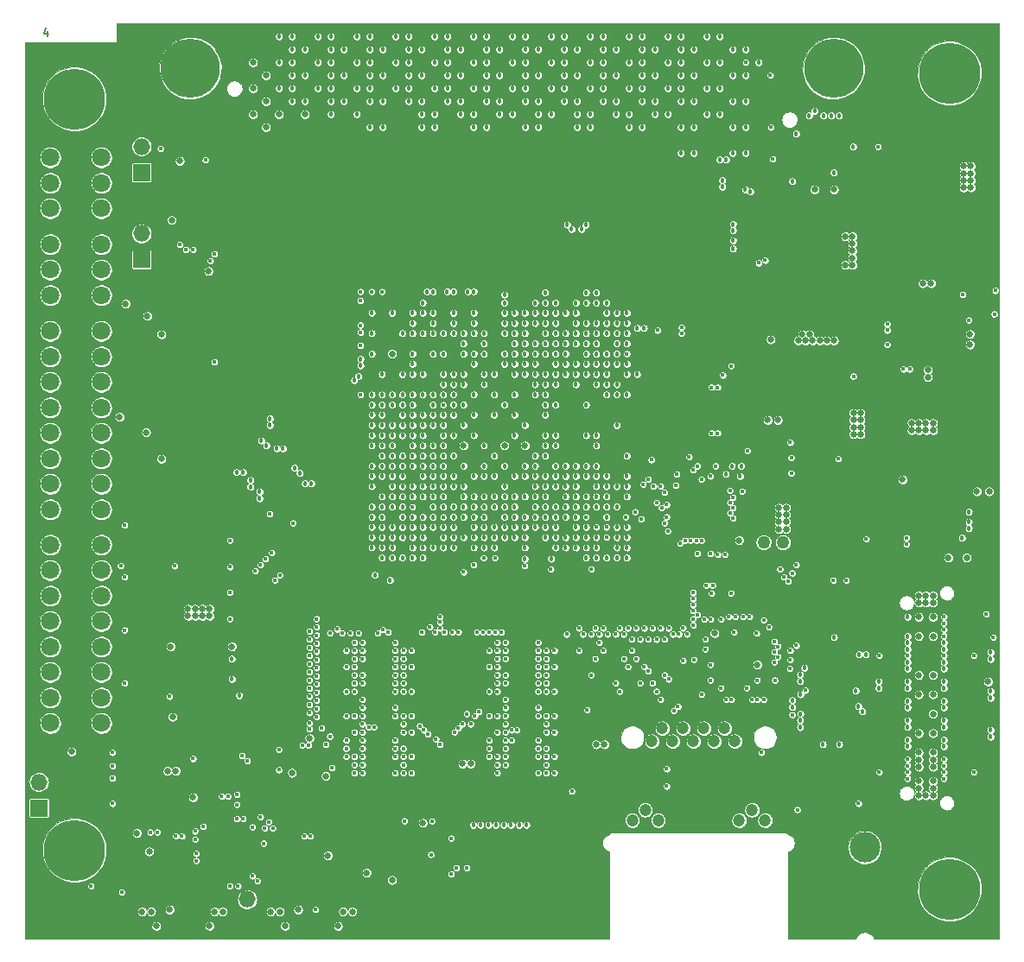
<source format=gbr>
G04 #@! TF.FileFunction,Copper,L4,Inr,Mixed*
%FSLAX46Y46*%
G04 Gerber Fmt 4.6, Leading zero omitted, Abs format (unit mm)*
G04 Created by KiCad (PCBNEW 4.0.6) date Wed May 10 11:08:11 2017*
%MOMM*%
%LPD*%
G01*
G04 APERTURE LIST*
%ADD10C,0.101600*%
%ADD11C,0.127000*%
%ADD12R,1.600000X1.600000*%
%ADD13C,1.200000*%
%ADD14O,1.200000X1.800000*%
%ADD15C,1.778000*%
%ADD16R,1.651000X1.651000*%
%ADD17O,1.651000X1.651000*%
%ADD18R,0.750000X0.900000*%
%ADD19R,1.080000X0.780000*%
%ADD20R,1.287500X1.287500*%
%ADD21R,1.000000X1.250000*%
%ADD22R,1.250000X1.250000*%
%ADD23R,1.000000X1.000000*%
%ADD24R,1.500000X1.500000*%
%ADD25R,0.800000X0.800000*%
%ADD26C,5.800000*%
%ADD27C,1.800000*%
%ADD28C,3.000000*%
%ADD29O,1.400000X2.600000*%
%ADD30O,4.000000X2.000000*%
%ADD31C,6.000000*%
%ADD32C,0.635000*%
%ADD33C,0.406400*%
%ADD34C,0.457200*%
%ADD35C,1.270000*%
G04 APERTURE END LIST*
D10*
D11*
X32445143Y-30936714D02*
X32445143Y-31444714D01*
X32263714Y-30646429D02*
X32082286Y-31190714D01*
X32554000Y-31190714D01*
D12*
X95400000Y-78700000D03*
X97000000Y-78700000D03*
X95400000Y-77100000D03*
X97000000Y-77100000D03*
D13*
X91661000Y-100596000D03*
X93693000Y-100596000D03*
X95725000Y-100596000D03*
X97757000Y-100596000D03*
X99789000Y-100596000D03*
X92677000Y-99326000D03*
X94709000Y-99326000D03*
X96741000Y-99326000D03*
X98773000Y-99326000D03*
X100805000Y-99326000D03*
X89723000Y-108346000D03*
X90993000Y-107326000D03*
X92263000Y-108346000D03*
X100203000Y-108346000D03*
X101473000Y-107326000D03*
X102743000Y-108346000D03*
D14*
X86148000Y-116156000D03*
X106318000Y-116156000D03*
D15*
X67500000Y-112700000D03*
X82000000Y-112700000D03*
X82600000Y-117650000D03*
X66900000Y-117650000D03*
D16*
X31600000Y-107140000D03*
D17*
X31600000Y-104600000D03*
X31600000Y-102060000D03*
D16*
X52000000Y-118640000D03*
D17*
X52000000Y-116100000D03*
D16*
X41656000Y-44831000D03*
D17*
X41656000Y-42291000D03*
D16*
X41656000Y-53340000D03*
D17*
X41656000Y-50800000D03*
D18*
X57925000Y-102700000D03*
X58675000Y-102700000D03*
D19*
X120580000Y-79937000D03*
X119500000Y-79937000D03*
X118420000Y-79937000D03*
X120580000Y-79157000D03*
X120580000Y-78377000D03*
X120580000Y-77597000D03*
X120580000Y-76817000D03*
X120580000Y-76037000D03*
X120580000Y-75257000D03*
X119500000Y-75257000D03*
X119500000Y-76037000D03*
X119500000Y-76817000D03*
X119500000Y-77597000D03*
X119500000Y-78377000D03*
X119500000Y-79157000D03*
X118420000Y-79157000D03*
X118420000Y-78377000D03*
X118420000Y-77597000D03*
X118420000Y-76817000D03*
X118420000Y-76037000D03*
X118420000Y-75257000D03*
D20*
X120631250Y-61931250D03*
X119343750Y-61931250D03*
X118056250Y-61931250D03*
X116768750Y-61931250D03*
X120631250Y-60643750D03*
X119343750Y-60643750D03*
X118056250Y-60643750D03*
X116768750Y-60643750D03*
X120631250Y-59356250D03*
X119343750Y-59356250D03*
X118056250Y-59356250D03*
X116768750Y-59356250D03*
X120631250Y-58068750D03*
X119343750Y-58068750D03*
X118056250Y-58068750D03*
X116768750Y-58068750D03*
D21*
X109720000Y-97506000D03*
X109720000Y-96256000D03*
X109720000Y-98756000D03*
X108720000Y-98756000D03*
X108720000Y-97506000D03*
X108720000Y-96256000D03*
X108720000Y-95006000D03*
X108720000Y-93756000D03*
X108720000Y-92506000D03*
X109720000Y-92506000D03*
X109720000Y-93756000D03*
X109720000Y-95006000D03*
D22*
X49050000Y-110250000D03*
X49050000Y-112750000D03*
X51550000Y-110250000D03*
X50300000Y-112750000D03*
X49050000Y-111500000D03*
X50300000Y-111500000D03*
X51550000Y-111500000D03*
X50300000Y-110250000D03*
X51550000Y-112750000D03*
D23*
X98300000Y-66700000D03*
X98300000Y-67700000D03*
X97300000Y-67700000D03*
X97300000Y-66700000D03*
X98300000Y-71200000D03*
X98300000Y-72200000D03*
X97300000Y-72200000D03*
X97300000Y-71200000D03*
X106300000Y-73500000D03*
X107300000Y-73500000D03*
X107300000Y-74500000D03*
X106300000Y-74500000D03*
D12*
X108800000Y-81800000D03*
X110400000Y-81800000D03*
X110400000Y-83400000D03*
X108800000Y-83400000D03*
X107200000Y-83400000D03*
X107200000Y-81800000D03*
X107200000Y-80200000D03*
X108800000Y-80200000D03*
X110400000Y-80200000D03*
D24*
X98945000Y-93333000D03*
X98945000Y-91833000D03*
X100445000Y-91833000D03*
X100445000Y-93333000D03*
D25*
X109385000Y-42837000D03*
X108585000Y-42837000D03*
X107785000Y-42837000D03*
X107785000Y-42037000D03*
X108585000Y-42037000D03*
X109385000Y-42037000D03*
X109385000Y-41237000D03*
X108585000Y-41237000D03*
X107785000Y-41237000D03*
D26*
X46454300Y-34616700D03*
X109455700Y-34616700D03*
D27*
X32719000Y-67865000D03*
X32719000Y-65365000D03*
X32719000Y-62865000D03*
X32719000Y-60365000D03*
X32719000Y-70365000D03*
X32719000Y-72865000D03*
X32719000Y-75365000D03*
X32719000Y-77865000D03*
X37719000Y-60365000D03*
X37719000Y-62865000D03*
X37719000Y-65365000D03*
X37719000Y-67865000D03*
X37719000Y-70365000D03*
X37719000Y-72865000D03*
X37719000Y-75365000D03*
X37719000Y-77865000D03*
X32719000Y-88820000D03*
X32719000Y-86320000D03*
X32719000Y-83820000D03*
X32719000Y-81320000D03*
X32719000Y-91320000D03*
X32719000Y-93820000D03*
X32719000Y-96320000D03*
X32719000Y-98820000D03*
X37719000Y-81320000D03*
X37719000Y-83820000D03*
X37719000Y-86320000D03*
X37719000Y-88820000D03*
X37719000Y-91320000D03*
X37719000Y-93820000D03*
X37719000Y-96320000D03*
X37719000Y-98820000D03*
X32719000Y-56856000D03*
X32719000Y-54356000D03*
X32719000Y-51856000D03*
X37719000Y-51856000D03*
X37719000Y-54356000D03*
X37719000Y-56856000D03*
X32719000Y-48347000D03*
X32719000Y-45847000D03*
X32719000Y-43347000D03*
X37719000Y-43347000D03*
X37719000Y-45847000D03*
X37719000Y-48347000D03*
D28*
X112522000Y-110998000D03*
D29*
X107772000Y-117498000D03*
X107772000Y-112798000D03*
X117272000Y-117498000D03*
X117272000Y-112798000D03*
D30*
X112522000Y-116998000D03*
D31*
X120810000Y-115090000D03*
X35080000Y-111280000D03*
X120810000Y-35080000D03*
X35080000Y-37620000D03*
D32*
X44700000Y-90200000D03*
D33*
X64500000Y-104200000D03*
X99900000Y-81600004D03*
X113500000Y-83400000D03*
X101300002Y-90000000D03*
X48800000Y-52000000D03*
D32*
X119400000Y-41800000D03*
X119400000Y-42500000D03*
X112500000Y-48100000D03*
X112500000Y-49300000D03*
D33*
X112100000Y-66200000D03*
D32*
X112300000Y-57500000D03*
X113600000Y-56500000D03*
X124700000Y-72400000D03*
X124700000Y-73100000D03*
X123500000Y-73100000D03*
X123500000Y-72400000D03*
X112200000Y-59800000D03*
D33*
X112400000Y-62400000D03*
X114400000Y-64800000D03*
X114400000Y-63200000D03*
D32*
X108000000Y-68800000D03*
X105300000Y-66800000D03*
X108000000Y-66800000D03*
D33*
X124800000Y-52800000D03*
X125200000Y-67200000D03*
X125200000Y-57900000D03*
X125200000Y-57200000D03*
X125200000Y-55600000D03*
X125200000Y-65100000D03*
X125200000Y-63300000D03*
D32*
X125300000Y-62500000D03*
X125300000Y-59500000D03*
D33*
X107315000Y-105029000D03*
D32*
X36000000Y-47500000D03*
X36000000Y-56000000D03*
D33*
X43600000Y-41200000D03*
X125349000Y-93599000D03*
X120269000Y-94107000D03*
X123189079Y-94107556D03*
X120269000Y-96012000D03*
X123190000Y-96012000D03*
X123190000Y-97917000D03*
X120269000Y-97917000D03*
X123190000Y-99822000D03*
X120269000Y-99822000D03*
X123190000Y-101727000D03*
X120269000Y-101727000D03*
X116713000Y-101727000D03*
X113919000Y-101727000D03*
X116713000Y-99822000D03*
X113919000Y-99822000D03*
D32*
X117221000Y-97917000D03*
D34*
X116713000Y-96012000D03*
X113919000Y-96012000D03*
X116713000Y-94107000D03*
X113919000Y-94107000D03*
D33*
X125100000Y-89800000D03*
D32*
X45000000Y-94700000D03*
X50500000Y-93600000D03*
D33*
X72800000Y-110100000D03*
D32*
X68199984Y-108600000D03*
D33*
X70699998Y-108400000D03*
X71500000Y-113000000D03*
X36700000Y-118500000D03*
X39100000Y-118500000D03*
D32*
X34800000Y-106700000D03*
X34800000Y-104200000D03*
X34800000Y-102900000D03*
X51300000Y-97900000D03*
D33*
X57100000Y-113100000D03*
X38800000Y-110600000D03*
D32*
X43100000Y-110700000D03*
X39000000Y-113900000D03*
X43100000Y-113700000D03*
D33*
X40300000Y-109000000D03*
X49734776Y-102126117D03*
D32*
X44200000Y-100100000D03*
X45000000Y-100100000D03*
X56300000Y-111500000D03*
X47000000Y-117100000D03*
X50300000Y-79500000D03*
D33*
X43500000Y-85200000D03*
X45900000Y-86000000D03*
X48700000Y-81500000D03*
X42000000Y-82000000D03*
X46000000Y-81500000D03*
X44900000Y-67600000D03*
X44900000Y-79400000D03*
X48700000Y-55200002D03*
X48800000Y-62600000D03*
D32*
X43400006Y-55200000D03*
X46600000Y-43700000D03*
D34*
X94400000Y-72700000D03*
D33*
X109400000Y-102100000D03*
X103700000Y-101400000D03*
X103900000Y-107300000D03*
X99100000Y-105000000D03*
X106300000Y-100100000D03*
D32*
X123200000Y-40400000D03*
X115000000Y-40400000D03*
X123200000Y-52000000D03*
X115000000Y-52000000D03*
X119500000Y-48500000D03*
X113700000Y-106700000D03*
X106200000Y-50100000D03*
X107200000Y-50100000D03*
X105300000Y-68800000D03*
X73900000Y-104000000D03*
X73100000Y-104000000D03*
D33*
X72300000Y-101100000D03*
X87000000Y-97500000D03*
X86200000Y-97500000D03*
D32*
X86200000Y-102100000D03*
X87000000Y-102100000D03*
D33*
X60600000Y-101700000D03*
X55100000Y-95200000D03*
X55100000Y-90000000D03*
X55100000Y-98400000D03*
X59300000Y-100100000D03*
D32*
X55900000Y-114100000D03*
X54600000Y-114100000D03*
D33*
X64500000Y-115000000D03*
D32*
X62100000Y-113500000D03*
X59600000Y-117100000D03*
D34*
X93000000Y-72700000D03*
X93700000Y-72700000D03*
D32*
X105800000Y-90400000D03*
X108500000Y-87800000D03*
X109400000Y-87800000D03*
X112100000Y-90400000D03*
X113100000Y-87800000D03*
D33*
X93800000Y-80700000D03*
X52400000Y-77300000D03*
D34*
X75200000Y-66600000D03*
X79200000Y-77600000D03*
X73200000Y-74600000D03*
D32*
X74200000Y-73600000D03*
X74200000Y-71600000D03*
D34*
X65200000Y-62600000D03*
X66200000Y-61600000D03*
D33*
X62500000Y-98900000D03*
D32*
X78200000Y-73600000D03*
D34*
X77200000Y-74600000D03*
D32*
X78200000Y-71600000D03*
D34*
X71200000Y-61600000D03*
X75200000Y-69600000D03*
X88200000Y-72600000D03*
X76200000Y-69600000D03*
X78200000Y-69600000D03*
X77200000Y-70600000D03*
X80200000Y-71600000D03*
D33*
X106300004Y-77900000D03*
D34*
X79000000Y-110400000D03*
X77500000Y-110400000D03*
X76000000Y-110400000D03*
X74500000Y-110400000D03*
D33*
X100200000Y-77900000D03*
X112300000Y-84200000D03*
X93300000Y-95100000D03*
X104267000Y-93472000D03*
X94742000Y-96266000D03*
X102616000Y-97790000D03*
X95631000Y-96520000D03*
X98425000Y-86106000D03*
D34*
X66200000Y-78600000D03*
X64200000Y-82600000D03*
X67200000Y-81600000D03*
X82200000Y-76600000D03*
X89200000Y-77600000D03*
X86200000Y-78600000D03*
X87200000Y-81600000D03*
X72200000Y-76600000D03*
D33*
X87600006Y-91700000D03*
X70200000Y-80600000D03*
D34*
X73200000Y-79600000D03*
X76200000Y-78600000D03*
X74200000Y-82600000D03*
X77200000Y-81600000D03*
X83200000Y-79600000D03*
X80200000Y-80600000D03*
X83700000Y-82700000D03*
D33*
X75700000Y-97300000D03*
X82100000Y-90900000D03*
X82100000Y-92500000D03*
X82100000Y-94100000D03*
X75700000Y-90900000D03*
X75700000Y-92500000D03*
X75700000Y-94100000D03*
X81300000Y-97300000D03*
X82100000Y-98900000D03*
X82100000Y-100500000D03*
X81300000Y-100500000D03*
X82100000Y-101300000D03*
X80500000Y-102900000D03*
X82100000Y-102900000D03*
X75700000Y-103700000D03*
X75700000Y-102900000D03*
X76500000Y-101300000D03*
X76500000Y-100500000D03*
X75700000Y-99700000D03*
X76500000Y-98900000D03*
X75700000Y-98900000D03*
X61700000Y-97300000D03*
X68100000Y-90900000D03*
X68100000Y-92500000D03*
X68100000Y-94100000D03*
X67300000Y-97300000D03*
X66500000Y-102900000D03*
X68100000Y-101300000D03*
X67300000Y-100500000D03*
X68100000Y-100500000D03*
X68100000Y-98900000D03*
X68100000Y-102900000D03*
X61700000Y-90900000D03*
X61700000Y-92500000D03*
X61700000Y-94100000D03*
X61700000Y-98900000D03*
X61700000Y-99700000D03*
X61700000Y-103700000D03*
X61700000Y-102900000D03*
X62500000Y-100500000D03*
X62500000Y-101300000D03*
D34*
X60198000Y-41656000D03*
X76200000Y-75600000D03*
X85200000Y-75600000D03*
X88200000Y-74600000D03*
X72200000Y-73600000D03*
X76200000Y-73600000D03*
X81200000Y-73600000D03*
X84200000Y-72600000D03*
X77200000Y-72600000D03*
X73200000Y-72600000D03*
X72200000Y-71600000D03*
X76200000Y-71600000D03*
X73200000Y-70600000D03*
X72200000Y-69600000D03*
X74200000Y-69600000D03*
X83200000Y-69600000D03*
X86200000Y-68600000D03*
X79200000Y-68600000D03*
X77200000Y-68600000D03*
X75200000Y-68600000D03*
X73200000Y-68600000D03*
X78200000Y-67600000D03*
X74200000Y-67600000D03*
X67200000Y-59600000D03*
X69200000Y-59600000D03*
X71200000Y-59600000D03*
X65200000Y-59600000D03*
X64200000Y-57600000D03*
X66200000Y-57600000D03*
X68200000Y-57600000D03*
X70200000Y-57600000D03*
X72200000Y-57600000D03*
X89200000Y-67600000D03*
X73200000Y-59600000D03*
X75200000Y-59600000D03*
X74200000Y-57600000D03*
X76199718Y-57600000D03*
X76200000Y-58600000D03*
X76199718Y-59600000D03*
X76199718Y-60600000D03*
X76200000Y-61600000D03*
X74200000Y-61600000D03*
X70200000Y-61600000D03*
X68200000Y-61600000D03*
X64200000Y-61600000D03*
X70200000Y-64600000D03*
X67200000Y-63600000D03*
X69200000Y-63600000D03*
X70200000Y-63600000D03*
X71200000Y-63600000D03*
X72200000Y-63600000D03*
X73200000Y-63600000D03*
X75200000Y-63600000D03*
X73200000Y-66600000D03*
X76200000Y-65600000D03*
X82200000Y-66600000D03*
X77200000Y-66600000D03*
X79200000Y-66600000D03*
X78200000Y-65600000D03*
X85200000Y-65600000D03*
X76200000Y-63600000D03*
X76200000Y-62600000D03*
X81200000Y-63600000D03*
X88200000Y-64600000D03*
X87200000Y-61600000D03*
X84200000Y-62600000D03*
X77200000Y-61600000D03*
X80200000Y-60600000D03*
X83200000Y-59600000D03*
X86200000Y-58600000D03*
X89200000Y-57600000D03*
X79200000Y-57600000D03*
X70200000Y-65600000D03*
X69200000Y-65600000D03*
X68200000Y-65600000D03*
X67200000Y-65600000D03*
X66200000Y-65600000D03*
X65200000Y-65600000D03*
X64200000Y-65600000D03*
X68200000Y-74600000D03*
X69200000Y-77600000D03*
X65200000Y-75600000D03*
X70200000Y-70600000D03*
X64200000Y-72600000D03*
X67200000Y-71600000D03*
X69200000Y-67600000D03*
X66200000Y-68600000D03*
X98298000Y-40386000D03*
X86868000Y-42926000D03*
X88138000Y-42926000D03*
X61468000Y-42926000D03*
X93218000Y-32766000D03*
X53848000Y-31496000D03*
X57658000Y-31496000D03*
X61468000Y-31496000D03*
X65278000Y-31496000D03*
X69088000Y-31496000D03*
X72898000Y-31496000D03*
X76708000Y-31496000D03*
X80518000Y-31496000D03*
X84328000Y-31496000D03*
X88138000Y-31496000D03*
X91948000Y-31496000D03*
X95758000Y-31496000D03*
X52578000Y-42926000D03*
X56388000Y-42926000D03*
X57658000Y-42926000D03*
X62738000Y-42926000D03*
X66548000Y-42926000D03*
X67818000Y-42926000D03*
X71628000Y-42926000D03*
X72898000Y-42926000D03*
X76708000Y-42926000D03*
X77978000Y-42926000D03*
X83058000Y-42926000D03*
X91948000Y-42926000D03*
X93218000Y-42926000D03*
X97028000Y-42926000D03*
X98298000Y-42926000D03*
X102108000Y-42926000D03*
X100838000Y-41656000D03*
X99568000Y-41656000D03*
X95758000Y-41656000D03*
X94488000Y-41656000D03*
X90678000Y-41656000D03*
X89408000Y-41656000D03*
X85598000Y-41656000D03*
X84328000Y-41656000D03*
X80518000Y-41656000D03*
X79248000Y-41656000D03*
X75438000Y-41656000D03*
X74168000Y-41656000D03*
X70358000Y-41656000D03*
X69088000Y-41656000D03*
X65278000Y-41656000D03*
X64008000Y-41656000D03*
X58928000Y-41656000D03*
X55118000Y-41656000D03*
X53848000Y-41656000D03*
X52578000Y-40386000D03*
X55118000Y-40386000D03*
X57658000Y-40386000D03*
X60198000Y-40386000D03*
X61468000Y-40386000D03*
X62738000Y-40386000D03*
X66548000Y-40386000D03*
X67818000Y-40386000D03*
X71628000Y-40386000D03*
X72898000Y-40386000D03*
X76708000Y-40386000D03*
X77978000Y-40386000D03*
X81788000Y-40386000D03*
X83058000Y-40386000D03*
X86868000Y-40386000D03*
X88138000Y-40386000D03*
X91948000Y-40386000D03*
X93218000Y-40386000D03*
X97028000Y-40386000D03*
X102108000Y-40386000D03*
X100838000Y-39116000D03*
X99568000Y-39116000D03*
X95758000Y-39116000D03*
X94488000Y-39116000D03*
X90678000Y-39116000D03*
X86868000Y-39116000D03*
X83058000Y-39116000D03*
X79248000Y-39116000D03*
X75438000Y-39116000D03*
X71628000Y-39116000D03*
X67818000Y-39116000D03*
X58928000Y-39116000D03*
X56388000Y-39116000D03*
X53848000Y-39116000D03*
X52578000Y-37846000D03*
X55118000Y-37846000D03*
X58928000Y-37846000D03*
X62738000Y-37846000D03*
X66548000Y-37846000D03*
X70358000Y-37846000D03*
X74168000Y-37846000D03*
X77978000Y-37846000D03*
X81788000Y-37846000D03*
X85598000Y-37846000D03*
X89408000Y-37846000D03*
X93218000Y-37846000D03*
X97028000Y-37846000D03*
X98298000Y-37846000D03*
X102108000Y-37846000D03*
X100838000Y-36576000D03*
X99568000Y-36576000D03*
X95758000Y-36576000D03*
X84328000Y-36576000D03*
X80518000Y-36576000D03*
X76708000Y-36576000D03*
X72898000Y-36576000D03*
X69088000Y-36576000D03*
X65278000Y-36576000D03*
X61468000Y-36576000D03*
X57658000Y-36576000D03*
X53848000Y-36576000D03*
X52578000Y-35306000D03*
X55118000Y-35306000D03*
X58928000Y-35306000D03*
X62738000Y-35306000D03*
X66548000Y-35306000D03*
X70358000Y-35306000D03*
X74168000Y-35306000D03*
X77978000Y-35306000D03*
X81788000Y-35306000D03*
X85598000Y-35306000D03*
X89408000Y-35306000D03*
X93218000Y-35306000D03*
X88138000Y-36576000D03*
X91948000Y-36576000D03*
X97028000Y-35306000D03*
X98298000Y-35306000D03*
X102108000Y-35306000D03*
X99568000Y-34036000D03*
X95758000Y-34036000D03*
X91948000Y-34036000D03*
X88138000Y-34036000D03*
X84328000Y-34036000D03*
X80518000Y-34036000D03*
X76708000Y-34036000D03*
X72898000Y-34036000D03*
X69088000Y-34036000D03*
X65278000Y-34036000D03*
X61468000Y-34036000D03*
X57658000Y-34036000D03*
X53848000Y-34036000D03*
X52578000Y-32766000D03*
X55118000Y-32766000D03*
X58928000Y-32766000D03*
X62738000Y-32766000D03*
X66548000Y-32766000D03*
X70358000Y-32766000D03*
X74168000Y-32766000D03*
X77978000Y-32766000D03*
X81788000Y-32766000D03*
X85598000Y-32766000D03*
X89408000Y-32766000D03*
X97028000Y-32766000D03*
X98298000Y-32766000D03*
X102108000Y-32766000D03*
X100838000Y-31496000D03*
X99568000Y-31496000D03*
X77200000Y-69600000D03*
D32*
X44600000Y-49500000D03*
X42400000Y-111400000D03*
X112100000Y-68400000D03*
X111400000Y-68400000D03*
X112100000Y-70500000D03*
X112100000Y-69800000D03*
X112100000Y-69100000D03*
X111400000Y-70500000D03*
X111400000Y-69800000D03*
X111400000Y-69100000D03*
D33*
X122100000Y-56800000D03*
D32*
X73900000Y-102800000D03*
X73100000Y-102800000D03*
X86200000Y-100900000D03*
X87000000Y-100900000D03*
D33*
X57400000Y-101000000D03*
D34*
X74200000Y-77600000D03*
X77200000Y-76600000D03*
D33*
X71200000Y-78600000D03*
D34*
X75200000Y-80600000D03*
X81200000Y-78600000D03*
X78200000Y-79600000D03*
X72200000Y-81600000D03*
X79200000Y-82700000D03*
X82200000Y-81600000D03*
D33*
X76500000Y-95700000D03*
X82100000Y-91700000D03*
X82100000Y-93300000D03*
X81300000Y-95700000D03*
X75700000Y-91700000D03*
X75700000Y-93300000D03*
X81300000Y-98100000D03*
X82100000Y-99700000D03*
X81300000Y-101300000D03*
X82100000Y-102100000D03*
X81300000Y-102900000D03*
X82100000Y-103700000D03*
X76500000Y-103700000D03*
X75700000Y-102100000D03*
X75700000Y-101300000D03*
X75700000Y-100500000D03*
X77300000Y-98900000D03*
X75700000Y-98100000D03*
X62500000Y-95700000D03*
X68100000Y-91700000D03*
X68100000Y-93300000D03*
X67300000Y-95700000D03*
X67300000Y-101300000D03*
X68100000Y-99700000D03*
X67300000Y-98100000D03*
X67300000Y-102900000D03*
X68100000Y-102100000D03*
X68100000Y-103700000D03*
X61700000Y-91700000D03*
X61700000Y-93300000D03*
X63300000Y-98900000D03*
X62500000Y-103700000D03*
X61700000Y-102100000D03*
X61700000Y-98100000D03*
X61700000Y-101300000D03*
X61700000Y-100500000D03*
D32*
X58100000Y-100300000D03*
D33*
X60300000Y-103200000D03*
X76500000Y-94100000D03*
X82100000Y-98100000D03*
X68100000Y-98100000D03*
X62500000Y-94100000D03*
D34*
X78200000Y-77600000D03*
X80200000Y-77600000D03*
D32*
X124700000Y-76100000D03*
X123500000Y-76100000D03*
X122500000Y-82600000D03*
X120700000Y-82600000D03*
X119200004Y-105900004D03*
X119200000Y-105200000D03*
X119200000Y-104500000D03*
X119200004Y-103100000D03*
X119200000Y-102400000D03*
X119200000Y-101700000D03*
X119200002Y-99800000D03*
X119200000Y-97900000D03*
X119200000Y-96000000D03*
X119200000Y-94100000D03*
X119200000Y-90300000D03*
X119199996Y-88400000D03*
X119200000Y-87000000D03*
X119200000Y-86300000D03*
X118500000Y-86300000D03*
X117800000Y-86300000D03*
X118500000Y-87000000D03*
X117800000Y-87000000D03*
X118500000Y-105900018D03*
X117800000Y-105900000D03*
X117800000Y-105200000D03*
X117800000Y-104500000D03*
X117800000Y-103100000D03*
X117800000Y-102400000D03*
X117800000Y-101700000D03*
X117800000Y-99800000D03*
X117800000Y-88400000D03*
X117800000Y-90300000D03*
X117800000Y-94100000D03*
X117800000Y-96000000D03*
X118700000Y-64900000D03*
X118700000Y-64200000D03*
X119000000Y-55700000D03*
X118200000Y-55700000D03*
X122800004Y-61700000D03*
X124587000Y-94742006D03*
D33*
X72000000Y-110100000D03*
D32*
X69200004Y-108600000D03*
X44200000Y-103500000D03*
X45000000Y-103500000D03*
D33*
X93100000Y-103300000D03*
D32*
X66200000Y-114200000D03*
D33*
X116586000Y-81280000D03*
D34*
X122700000Y-78100000D03*
D32*
X59700000Y-104000000D03*
X100200000Y-80900000D03*
X122900000Y-46300000D03*
X122900000Y-45600000D03*
X122900000Y-44900000D03*
X122900000Y-44200000D03*
X122200000Y-44200000D03*
X122200000Y-44900000D03*
X122200000Y-45600000D03*
X122200000Y-46300000D03*
D33*
X98600000Y-64700000D03*
X112649000Y-80772000D03*
X124400000Y-88100000D03*
D32*
X46700000Y-106100000D03*
X44500000Y-91300000D03*
X44700000Y-98200000D03*
X48200000Y-54500000D03*
X34800000Y-101600000D03*
X41200000Y-109600000D03*
D33*
X53600000Y-110600000D03*
X44900000Y-83408802D03*
X39600000Y-83400000D03*
D32*
X45400000Y-43700000D03*
D33*
X105900000Y-107300000D03*
X103649802Y-92837000D03*
D34*
X109500000Y-90392800D03*
X106600000Y-93400000D03*
X106200000Y-96000000D03*
X106200000Y-97900000D03*
X108400000Y-100900000D03*
X110000000Y-100900000D03*
D33*
X98100000Y-65895182D03*
X98100000Y-70395180D03*
X50300000Y-114800000D03*
X58000000Y-101000000D03*
D32*
X56400000Y-103700000D03*
D33*
X92200000Y-60300000D03*
X105300000Y-72800000D03*
X96500000Y-80900000D03*
X96000000Y-80900000D03*
X110700000Y-84800000D03*
X94700000Y-92700000D03*
D34*
X109474000Y-44831000D03*
X111378996Y-42291000D03*
X89200000Y-82600000D03*
X88200000Y-79600000D03*
X85200000Y-80600000D03*
X72200000Y-70600000D03*
X72200000Y-68600000D03*
X111633000Y-95631000D03*
X73200000Y-64600000D03*
X72200000Y-64600000D03*
X71200000Y-64600000D03*
X74200000Y-63600000D03*
X62738000Y-39116000D03*
D32*
X57658000Y-39116000D03*
X55118000Y-39116000D03*
X53848000Y-40386000D03*
X52578000Y-39116000D03*
X116205000Y-74930000D03*
X103300000Y-61200000D03*
X103000000Y-69100000D03*
X104000000Y-69100000D03*
D35*
X104500000Y-81100000D03*
X102600000Y-81100002D03*
D32*
X104800000Y-77700000D03*
X104800000Y-78400000D03*
X104800000Y-79100000D03*
X104817400Y-79800000D03*
X104100000Y-79800000D03*
X104100000Y-79100000D03*
X104100000Y-78400000D03*
X104100000Y-77700000D03*
X73200000Y-71600000D03*
X66200000Y-62600000D03*
X79200000Y-71600000D03*
X77200000Y-71600000D03*
D34*
X76200000Y-68600000D03*
X79200000Y-73600000D03*
X80200000Y-66600000D03*
X76200000Y-74600000D03*
X74200000Y-74600000D03*
X73200000Y-73600000D03*
X75200000Y-73600000D03*
X77200000Y-73600000D03*
X76200000Y-72600000D03*
X72200000Y-72600000D03*
X75200000Y-71600000D03*
X74200000Y-70600000D03*
X73200000Y-69600000D03*
X79200000Y-69600000D03*
X78200000Y-68600000D03*
X74200000Y-68600000D03*
X77200000Y-67600000D03*
X73200000Y-67600000D03*
X69200000Y-60600000D03*
X73200000Y-60600000D03*
X75200000Y-60600000D03*
X68200000Y-62600000D03*
X70200000Y-62600000D03*
X74200000Y-62600000D03*
X69200000Y-64600000D03*
X65200000Y-64600000D03*
X67200000Y-64600000D03*
D33*
X96900000Y-90600000D03*
X97400000Y-94600000D03*
X101900000Y-90000000D03*
X99700000Y-89900000D03*
D32*
X117100000Y-69400000D03*
X117800000Y-69400000D03*
X118500000Y-69400000D03*
X117100000Y-70100000D03*
X117800000Y-70100000D03*
X118500000Y-70100000D03*
X119200000Y-69400000D03*
X119200000Y-70100000D03*
D34*
X64200000Y-60600000D03*
D32*
X101981000Y-93091000D03*
D33*
X101981000Y-94615000D03*
D34*
X64200000Y-58600000D03*
X71200000Y-60600000D03*
X67200000Y-60600000D03*
X70200000Y-58600000D03*
X68200000Y-58600000D03*
X66200000Y-58600000D03*
X72200000Y-58600000D03*
X74200000Y-58600000D03*
X64200000Y-62600000D03*
X68200000Y-63600000D03*
D33*
X105400000Y-98000000D03*
X105300000Y-74300000D03*
X101000000Y-72100000D03*
D32*
X110600000Y-51100000D03*
X111300000Y-51100000D03*
X111300000Y-51800000D03*
X111300000Y-52500000D03*
X111300000Y-53200000D03*
X111300000Y-53900000D03*
X110600000Y-53900000D03*
D33*
X116900000Y-64100000D03*
D34*
X75200000Y-74600000D03*
X79200000Y-74600000D03*
X75200000Y-65600000D03*
X76200000Y-64600000D03*
X71200000Y-62600000D03*
D33*
X99400000Y-86100000D03*
X100500006Y-76100000D03*
X99300000Y-78200000D03*
X99300000Y-76000000D03*
X99300000Y-77200000D03*
X94000000Y-75500000D03*
X93100000Y-77400000D03*
X93100000Y-78600000D03*
D32*
X97790000Y-89997898D03*
D34*
X107600000Y-38800000D03*
X87200000Y-76600000D03*
X84200000Y-77600000D03*
X73200000Y-75600000D03*
X77200000Y-75600000D03*
X83200000Y-74600000D03*
X80200000Y-74600000D03*
X86200000Y-73600000D03*
X72200000Y-66600000D03*
X73200000Y-65600000D03*
X74200000Y-66600000D03*
X76200000Y-66600000D03*
X78200000Y-66600000D03*
X78200000Y-70600000D03*
D33*
X55100000Y-103400000D03*
D32*
X48300000Y-87600000D03*
X47600000Y-87600000D03*
X46900000Y-87600000D03*
X46200000Y-87600000D03*
X46200000Y-88300000D03*
X48300000Y-88300000D03*
X47600000Y-88300000D03*
X46900000Y-88300000D03*
X50500000Y-91300000D03*
D34*
X65200000Y-80600000D03*
X68200000Y-79600000D03*
X69200000Y-82600000D03*
X70200000Y-75600000D03*
X64200000Y-77600000D03*
X67200000Y-76600000D03*
X69200000Y-72600000D03*
X66200000Y-73600000D03*
X65200000Y-70600000D03*
X68200000Y-69600000D03*
X67200000Y-66600000D03*
X64200000Y-67600000D03*
D32*
X53848000Y-35306000D03*
X53848000Y-37846000D03*
X52578000Y-36576000D03*
X52578000Y-34036000D03*
D33*
X125200000Y-58700000D03*
X114700000Y-61700000D03*
D32*
X122800000Y-60677697D03*
D34*
X69200000Y-58600000D03*
X105410000Y-97231200D03*
X69200000Y-57600000D03*
X105410000Y-96570800D03*
D32*
X44400000Y-117100000D03*
X107100000Y-60700000D03*
X106400000Y-60700000D03*
X109500004Y-61300000D03*
X108800000Y-61300000D03*
X108100000Y-61300000D03*
X107400000Y-61300000D03*
X106700000Y-61300000D03*
X106000002Y-61300000D03*
D33*
X97500000Y-65895188D03*
X97506444Y-70395183D03*
X89200000Y-62600000D03*
D34*
X85200000Y-67600000D03*
X89200000Y-72600000D03*
X82200000Y-71600000D03*
X85200000Y-70600000D03*
X88200000Y-69600000D03*
X81200000Y-68600000D03*
X87200000Y-66600000D03*
X80200000Y-65600000D03*
X83200000Y-64600000D03*
X79200000Y-62600000D03*
X86200000Y-63600000D03*
X82200000Y-61600000D03*
X85200000Y-60600000D03*
X81200000Y-58600000D03*
X88200000Y-59600000D03*
X84200000Y-57600000D03*
X78200000Y-59600000D03*
X82200000Y-74600000D03*
D32*
X57000000Y-117100000D03*
D33*
X96100000Y-82200000D03*
X96520000Y-96012000D03*
X102616000Y-96520000D03*
X98425000Y-95377000D03*
X100965000Y-95377000D03*
X97409000Y-93091000D03*
D34*
X98298000Y-43561000D03*
X97028000Y-39116000D03*
D33*
X94550000Y-60000000D03*
D34*
X75200000Y-61600000D03*
X98933000Y-43561000D03*
X98298000Y-39116000D03*
X75200000Y-62600000D03*
D33*
X94550000Y-60600000D03*
X68200000Y-77600000D03*
X73500000Y-113000000D03*
D34*
X64200000Y-75600000D03*
X102108000Y-34036000D03*
D33*
X114700000Y-60300000D03*
X105200000Y-71300000D03*
X98100000Y-82300000D03*
X72000000Y-113600000D03*
X43200000Y-109500000D03*
X51500000Y-102000000D03*
X51000000Y-108200000D03*
D34*
X88200000Y-81600000D03*
D33*
X114700000Y-59700000D03*
X109900000Y-72900000D03*
X98800000Y-82300000D03*
X72500000Y-113000002D03*
X42500000Y-109500000D03*
X52000000Y-102500000D03*
X51600000Y-108200000D03*
D34*
X89200000Y-79600000D03*
D33*
X99400000Y-63800000D03*
X89096756Y-78603244D03*
D34*
X60198000Y-39116000D03*
D33*
X103300000Y-40400000D03*
X99600000Y-78700000D03*
X90800000Y-75400000D03*
D34*
X85200000Y-82600000D03*
D33*
X97400000Y-82200000D03*
X58700000Y-117100000D03*
X95758000Y-92583006D03*
X97000000Y-85300000D03*
D34*
X85200000Y-79600000D03*
D32*
X49600000Y-117300000D03*
X48800000Y-117300000D03*
X48300000Y-118700000D03*
X43100000Y-118700000D03*
X41700000Y-117300000D03*
X42600000Y-117300000D03*
X63700000Y-113500000D03*
X55200000Y-117300000D03*
X54300000Y-117300000D03*
X55700000Y-118700000D03*
X60899986Y-118700000D03*
X61400000Y-117300000D03*
X62300000Y-117300000D03*
D33*
X116713000Y-104267000D03*
X123190000Y-103632000D03*
X120269000Y-103632000D03*
X113919000Y-103632000D03*
X116713000Y-103632000D03*
X116713000Y-102997000D03*
X116713000Y-102362000D03*
D34*
X120269000Y-101092000D03*
X116713000Y-101092000D03*
X120269000Y-100457000D03*
X116713000Y-100457000D03*
X112268000Y-97663000D03*
X111887000Y-97155000D03*
X120269000Y-97282000D03*
X116713000Y-97282000D03*
X120269000Y-96647000D03*
X116713000Y-96647000D03*
X113871798Y-95377000D03*
X113871776Y-94742000D03*
X120269000Y-93472000D03*
X116713000Y-93472000D03*
X120269000Y-92837000D03*
X116713000Y-92837000D03*
X112606278Y-92067004D03*
X111945878Y-92067004D03*
X116713000Y-90297000D03*
X116713000Y-88392000D03*
D33*
X120269000Y-102997000D03*
X120269000Y-104267000D03*
X120269000Y-102362000D03*
X120269000Y-90297000D03*
D34*
X120269000Y-90932000D03*
X116713000Y-90932000D03*
D33*
X105800000Y-91200000D03*
X102100000Y-53700000D03*
X120269000Y-89026998D03*
X100838000Y-34036000D03*
X91800000Y-75600000D03*
D34*
X65278000Y-40386000D03*
D33*
X86200000Y-79600000D03*
X120269000Y-88391992D03*
X105200000Y-91700000D03*
X102752255Y-53431700D03*
X120269000Y-89662015D03*
X103251000Y-35306000D03*
X92500000Y-75600000D03*
D34*
X64008000Y-40386000D03*
D33*
X87200000Y-80600000D03*
D34*
X120269000Y-98552000D03*
X116713000Y-98552000D03*
X124841000Y-99491800D03*
X124841000Y-100152200D03*
X120269000Y-99187000D03*
X116713000Y-99187000D03*
X124841000Y-96342200D03*
X120269000Y-94742000D03*
X116713000Y-94742000D03*
X120269000Y-95377000D03*
X116713000Y-95377000D03*
X124841000Y-95681800D03*
X124841000Y-92532200D03*
X124841000Y-91871800D03*
X120269000Y-91567000D03*
X116713000Y-91567000D03*
D33*
X70000000Y-111700000D03*
D34*
X68200000Y-82600000D03*
X79355600Y-108800000D03*
X74144400Y-108800000D03*
X69200000Y-79600000D03*
X74855600Y-108800000D03*
X69200000Y-78600000D03*
X68200000Y-80600000D03*
X75644400Y-108800000D03*
X69200000Y-80600000D03*
X76355600Y-108800000D03*
X68200000Y-81600000D03*
X77144400Y-108800000D03*
X69200000Y-81600000D03*
X77855600Y-108800000D03*
X67200000Y-82600000D03*
X78644400Y-108800000D03*
D33*
X125300000Y-56400000D03*
X122700000Y-59300000D03*
X93200000Y-80000000D03*
X87200000Y-79600000D03*
D34*
X99600000Y-49900000D03*
X100838000Y-42926000D03*
X71600000Y-56500000D03*
X72200000Y-60600000D03*
X100838000Y-37846000D03*
X87200000Y-64600000D03*
X99600000Y-50500000D03*
X72200000Y-56500000D03*
X72200000Y-59600000D03*
X99568000Y-42926000D03*
X99568000Y-37846000D03*
X87200000Y-63600000D03*
X86200000Y-62600000D03*
X98298000Y-36576000D03*
X87200000Y-62600000D03*
X97028000Y-36576000D03*
X99600000Y-51500000D03*
X73600000Y-56500000D03*
X74200000Y-60600000D03*
X95758000Y-40386000D03*
X100800000Y-46500000D03*
X95758000Y-42926000D03*
X69600000Y-56500000D03*
X70200000Y-60600000D03*
X95758000Y-37846000D03*
X81200000Y-67600000D03*
X62900000Y-64800000D03*
X67200000Y-68600000D03*
X95758000Y-35306000D03*
X95758000Y-32766000D03*
X83200000Y-60600000D03*
X99600000Y-52300000D03*
X74200000Y-56500000D03*
X74200000Y-59600000D03*
X94488000Y-40386000D03*
X101318835Y-46707534D03*
X94488000Y-42926000D03*
X70200000Y-56500000D03*
X70200000Y-59600000D03*
X94488000Y-37846000D03*
X82200000Y-67600000D03*
X94488000Y-36576000D03*
X85200000Y-57600000D03*
X62500000Y-65200000D03*
X66200000Y-67600000D03*
X94488000Y-35306000D03*
X94488000Y-34036000D03*
X70200000Y-66600000D03*
X94488000Y-32766000D03*
X84200000Y-60600000D03*
X94488000Y-31496000D03*
X83200000Y-58600000D03*
X63098350Y-63119000D03*
X67200000Y-69600000D03*
X93218000Y-39116000D03*
X93218000Y-36576000D03*
X85200000Y-56600000D03*
X93218000Y-34036000D03*
X69200000Y-66600000D03*
X93218000Y-31496000D03*
X84200000Y-58600000D03*
X63098350Y-63754000D03*
X66200000Y-69600000D03*
X91948000Y-39116000D03*
X91948000Y-37846000D03*
X88200000Y-66600000D03*
X91948000Y-35306000D03*
X68200000Y-67600000D03*
X91948000Y-32766000D03*
X81200000Y-64600000D03*
X90678000Y-40386000D03*
X65200000Y-66600000D03*
X90678000Y-37846000D03*
X89200000Y-66600000D03*
X87200000Y-65600000D03*
X90678000Y-36576000D03*
X90678000Y-35306000D03*
X68200000Y-66600000D03*
X90678000Y-34036000D03*
X70200000Y-68600000D03*
X90678000Y-32766000D03*
X82200000Y-64600000D03*
X90678000Y-31496000D03*
X86200000Y-65600000D03*
X89408000Y-40386000D03*
X66200000Y-66600000D03*
X89408000Y-39116000D03*
X65200000Y-67600000D03*
X88200000Y-65600000D03*
X89408000Y-36576000D03*
X89408000Y-34036000D03*
X70200000Y-67600000D03*
X89408000Y-31496000D03*
X86200000Y-64600000D03*
X88138000Y-39116000D03*
X64200000Y-66600000D03*
X81200000Y-66600000D03*
X88138000Y-37846000D03*
X88138000Y-35306000D03*
X69200000Y-69600000D03*
X84200000Y-65600000D03*
X88138000Y-32766000D03*
X81200000Y-65600000D03*
X86868000Y-37846000D03*
X90200000Y-64600000D03*
X86868000Y-36576000D03*
X86868000Y-35306000D03*
X69200000Y-68600000D03*
X86868000Y-34036000D03*
X71200000Y-69600000D03*
X85200000Y-64600000D03*
X86868000Y-32766000D03*
X86868000Y-31496000D03*
X88200000Y-63600000D03*
X83347780Y-49946780D03*
X85181220Y-49946780D03*
X85598000Y-40386000D03*
X69200000Y-71600000D03*
X85598000Y-39116000D03*
X68200000Y-68600000D03*
X89200000Y-64600000D03*
X85598000Y-36576000D03*
X85598000Y-34036000D03*
X70200000Y-69600000D03*
X89200000Y-63600000D03*
X85598000Y-31496000D03*
X83784220Y-50383220D03*
X84744780Y-50383220D03*
X69200000Y-70600000D03*
X84328000Y-40386000D03*
X84328000Y-39116000D03*
X67200000Y-67600000D03*
X80200000Y-64600000D03*
X84328000Y-37846000D03*
X71200000Y-72600000D03*
X84328000Y-35306000D03*
X88200000Y-62600000D03*
X84328000Y-32766000D03*
X80200000Y-63600000D03*
X83058000Y-37846000D03*
X78200000Y-64600000D03*
X83058000Y-36576000D03*
X71200000Y-71600000D03*
X83058000Y-35306000D03*
X83058000Y-34036000D03*
X70200000Y-73600000D03*
X89200000Y-61600000D03*
X83058000Y-32766000D03*
X90866704Y-60090600D03*
X79200000Y-61600000D03*
X83058000Y-31496000D03*
X81788000Y-39116000D03*
X65200000Y-68600000D03*
X79200000Y-64600000D03*
X81788000Y-36576000D03*
X81788000Y-34036000D03*
X69200000Y-73600000D03*
X90219004Y-60090600D03*
X79200000Y-60600000D03*
X81788000Y-31496000D03*
X80518000Y-40386000D03*
X65200000Y-69600000D03*
X80518000Y-39116000D03*
X64200000Y-68600000D03*
X80518000Y-37846000D03*
X88200000Y-58600000D03*
X80518000Y-35306000D03*
X70200000Y-74600000D03*
X88200000Y-61600000D03*
X80518000Y-32766000D03*
X79248000Y-40386000D03*
X64200000Y-69600000D03*
X79248000Y-37846000D03*
X89200000Y-58600000D03*
X89200000Y-60600000D03*
X79248000Y-36576000D03*
X79248000Y-35306000D03*
X69200000Y-74600000D03*
X79248000Y-34036000D03*
X71200000Y-74600000D03*
X88200000Y-60600000D03*
X79248000Y-32766000D03*
X87200000Y-60600000D03*
X79248000Y-31496000D03*
X54241700Y-68961000D03*
X77978000Y-39116000D03*
X66200000Y-76600000D03*
X89200000Y-59600000D03*
X77978000Y-36576000D03*
X77978000Y-34036000D03*
X71200000Y-75600000D03*
X87200000Y-59600000D03*
X77978000Y-31496000D03*
X54229000Y-69596000D03*
X76708000Y-39116000D03*
X66200000Y-77600000D03*
X76708000Y-37846000D03*
X87200000Y-58600000D03*
X76708000Y-35306000D03*
X64200000Y-71600000D03*
X86200000Y-60600000D03*
X76708000Y-32766000D03*
X67200000Y-79600000D03*
X53900000Y-71600000D03*
X75438000Y-40386000D03*
X75438000Y-37846000D03*
X87200000Y-57600000D03*
X86200000Y-57600000D03*
X75438000Y-36576000D03*
X75438000Y-35306000D03*
X64200000Y-70600000D03*
X75438000Y-34036000D03*
X70200000Y-72600000D03*
X86200000Y-59600000D03*
X75438000Y-32766000D03*
X75438000Y-31496000D03*
X85200000Y-62600000D03*
X67200000Y-80600000D03*
X53385082Y-71114918D03*
X74168000Y-40386000D03*
X74168000Y-39116000D03*
X68200000Y-73600000D03*
X86200000Y-56600000D03*
X74168000Y-36576000D03*
X74168000Y-34036000D03*
X70200000Y-71600000D03*
X74168000Y-31496000D03*
X86200000Y-61600000D03*
X72898000Y-39116000D03*
X68200000Y-72600000D03*
X72898000Y-37846000D03*
X84200000Y-59600000D03*
X72897992Y-35306000D03*
X71200000Y-76600000D03*
X72898000Y-32766000D03*
X84200000Y-61600000D03*
X71628000Y-37846000D03*
X85200000Y-59600000D03*
X83200000Y-62600000D03*
X71628000Y-36576000D03*
X71628000Y-35306000D03*
X70200000Y-76600000D03*
X71628000Y-34036000D03*
X65200000Y-76600000D03*
X71628000Y-32766000D03*
X85200000Y-61600000D03*
X71628000Y-31496000D03*
X84200000Y-64600000D03*
X98552000Y-46228000D03*
X100838000Y-40386000D03*
X70358000Y-40386000D03*
X65200000Y-74600000D03*
X70358000Y-39116000D03*
X67200000Y-77600000D03*
X83200000Y-61600000D03*
X70358000Y-36576000D03*
X70358000Y-34036000D03*
X65200000Y-77600000D03*
X70358000Y-31496000D03*
X85200000Y-63600000D03*
X98552000Y-45593000D03*
X99568000Y-40386000D03*
X69088000Y-40386000D03*
X64200000Y-74600000D03*
X69088000Y-39116000D03*
X67200000Y-78600000D03*
X82200000Y-60600000D03*
X69088000Y-37846000D03*
X51608918Y-74222640D03*
X67200000Y-73600000D03*
X69088000Y-35306000D03*
X82200000Y-63600000D03*
X69088000Y-32766000D03*
X82200000Y-59600000D03*
X67818000Y-37846000D03*
X67818000Y-36576000D03*
X82200000Y-58600000D03*
X50961218Y-74222640D03*
X67200000Y-72600000D03*
X67818000Y-35306000D03*
X69200000Y-75600000D03*
X67818000Y-34036000D03*
X82200000Y-62600000D03*
X67818000Y-32766000D03*
X81200000Y-60600000D03*
X67818000Y-31496000D03*
D33*
X38800000Y-103000000D03*
X47700000Y-108958150D03*
X54100000Y-108500000D03*
X63100000Y-57400000D03*
X65200000Y-56500000D03*
D34*
X71200000Y-68600000D03*
X66548000Y-36576000D03*
X82200000Y-57600000D03*
X68200000Y-75600000D03*
X66548000Y-34036000D03*
X81200000Y-59600000D03*
X66548000Y-31496000D03*
X81185650Y-56600000D03*
X65278000Y-37846000D03*
X69200000Y-76600000D03*
X65278000Y-35306000D03*
X65278000Y-32766000D03*
X80200000Y-62600000D03*
D33*
X46900006Y-110200000D03*
X38800000Y-104200000D03*
X53303244Y-107996756D03*
D34*
X81200000Y-57600000D03*
X64008000Y-37846000D03*
X64008000Y-36576000D03*
X80200000Y-58600000D03*
X68200000Y-76600000D03*
X64008000Y-35306000D03*
X54889004Y-71880404D03*
X65200000Y-72600000D03*
X64008000Y-34036000D03*
X64008000Y-32766000D03*
X81200000Y-62600000D03*
X64008000Y-31496000D03*
X78200000Y-63600000D03*
X62738000Y-36576000D03*
X80200000Y-57600000D03*
X55500000Y-71900000D03*
X65200000Y-71600000D03*
X62738000Y-34036000D03*
X62738000Y-31496000D03*
X79200000Y-63600000D03*
D33*
X46900000Y-109400000D03*
X38800000Y-101700000D03*
X53700000Y-109100000D03*
X63100000Y-56500000D03*
X71200000Y-67600000D03*
D34*
X79200000Y-59600000D03*
X61468000Y-37846000D03*
X66200000Y-74600000D03*
X56642000Y-73787000D03*
X61468000Y-35306000D03*
X78200000Y-58600000D03*
X61468000Y-32766000D03*
X80200000Y-59600000D03*
X60198000Y-37846000D03*
X80200000Y-61600000D03*
X60198000Y-36576000D03*
X57150000Y-74295000D03*
X66200000Y-75600000D03*
X60198000Y-35306000D03*
X58293000Y-75311000D03*
X66200000Y-72600000D03*
X60198000Y-34036000D03*
X79200000Y-58600000D03*
X60198000Y-32766000D03*
X77200000Y-59600000D03*
X60198000Y-31496000D03*
X81200000Y-61600000D03*
X58928000Y-36576000D03*
X57658000Y-75311000D03*
X66200000Y-71600000D03*
X58928000Y-34036000D03*
X77200000Y-58600000D03*
X58928000Y-31496000D03*
X77200000Y-56800000D03*
X57658000Y-37846000D03*
X52324000Y-74987150D03*
X57658000Y-35306000D03*
X65200000Y-73600000D03*
X57658000Y-32766000D03*
X77200000Y-60600000D03*
X77200000Y-57600000D03*
X56388000Y-37846000D03*
X77200000Y-63600000D03*
X56388000Y-36576000D03*
X52324000Y-75634850D03*
X56388000Y-35306000D03*
X64200000Y-73600000D03*
X53213000Y-76130150D03*
X67200000Y-74600000D03*
X56388000Y-34036000D03*
X56388000Y-32766000D03*
X78200000Y-60600000D03*
X56388000Y-31496000D03*
X78200000Y-62600000D03*
X77200000Y-62600000D03*
X55118000Y-36576000D03*
X53213000Y-76777850D03*
X67200000Y-75600000D03*
X55118000Y-34036000D03*
X55118000Y-31496000D03*
X78200000Y-61600000D03*
D33*
X38800000Y-106700000D03*
X54500000Y-109100000D03*
X51100000Y-114800000D03*
X63100000Y-66600000D03*
D34*
X72200000Y-67600000D03*
D32*
X107600000Y-46500000D03*
X109500000Y-46500000D03*
X43600000Y-60700000D03*
X42200000Y-58900000D03*
X42100000Y-70299996D03*
X43600000Y-72900000D03*
D33*
X98933000Y-96520000D03*
X101473000Y-96520000D03*
X99441000Y-96520000D03*
X101981004Y-96520000D03*
X113800000Y-42300000D03*
X105800000Y-83300000D03*
D34*
X84200000Y-79600000D03*
D33*
X111900000Y-106700000D03*
X95300000Y-72700000D03*
D34*
X71200000Y-70600000D03*
D33*
X54200000Y-78300000D03*
D34*
X71200000Y-73600000D03*
D33*
X56500000Y-79200000D03*
D34*
X72200000Y-77600000D03*
X71200000Y-77600000D03*
D33*
X91300000Y-90600000D03*
X58800000Y-94200000D03*
X91300000Y-93700000D03*
X80500000Y-93300000D03*
X66500000Y-93300000D03*
D34*
X80200000Y-78600000D03*
D33*
X58800000Y-91800000D03*
X86900000Y-91700000D03*
X86900000Y-89500000D03*
X77300000Y-92500000D03*
X63300000Y-92500000D03*
D34*
X80200000Y-76600000D03*
D33*
X89700000Y-90600000D03*
X58100000Y-91400000D03*
X89700000Y-91700000D03*
X80500000Y-92500000D03*
X66500000Y-92500000D03*
D34*
X77200000Y-77600000D03*
D33*
X58100000Y-94600000D03*
X90900000Y-93300000D03*
X90900000Y-89500000D03*
X81300000Y-93300000D03*
X67300000Y-93300000D03*
D34*
X79200000Y-78600000D03*
D33*
X58800000Y-92600000D03*
X86100000Y-92500000D03*
X86100000Y-89500000D03*
X76500000Y-92500000D03*
X62500000Y-92500000D03*
D34*
X78200000Y-76600000D03*
D33*
X58100000Y-93000000D03*
X90100000Y-92500000D03*
X90100000Y-89500000D03*
X81300000Y-92500000D03*
X67300000Y-92500000D03*
D34*
X77200000Y-78600000D03*
D33*
X58800000Y-90200000D03*
X86500000Y-90900000D03*
X86500000Y-90100000D03*
X76500000Y-91700000D03*
X62500000Y-91700000D03*
D34*
X79200000Y-76600000D03*
D33*
X58100000Y-90600000D03*
X94700000Y-89500000D03*
X81300000Y-91700000D03*
X67300000Y-91700000D03*
D34*
X81200000Y-77600000D03*
D33*
X58800000Y-88600000D03*
X84900000Y-90100000D03*
X76500000Y-90900000D03*
X62500000Y-90900000D03*
D34*
X74200000Y-76600000D03*
D33*
X58100000Y-92200000D03*
X84500000Y-91700000D03*
X84500000Y-89500000D03*
X80500000Y-91700000D03*
X66500000Y-91700000D03*
D34*
X73200000Y-76600000D03*
D33*
X90500000Y-90600000D03*
X58100000Y-96200000D03*
X90500000Y-94900000D03*
X77300000Y-94900000D03*
X63300000Y-94900000D03*
D34*
X78200000Y-78600000D03*
D33*
X58800000Y-91000000D03*
X77300000Y-91700000D03*
X63300000Y-91700000D03*
D34*
X82200000Y-77600000D03*
D33*
X58800000Y-95000000D03*
X85700000Y-94100000D03*
X85700000Y-90100000D03*
X77300000Y-94100000D03*
X63300000Y-94100000D03*
D34*
X76200000Y-76600000D03*
D33*
X58100000Y-89800000D03*
X87300000Y-90100000D03*
X80500000Y-90900000D03*
X66500000Y-90900000D03*
D34*
X81200000Y-76600000D03*
D33*
X58800000Y-89400000D03*
X77300000Y-90900000D03*
X63300000Y-90900000D03*
D34*
X75200000Y-76600000D03*
D33*
X58800000Y-95800000D03*
X93300000Y-89500000D03*
X93300000Y-94500000D03*
X81300000Y-94100000D03*
X67300000Y-94100000D03*
D34*
X73200000Y-78600000D03*
D33*
X88900000Y-90100000D03*
X58800000Y-93400000D03*
X88900000Y-92500000D03*
X76500000Y-93300000D03*
X62500000Y-93300000D03*
D34*
X74200000Y-78600000D03*
D33*
X58100000Y-93800000D03*
X89300000Y-93300000D03*
X89300000Y-89500000D03*
X80500000Y-94100000D03*
X66500000Y-94100000D03*
D34*
X75200000Y-78600000D03*
D33*
X58800000Y-96600000D03*
X91700000Y-89500000D03*
X91700010Y-94900000D03*
X80500000Y-95700000D03*
X66500000Y-95700000D03*
D34*
X70200000Y-79600000D03*
D33*
X58100000Y-97000000D03*
X88500000Y-95700000D03*
X88500000Y-89500000D03*
X75700000Y-95700000D03*
X61700000Y-95700000D03*
D34*
X73200000Y-77600000D03*
D33*
X58100000Y-97800000D03*
X88100000Y-94900000D03*
X88100000Y-90100000D03*
X81300000Y-94900000D03*
X67300000Y-94900000D03*
D34*
X70200000Y-77600000D03*
D33*
X92100000Y-90600000D03*
X58800000Y-97400000D03*
X92100000Y-95700000D03*
X82100000Y-95700000D03*
X68100000Y-95700000D03*
D34*
X70200000Y-78600000D03*
D33*
X58800000Y-98200000D03*
X92500000Y-89500000D03*
X92500000Y-96500000D03*
X80500000Y-97300000D03*
X66500000Y-97300000D03*
D34*
X72200000Y-79600000D03*
D33*
X92900000Y-90600000D03*
X58100000Y-95400000D03*
X92900000Y-94100000D03*
X80500000Y-94900000D03*
X66500000Y-94900000D03*
D34*
X72200000Y-78600000D03*
D33*
X58100000Y-98807900D03*
X77300000Y-96500000D03*
X94206545Y-97193455D03*
X94293197Y-90100892D03*
X63300000Y-96500000D03*
D34*
X76200000Y-77600000D03*
D33*
X58100000Y-99392100D03*
X77300000Y-97300000D03*
X93793455Y-97606545D03*
X93708997Y-90100892D03*
X63300000Y-97300000D03*
D34*
X75200000Y-77600000D03*
D33*
X95100000Y-90100000D03*
D34*
X82200000Y-78600000D03*
D33*
X76500000Y-94900000D03*
X62500000Y-94900000D03*
X116586000Y-80645000D03*
D34*
X122047000Y-80645006D03*
X122700000Y-79700000D03*
X122700000Y-79100000D03*
D33*
X105200000Y-92600000D03*
X102400000Y-101700000D03*
D34*
X81200000Y-71600000D03*
D33*
X55100000Y-101400000D03*
X83800000Y-105500000D03*
X46700000Y-102299990D03*
X93100000Y-105000000D03*
X111400000Y-64800000D03*
X116300000Y-64100000D03*
X125100000Y-90400000D03*
X106700000Y-95600000D03*
X106700000Y-95600000D03*
X48800000Y-63400002D03*
X63100000Y-61800000D03*
D34*
X72200000Y-65600000D03*
D33*
X52500000Y-109000000D03*
X49500000Y-106000000D03*
X45600000Y-109900000D03*
X50100000Y-106000000D03*
X45000000Y-109900000D03*
X48400000Y-53500000D03*
X63100000Y-59800000D03*
D34*
X75200000Y-64600000D03*
D33*
X36700000Y-114800000D03*
X47000000Y-111600000D03*
X39700000Y-115400000D03*
X47000000Y-112300000D03*
D32*
X40100000Y-57700000D03*
X39500000Y-68800000D03*
D34*
X68200000Y-64600000D03*
D33*
X90600000Y-78800000D03*
D34*
X88200000Y-80600000D03*
D33*
X46000000Y-52400000D03*
X54700000Y-84800000D03*
D34*
X89200000Y-80600000D03*
D33*
X105400000Y-84100000D03*
D34*
X85200000Y-81600000D03*
D33*
X104600000Y-84500000D03*
D34*
X86200000Y-81600000D03*
D33*
X44400000Y-96200000D03*
X45400000Y-51900000D03*
X104200000Y-83700000D03*
D34*
X84200000Y-80600000D03*
D33*
X109400000Y-84800000D03*
D34*
X87200000Y-82600000D03*
D33*
X105000000Y-84900000D03*
D34*
X86200000Y-82600000D03*
X105400000Y-45700000D03*
X87200000Y-78600000D03*
D33*
X96100000Y-88200000D03*
D34*
X89200000Y-75600000D03*
D33*
X97409000Y-88646000D03*
D34*
X83200000Y-78600000D03*
D33*
X97600000Y-85300000D03*
X98425000Y-88646000D03*
D34*
X84200000Y-74600000D03*
D33*
X96901000Y-91567000D03*
X103700000Y-94600000D03*
X105156000Y-93472000D03*
D34*
X82200000Y-65600000D03*
X84200000Y-63600000D03*
X83200000Y-63600000D03*
D33*
X95700000Y-87200000D03*
X99187000Y-88392000D03*
D34*
X84200000Y-76600000D03*
D33*
X95700000Y-86600000D03*
X99822000Y-88392000D03*
D34*
X81200000Y-75600000D03*
D33*
X97500000Y-86100000D03*
X100584000Y-88392000D03*
D34*
X84200000Y-75600000D03*
D33*
X101219000Y-88392000D03*
D34*
X82200000Y-73600000D03*
D33*
X51000000Y-105800000D03*
X52500000Y-113800000D03*
D34*
X89200000Y-81600000D03*
D33*
X51000000Y-106800000D03*
X53000006Y-114300000D03*
D34*
X88200000Y-82600000D03*
X50500000Y-92500000D03*
X72200000Y-75600000D03*
X51200000Y-96100000D03*
X65200000Y-79600000D03*
D33*
X58200000Y-109900000D03*
X94900000Y-80900000D03*
X57600000Y-109900000D03*
X95408003Y-80900000D03*
D34*
X98900000Y-74400000D03*
X89200000Y-74600000D03*
D33*
X96774000Y-88646000D03*
D34*
X89200000Y-76600000D03*
X100399998Y-73600000D03*
X88200000Y-75600000D03*
X100300000Y-74600000D03*
X88200000Y-77600000D03*
X109220000Y-39243000D03*
X87200000Y-74600000D03*
X108458004Y-39243000D03*
X87200000Y-75600000D03*
D33*
X90000000Y-78100000D03*
D34*
X87200000Y-77600000D03*
X105791000Y-41021000D03*
X86200000Y-74600000D03*
D33*
X94100000Y-74400000D03*
D34*
X86200000Y-75600000D03*
D33*
X92900000Y-76200000D03*
D34*
X86200000Y-76600000D03*
D33*
X92600000Y-77700000D03*
D34*
X86200000Y-77600000D03*
D33*
X46700000Y-52400000D03*
X55200000Y-84300000D03*
D34*
X86200000Y-80600000D03*
X99500000Y-73600000D03*
X85200000Y-73600000D03*
D33*
X103500000Y-43500000D03*
D34*
X109982000Y-39243000D03*
X85200000Y-74600000D03*
X85200000Y-76600000D03*
D33*
X99600000Y-76699998D03*
X97400000Y-74600000D03*
X92099992Y-77200000D03*
D34*
X85200000Y-77600000D03*
D33*
X96499988Y-74900000D03*
X92900000Y-79200000D03*
X85200000Y-78600000D03*
D34*
X107061000Y-39243000D03*
X84200000Y-73600000D03*
D33*
X102600000Y-88700000D03*
X95699998Y-89200000D03*
D34*
X84200000Y-78600000D03*
X84200000Y-81600000D03*
D33*
X80500000Y-103700000D03*
X104013000Y-92329000D03*
D34*
X83200000Y-73600000D03*
D33*
X104013000Y-91313000D03*
X95700000Y-86000000D03*
D34*
X83200000Y-75600000D03*
D33*
X103632000Y-91821000D03*
X95700000Y-87800000D03*
D34*
X83200000Y-76600000D03*
D33*
X95700000Y-88600000D03*
X103124000Y-89408000D03*
D34*
X83200000Y-77600000D03*
X83200000Y-80600000D03*
D33*
X80500000Y-101300000D03*
D34*
X83200000Y-81600000D03*
D33*
X77300000Y-102900000D03*
X83300000Y-90100000D03*
X81300000Y-102100000D03*
X103632000Y-90805000D03*
D34*
X82200000Y-75600000D03*
X82200000Y-79600000D03*
D33*
X81300000Y-103700000D03*
D34*
X82200000Y-80600000D03*
D33*
X77300000Y-102100000D03*
D34*
X81787250Y-82700000D03*
D33*
X80500000Y-102100000D03*
X91600000Y-73000000D03*
D34*
X81200000Y-72600000D03*
D33*
X91300000Y-74900000D03*
D34*
X81200000Y-74600000D03*
D33*
X85700000Y-83700000D03*
X85300000Y-97500000D03*
D34*
X81200000Y-79600000D03*
D33*
X76500000Y-102900000D03*
D34*
X81200000Y-80600000D03*
D33*
X77300000Y-101300000D03*
X77900000Y-100500000D03*
X76900000Y-89900000D03*
X76500000Y-102100000D03*
X76300000Y-89900000D03*
X97900000Y-73600000D03*
D34*
X80200000Y-72600000D03*
D33*
X96100000Y-73600000D03*
D34*
X80200000Y-73600000D03*
D33*
X95700000Y-74000000D03*
X99600000Y-77700000D03*
D34*
X80200000Y-75600000D03*
D33*
X81750000Y-83710000D03*
D34*
X80200000Y-79600000D03*
D33*
X80500000Y-100500000D03*
X75700000Y-89900000D03*
X77300000Y-100500000D03*
X75100000Y-89900000D03*
X74699994Y-97700000D03*
X80500000Y-98100000D03*
X74500000Y-89900000D03*
X79200000Y-83400000D03*
D34*
X79200000Y-79600000D03*
D33*
X74300000Y-98100000D03*
X76500000Y-98100000D03*
X78408003Y-99500000D03*
D34*
X79200000Y-80600000D03*
D33*
X77900000Y-99500000D03*
D34*
X79200000Y-81600000D03*
X78200000Y-80600000D03*
D33*
X73900000Y-98900000D03*
X77300000Y-98100000D03*
X72700000Y-89900000D03*
X72700000Y-99300000D03*
X77300000Y-99700000D03*
X72100000Y-89900000D03*
X72300000Y-99700000D03*
X76500000Y-99700000D03*
X73499998Y-97900000D03*
X81300000Y-98900000D03*
D34*
X77200000Y-79600000D03*
D33*
X73100000Y-98900000D03*
X81300000Y-99700000D03*
D34*
X77200000Y-80600000D03*
D33*
X71300000Y-89900000D03*
X66500000Y-103700000D03*
X76268200Y-82600000D03*
D34*
X76200000Y-79600000D03*
D33*
X67300000Y-103700000D03*
X70500000Y-100400000D03*
X70400000Y-89900000D03*
X75158981Y-82600000D03*
D34*
X76200000Y-80600000D03*
D33*
X67300000Y-102100000D03*
X65815901Y-89900000D03*
X70900000Y-88900000D03*
D34*
X76200000Y-81600000D03*
D33*
X63300000Y-102100000D03*
X70900000Y-100900000D03*
X70900000Y-89500008D03*
X66500000Y-101300000D03*
D34*
X73200000Y-61600000D03*
X106180151Y-94050800D03*
X106180151Y-94711200D03*
X73200000Y-62600000D03*
D33*
X69700000Y-99900000D03*
D34*
X75200000Y-79600000D03*
D33*
X63300000Y-103700000D03*
X70900000Y-88391997D03*
X65307900Y-89668150D03*
D34*
X75200000Y-81600000D03*
D33*
X63300000Y-102900000D03*
X69900000Y-89400000D03*
X66500000Y-102100000D03*
X68900000Y-99100000D03*
D34*
X74200000Y-79600000D03*
D33*
X62500000Y-102100000D03*
X69100000Y-89900000D03*
X69300000Y-99500000D03*
X62500000Y-102900000D03*
X74200000Y-83300000D03*
D34*
X74200000Y-80600000D03*
D33*
X64800000Y-90000000D03*
X73200000Y-84000000D03*
D34*
X74200000Y-81600000D03*
D33*
X63300000Y-101300000D03*
D34*
X73200000Y-80600000D03*
D33*
X67300000Y-98900000D03*
X62900000Y-90000000D03*
X63300000Y-98100000D03*
X62100000Y-90000000D03*
X62500000Y-98100000D03*
D34*
X68200000Y-78600000D03*
D33*
X70100000Y-108414250D03*
D34*
X72200000Y-80600000D03*
D33*
X66500000Y-98100000D03*
D34*
X66000000Y-84800000D03*
D33*
X61300000Y-90000000D03*
X63300000Y-100500000D03*
X48798187Y-52816291D03*
X63100000Y-60500000D03*
D34*
X71200000Y-65600000D03*
X65200000Y-81600000D03*
D33*
X54400000Y-82100000D03*
D34*
X71200000Y-79600000D03*
D33*
X59300000Y-99300000D03*
X63300000Y-99700000D03*
X64408003Y-99200000D03*
D34*
X71200000Y-80600000D03*
D33*
X63900000Y-99200000D03*
D34*
X71200000Y-81600000D03*
X64500000Y-84300000D03*
D33*
X60800000Y-89600000D03*
X62500000Y-99700000D03*
D34*
X66200000Y-81600000D03*
D33*
X53800000Y-82700000D03*
X59700000Y-100900000D03*
X66500000Y-100500000D03*
D34*
X70200000Y-81600000D03*
D33*
X60100000Y-90000000D03*
X60100000Y-100100000D03*
X67300000Y-99700000D03*
D34*
X50500000Y-94500000D03*
X72200000Y-74600000D03*
X106180151Y-98550800D03*
X68200000Y-59600000D03*
X68200000Y-60600000D03*
X106180151Y-99211200D03*
X64200000Y-79600000D03*
D33*
X67400000Y-108400000D03*
X50300000Y-88600000D03*
X40000000Y-94900000D03*
D34*
X64200000Y-80600000D03*
X66200000Y-79600000D03*
D33*
X50300000Y-86000000D03*
X40000000Y-89700000D03*
D34*
X65200000Y-82600000D03*
D33*
X53300000Y-83300000D03*
X50300000Y-83500000D03*
X40000000Y-84500000D03*
D34*
X64200000Y-81600000D03*
X66200000Y-80600000D03*
D33*
X50300000Y-80900000D03*
X40000000Y-79400000D03*
D34*
X66200000Y-82600000D03*
D33*
X52796756Y-83896756D03*
D34*
X65200000Y-78600000D03*
D33*
X43500000Y-42500000D03*
D34*
X64200000Y-78600000D03*
D33*
X47900000Y-43600000D03*
X94400000Y-81200000D03*
D32*
X59900000Y-111800000D03*
D33*
X113919000Y-92202000D03*
X116713000Y-92202000D03*
X120269000Y-92202000D03*
X123190000Y-92202000D03*
D34*
X67200000Y-70600000D03*
X100838000Y-35306000D03*
X100838000Y-32766000D03*
X86200000Y-71600000D03*
X66200000Y-70600000D03*
X99568000Y-35306000D03*
X86200000Y-70599986D03*
X99568000Y-32766000D03*
X68200000Y-71600000D03*
X98298000Y-34036000D03*
X81200000Y-70600000D03*
X98298000Y-31496000D03*
X97028000Y-34036000D03*
X68200000Y-70600000D03*
X97028000Y-31496000D03*
X82200000Y-70600000D03*
D33*
X64200000Y-56500000D03*
D34*
X71200000Y-66600000D03*
X78200000Y-74600000D03*
D10*
G36*
X125662600Y-119942600D02*
X113426294Y-119942600D01*
X113366988Y-119798712D01*
X113263628Y-119643143D01*
X113132020Y-119510613D01*
X112977176Y-119406169D01*
X112804995Y-119333791D01*
X112622035Y-119296235D01*
X112435264Y-119294931D01*
X112251797Y-119329929D01*
X112078622Y-119399896D01*
X111922335Y-119502167D01*
X111788889Y-119632847D01*
X111683367Y-119786958D01*
X111616659Y-119942600D01*
X105002400Y-119942600D01*
X105002400Y-115355062D01*
X117653456Y-115355062D01*
X117765057Y-115963123D01*
X117992638Y-116537928D01*
X118327531Y-117057581D01*
X118756981Y-117502289D01*
X119264630Y-117855114D01*
X119831141Y-118102617D01*
X120434937Y-118235370D01*
X121053019Y-118248317D01*
X121661845Y-118140965D01*
X122238224Y-117917402D01*
X122760202Y-117586145D01*
X123207898Y-117159810D01*
X123564258Y-116654636D01*
X123815710Y-116089867D01*
X123952675Y-115487012D01*
X123962535Y-114780891D01*
X123842456Y-114174448D01*
X123606872Y-113602877D01*
X123264755Y-113087950D01*
X122829138Y-112649281D01*
X122316612Y-112303579D01*
X121746700Y-112064010D01*
X121141110Y-111939700D01*
X120522907Y-111935384D01*
X119915640Y-112051226D01*
X119342439Y-112282815D01*
X118825137Y-112621328D01*
X118383437Y-113053872D01*
X118034165Y-113563972D01*
X117790623Y-114132197D01*
X117662088Y-114736905D01*
X117653456Y-115355062D01*
X105002400Y-115355062D01*
X105002400Y-111431029D01*
X105011847Y-111429363D01*
X105176840Y-111365366D01*
X105326261Y-111270541D01*
X105454417Y-111148500D01*
X105462573Y-111136938D01*
X110867428Y-111136938D01*
X110925926Y-111455667D01*
X111045218Y-111756963D01*
X111220759Y-112029351D01*
X111445865Y-112262454D01*
X111711960Y-112447395D01*
X112008910Y-112577129D01*
X112325403Y-112646715D01*
X112649384Y-112653501D01*
X112968513Y-112597230D01*
X113270635Y-112480045D01*
X113544241Y-112306409D01*
X113778911Y-112082936D01*
X113965705Y-111818139D01*
X114097509Y-111522102D01*
X114169302Y-111206103D01*
X114174471Y-110835974D01*
X114111529Y-110518093D01*
X113988042Y-110218492D01*
X113808714Y-109948582D01*
X113580376Y-109718644D01*
X113311724Y-109537436D01*
X113012992Y-109411861D01*
X112695559Y-109346701D01*
X112371514Y-109344439D01*
X112053202Y-109405160D01*
X111752746Y-109526552D01*
X111481590Y-109703991D01*
X111250064Y-109930719D01*
X111066985Y-110198099D01*
X110939327Y-110495947D01*
X110871953Y-110812918D01*
X110867428Y-111136938D01*
X105462573Y-111136938D01*
X105556428Y-111003890D01*
X105628409Y-110842220D01*
X105667616Y-110669648D01*
X105670438Y-110467515D01*
X105636065Y-110293916D01*
X105568627Y-110130299D01*
X105470693Y-109982897D01*
X105345994Y-109857325D01*
X105199280Y-109758365D01*
X105036138Y-109689786D01*
X104970116Y-109676233D01*
X104965280Y-109666984D01*
X104964780Y-109666362D01*
X104964406Y-109665659D01*
X104950886Y-109649082D01*
X104937471Y-109632397D01*
X104936861Y-109631885D01*
X104936356Y-109631266D01*
X104919864Y-109617623D01*
X104903473Y-109603869D01*
X104902773Y-109603484D01*
X104902160Y-109602977D01*
X104883304Y-109592781D01*
X104864582Y-109582489D01*
X104863826Y-109582249D01*
X104863121Y-109581868D01*
X104842667Y-109575537D01*
X104822279Y-109569069D01*
X104821483Y-109568980D01*
X104820725Y-109568745D01*
X104799528Y-109566517D01*
X104778175Y-109564122D01*
X104776639Y-109564111D01*
X104776588Y-109564106D01*
X104776537Y-109564111D01*
X104775000Y-109564100D01*
X87693500Y-109564100D01*
X87672175Y-109566191D01*
X87650889Y-109568128D01*
X87650123Y-109568353D01*
X87649331Y-109568431D01*
X87628886Y-109574604D01*
X87608314Y-109580658D01*
X87607606Y-109581028D01*
X87606845Y-109581258D01*
X87587997Y-109591280D01*
X87568984Y-109601220D01*
X87568362Y-109601720D01*
X87567659Y-109602094D01*
X87551082Y-109615614D01*
X87534397Y-109629029D01*
X87533885Y-109629639D01*
X87533266Y-109630144D01*
X87519623Y-109646636D01*
X87505869Y-109663027D01*
X87505484Y-109663727D01*
X87504977Y-109664340D01*
X87499087Y-109675234D01*
X87441982Y-109686127D01*
X87277899Y-109752421D01*
X87129817Y-109849323D01*
X87003377Y-109973142D01*
X86903395Y-110119162D01*
X86833679Y-110281821D01*
X86796885Y-110454924D01*
X86794414Y-110631876D01*
X86826361Y-110805939D01*
X86891507Y-110970481D01*
X86987373Y-111119236D01*
X87110307Y-111246537D01*
X87255625Y-111347536D01*
X87417794Y-111418386D01*
X87466100Y-111429007D01*
X87466100Y-119942600D01*
X30227400Y-119942600D01*
X30227400Y-118739511D01*
X42629482Y-118739511D01*
X42646117Y-118830149D01*
X42680041Y-118915830D01*
X42729960Y-118993290D01*
X42793975Y-119059579D01*
X42869645Y-119112171D01*
X42954090Y-119149064D01*
X43044093Y-119168852D01*
X43136225Y-119170782D01*
X43226977Y-119154780D01*
X43312893Y-119121456D01*
X43390699Y-119072078D01*
X43457433Y-119008528D01*
X43510553Y-118933227D01*
X43548035Y-118849041D01*
X43568451Y-118759179D01*
X43568725Y-118739511D01*
X47829482Y-118739511D01*
X47846117Y-118830149D01*
X47880041Y-118915830D01*
X47929960Y-118993290D01*
X47993975Y-119059579D01*
X48069645Y-119112171D01*
X48154090Y-119149064D01*
X48244093Y-119168852D01*
X48336225Y-119170782D01*
X48426977Y-119154780D01*
X48512893Y-119121456D01*
X48590699Y-119072078D01*
X48657433Y-119008528D01*
X48710553Y-118933227D01*
X48748035Y-118849041D01*
X48768451Y-118759179D01*
X48768725Y-118739511D01*
X55229482Y-118739511D01*
X55246117Y-118830149D01*
X55280041Y-118915830D01*
X55329960Y-118993290D01*
X55393975Y-119059579D01*
X55469645Y-119112171D01*
X55554090Y-119149064D01*
X55644093Y-119168852D01*
X55736225Y-119170782D01*
X55826977Y-119154780D01*
X55912893Y-119121456D01*
X55990699Y-119072078D01*
X56057433Y-119008528D01*
X56110553Y-118933227D01*
X56148035Y-118849041D01*
X56168451Y-118759179D01*
X56168725Y-118739511D01*
X60429468Y-118739511D01*
X60446103Y-118830149D01*
X60480027Y-118915830D01*
X60529946Y-118993290D01*
X60593961Y-119059579D01*
X60669631Y-119112171D01*
X60754076Y-119149064D01*
X60844079Y-119168852D01*
X60936211Y-119170782D01*
X61026963Y-119154780D01*
X61112879Y-119121456D01*
X61190685Y-119072078D01*
X61257419Y-119008528D01*
X61310539Y-118933227D01*
X61348021Y-118849041D01*
X61368437Y-118759179D01*
X61369907Y-118653924D01*
X61352007Y-118563527D01*
X61316891Y-118478328D01*
X61265895Y-118401572D01*
X61200961Y-118336184D01*
X61124563Y-118284653D01*
X61039612Y-118248942D01*
X60949342Y-118230413D01*
X60857192Y-118229769D01*
X60766672Y-118247037D01*
X60681230Y-118281558D01*
X60604120Y-118332017D01*
X60538280Y-118396492D01*
X60486217Y-118472528D01*
X60449914Y-118557229D01*
X60430755Y-118647367D01*
X60429468Y-118739511D01*
X56168725Y-118739511D01*
X56169921Y-118653924D01*
X56152021Y-118563527D01*
X56116905Y-118478328D01*
X56065909Y-118401572D01*
X56000975Y-118336184D01*
X55924577Y-118284653D01*
X55839626Y-118248942D01*
X55749356Y-118230413D01*
X55657206Y-118229769D01*
X55566686Y-118247037D01*
X55481244Y-118281558D01*
X55404134Y-118332017D01*
X55338294Y-118396492D01*
X55286231Y-118472528D01*
X55249928Y-118557229D01*
X55230769Y-118647367D01*
X55229482Y-118739511D01*
X48768725Y-118739511D01*
X48769921Y-118653924D01*
X48752021Y-118563527D01*
X48716905Y-118478328D01*
X48665909Y-118401572D01*
X48600975Y-118336184D01*
X48524577Y-118284653D01*
X48439626Y-118248942D01*
X48349356Y-118230413D01*
X48257206Y-118229769D01*
X48166686Y-118247037D01*
X48081244Y-118281558D01*
X48004134Y-118332017D01*
X47938294Y-118396492D01*
X47886231Y-118472528D01*
X47849928Y-118557229D01*
X47830769Y-118647367D01*
X47829482Y-118739511D01*
X43568725Y-118739511D01*
X43569921Y-118653924D01*
X43552021Y-118563527D01*
X43516905Y-118478328D01*
X43465909Y-118401572D01*
X43400975Y-118336184D01*
X43324577Y-118284653D01*
X43239626Y-118248942D01*
X43149356Y-118230413D01*
X43057206Y-118229769D01*
X42966686Y-118247037D01*
X42881244Y-118281558D01*
X42804134Y-118332017D01*
X42738294Y-118396492D01*
X42686231Y-118472528D01*
X42649928Y-118557229D01*
X42630769Y-118647367D01*
X42629482Y-118739511D01*
X30227400Y-118739511D01*
X30227400Y-117339511D01*
X41229482Y-117339511D01*
X41246117Y-117430149D01*
X41280041Y-117515830D01*
X41329960Y-117593290D01*
X41393975Y-117659579D01*
X41469645Y-117712171D01*
X41554090Y-117749064D01*
X41644093Y-117768852D01*
X41736225Y-117770782D01*
X41826977Y-117754780D01*
X41912893Y-117721456D01*
X41990699Y-117672078D01*
X42057433Y-117608528D01*
X42110553Y-117533227D01*
X42148035Y-117449041D01*
X42150063Y-117440115D01*
X42180041Y-117515830D01*
X42229960Y-117593290D01*
X42293975Y-117659579D01*
X42369645Y-117712171D01*
X42454090Y-117749064D01*
X42544093Y-117768852D01*
X42636225Y-117770782D01*
X42726977Y-117754780D01*
X42812893Y-117721456D01*
X42890699Y-117672078D01*
X42957433Y-117608528D01*
X43010553Y-117533227D01*
X43048035Y-117449041D01*
X43068451Y-117359179D01*
X43069921Y-117253924D01*
X43052021Y-117163527D01*
X43042123Y-117139511D01*
X43929482Y-117139511D01*
X43946117Y-117230149D01*
X43980041Y-117315830D01*
X44029960Y-117393290D01*
X44093975Y-117459579D01*
X44169645Y-117512171D01*
X44254090Y-117549064D01*
X44344093Y-117568852D01*
X44436225Y-117570782D01*
X44526977Y-117554780D01*
X44612893Y-117521456D01*
X44690699Y-117472078D01*
X44757433Y-117408528D01*
X44806120Y-117339511D01*
X48329482Y-117339511D01*
X48346117Y-117430149D01*
X48380041Y-117515830D01*
X48429960Y-117593290D01*
X48493975Y-117659579D01*
X48569645Y-117712171D01*
X48654090Y-117749064D01*
X48744093Y-117768852D01*
X48836225Y-117770782D01*
X48926977Y-117754780D01*
X49012893Y-117721456D01*
X49090699Y-117672078D01*
X49157433Y-117608528D01*
X49200467Y-117547525D01*
X49229960Y-117593290D01*
X49293975Y-117659579D01*
X49369645Y-117712171D01*
X49454090Y-117749064D01*
X49544093Y-117768852D01*
X49636225Y-117770782D01*
X49726977Y-117754780D01*
X49812893Y-117721456D01*
X49890699Y-117672078D01*
X49957433Y-117608528D01*
X50010553Y-117533227D01*
X50048035Y-117449041D01*
X50068451Y-117359179D01*
X50068725Y-117339511D01*
X53829482Y-117339511D01*
X53846117Y-117430149D01*
X53880041Y-117515830D01*
X53929960Y-117593290D01*
X53993975Y-117659579D01*
X54069645Y-117712171D01*
X54154090Y-117749064D01*
X54244093Y-117768852D01*
X54336225Y-117770782D01*
X54426977Y-117754780D01*
X54512893Y-117721456D01*
X54590699Y-117672078D01*
X54657433Y-117608528D01*
X54710553Y-117533227D01*
X54748035Y-117449041D01*
X54750063Y-117440115D01*
X54780041Y-117515830D01*
X54829960Y-117593290D01*
X54893975Y-117659579D01*
X54969645Y-117712171D01*
X55054090Y-117749064D01*
X55144093Y-117768852D01*
X55236225Y-117770782D01*
X55326977Y-117754780D01*
X55412893Y-117721456D01*
X55490699Y-117672078D01*
X55557433Y-117608528D01*
X55610553Y-117533227D01*
X55648035Y-117449041D01*
X55668451Y-117359179D01*
X55669921Y-117253924D01*
X55652021Y-117163527D01*
X55642123Y-117139511D01*
X56529482Y-117139511D01*
X56546117Y-117230149D01*
X56580041Y-117315830D01*
X56629960Y-117393290D01*
X56693975Y-117459579D01*
X56769645Y-117512171D01*
X56854090Y-117549064D01*
X56944093Y-117568852D01*
X57036225Y-117570782D01*
X57126977Y-117554780D01*
X57212893Y-117521456D01*
X57290699Y-117472078D01*
X57357433Y-117408528D01*
X57410553Y-117333227D01*
X57448035Y-117249041D01*
X57468451Y-117159179D01*
X57468859Y-117129900D01*
X58343932Y-117129900D01*
X58356521Y-117198491D01*
X58382193Y-117263331D01*
X58419970Y-117321949D01*
X58468413Y-117372114D01*
X58525677Y-117411913D01*
X58589582Y-117439832D01*
X58657692Y-117454807D01*
X58727413Y-117456268D01*
X58796091Y-117444158D01*
X58861108Y-117418940D01*
X58919989Y-117381573D01*
X58964157Y-117339511D01*
X60929482Y-117339511D01*
X60946117Y-117430149D01*
X60980041Y-117515830D01*
X61029960Y-117593290D01*
X61093975Y-117659579D01*
X61169645Y-117712171D01*
X61254090Y-117749064D01*
X61344093Y-117768852D01*
X61436225Y-117770782D01*
X61526977Y-117754780D01*
X61612893Y-117721456D01*
X61690699Y-117672078D01*
X61757433Y-117608528D01*
X61810553Y-117533227D01*
X61848035Y-117449041D01*
X61850063Y-117440115D01*
X61880041Y-117515830D01*
X61929960Y-117593290D01*
X61993975Y-117659579D01*
X62069645Y-117712171D01*
X62154090Y-117749064D01*
X62244093Y-117768852D01*
X62336225Y-117770782D01*
X62426977Y-117754780D01*
X62512893Y-117721456D01*
X62590699Y-117672078D01*
X62657433Y-117608528D01*
X62710553Y-117533227D01*
X62748035Y-117449041D01*
X62768451Y-117359179D01*
X62769921Y-117253924D01*
X62752021Y-117163527D01*
X62716905Y-117078328D01*
X62665909Y-117001572D01*
X62600975Y-116936184D01*
X62524577Y-116884653D01*
X62439626Y-116848942D01*
X62349356Y-116830413D01*
X62257206Y-116829769D01*
X62166686Y-116847037D01*
X62081244Y-116881558D01*
X62004134Y-116932017D01*
X61938294Y-116996492D01*
X61886231Y-117072528D01*
X61849928Y-117157229D01*
X61849757Y-117158034D01*
X61816905Y-117078328D01*
X61765909Y-117001572D01*
X61700975Y-116936184D01*
X61624577Y-116884653D01*
X61539626Y-116848942D01*
X61449356Y-116830413D01*
X61357206Y-116829769D01*
X61266686Y-116847037D01*
X61181244Y-116881558D01*
X61104134Y-116932017D01*
X61038294Y-116996492D01*
X60986231Y-117072528D01*
X60949928Y-117157229D01*
X60930769Y-117247367D01*
X60929482Y-117339511D01*
X58964157Y-117339511D01*
X58970490Y-117333481D01*
X59010689Y-117276496D01*
X59039053Y-117212788D01*
X59054503Y-117144784D01*
X59055616Y-117065132D01*
X59042070Y-116996723D01*
X59015496Y-116932248D01*
X58976904Y-116874163D01*
X58927765Y-116824679D01*
X58869951Y-116785683D01*
X58805663Y-116758659D01*
X58737350Y-116744636D01*
X58667615Y-116744150D01*
X58599113Y-116757217D01*
X58534455Y-116783341D01*
X58476101Y-116821526D01*
X58426276Y-116870318D01*
X58386877Y-116927859D01*
X58359405Y-116991957D01*
X58344906Y-117060170D01*
X58343932Y-117129900D01*
X57468859Y-117129900D01*
X57469921Y-117053924D01*
X57452021Y-116963527D01*
X57416905Y-116878328D01*
X57365909Y-116801572D01*
X57300975Y-116736184D01*
X57224577Y-116684653D01*
X57139626Y-116648942D01*
X57049356Y-116630413D01*
X56957206Y-116629769D01*
X56866686Y-116647037D01*
X56781244Y-116681558D01*
X56704134Y-116732017D01*
X56638294Y-116796492D01*
X56586231Y-116872528D01*
X56549928Y-116957229D01*
X56530769Y-117047367D01*
X56529482Y-117139511D01*
X55642123Y-117139511D01*
X55616905Y-117078328D01*
X55565909Y-117001572D01*
X55500975Y-116936184D01*
X55424577Y-116884653D01*
X55339626Y-116848942D01*
X55249356Y-116830413D01*
X55157206Y-116829769D01*
X55066686Y-116847037D01*
X54981244Y-116881558D01*
X54904134Y-116932017D01*
X54838294Y-116996492D01*
X54786231Y-117072528D01*
X54749928Y-117157229D01*
X54749757Y-117158034D01*
X54716905Y-117078328D01*
X54665909Y-117001572D01*
X54600975Y-116936184D01*
X54524577Y-116884653D01*
X54439626Y-116848942D01*
X54349356Y-116830413D01*
X54257206Y-116829769D01*
X54166686Y-116847037D01*
X54081244Y-116881558D01*
X54004134Y-116932017D01*
X53938294Y-116996492D01*
X53886231Y-117072528D01*
X53849928Y-117157229D01*
X53830769Y-117247367D01*
X53829482Y-117339511D01*
X50068725Y-117339511D01*
X50069921Y-117253924D01*
X50052021Y-117163527D01*
X50016905Y-117078328D01*
X49965909Y-117001572D01*
X49900975Y-116936184D01*
X49824577Y-116884653D01*
X49739626Y-116848942D01*
X49649356Y-116830413D01*
X49557206Y-116829769D01*
X49466686Y-116847037D01*
X49381244Y-116881558D01*
X49304134Y-116932017D01*
X49238294Y-116996492D01*
X49199843Y-117052648D01*
X49165909Y-117001572D01*
X49100975Y-116936184D01*
X49024577Y-116884653D01*
X48939626Y-116848942D01*
X48849356Y-116830413D01*
X48757206Y-116829769D01*
X48666686Y-116847037D01*
X48581244Y-116881558D01*
X48504134Y-116932017D01*
X48438294Y-116996492D01*
X48386231Y-117072528D01*
X48349928Y-117157229D01*
X48330769Y-117247367D01*
X48329482Y-117339511D01*
X44806120Y-117339511D01*
X44810553Y-117333227D01*
X44848035Y-117249041D01*
X44868451Y-117159179D01*
X44869921Y-117053924D01*
X44852021Y-116963527D01*
X44816905Y-116878328D01*
X44765909Y-116801572D01*
X44700975Y-116736184D01*
X44624577Y-116684653D01*
X44539626Y-116648942D01*
X44449356Y-116630413D01*
X44357206Y-116629769D01*
X44266686Y-116647037D01*
X44181244Y-116681558D01*
X44104134Y-116732017D01*
X44038294Y-116796492D01*
X43986231Y-116872528D01*
X43949928Y-116957229D01*
X43930769Y-117047367D01*
X43929482Y-117139511D01*
X43042123Y-117139511D01*
X43016905Y-117078328D01*
X42965909Y-117001572D01*
X42900975Y-116936184D01*
X42824577Y-116884653D01*
X42739626Y-116848942D01*
X42649356Y-116830413D01*
X42557206Y-116829769D01*
X42466686Y-116847037D01*
X42381244Y-116881558D01*
X42304134Y-116932017D01*
X42238294Y-116996492D01*
X42186231Y-117072528D01*
X42149928Y-117157229D01*
X42149757Y-117158034D01*
X42116905Y-117078328D01*
X42065909Y-117001572D01*
X42000975Y-116936184D01*
X41924577Y-116884653D01*
X41839626Y-116848942D01*
X41749356Y-116830413D01*
X41657206Y-116829769D01*
X41566686Y-116847037D01*
X41481244Y-116881558D01*
X41404134Y-116932017D01*
X41338294Y-116996492D01*
X41286231Y-117072528D01*
X41249928Y-117157229D01*
X41230769Y-117247367D01*
X41229482Y-117339511D01*
X30227400Y-117339511D01*
X30227400Y-116093173D01*
X51017392Y-116093173D01*
X51034689Y-116283240D01*
X51088575Y-116466328D01*
X51176996Y-116635462D01*
X51296585Y-116784201D01*
X51442787Y-116906878D01*
X51610032Y-116998822D01*
X51791951Y-117056531D01*
X51981614Y-117077805D01*
X51995268Y-117077900D01*
X52004732Y-117077900D01*
X52194674Y-117059276D01*
X52377381Y-117004114D01*
X52545894Y-116914514D01*
X52693794Y-116793889D01*
X52815448Y-116646835D01*
X52906222Y-116478951D01*
X52962659Y-116296634D01*
X52982608Y-116106827D01*
X52965311Y-115916760D01*
X52911425Y-115733672D01*
X52823004Y-115564538D01*
X52703415Y-115415799D01*
X52557213Y-115293122D01*
X52389968Y-115201178D01*
X52208049Y-115143469D01*
X52018386Y-115122195D01*
X52004732Y-115122100D01*
X51995268Y-115122100D01*
X51805326Y-115140724D01*
X51622619Y-115195886D01*
X51454106Y-115285486D01*
X51306206Y-115406111D01*
X51184552Y-115553165D01*
X51093778Y-115721049D01*
X51037341Y-115903366D01*
X51017392Y-116093173D01*
X30227400Y-116093173D01*
X30227400Y-115429900D01*
X39343932Y-115429900D01*
X39356521Y-115498491D01*
X39382193Y-115563331D01*
X39419970Y-115621949D01*
X39468413Y-115672114D01*
X39525677Y-115711913D01*
X39589582Y-115739832D01*
X39657692Y-115754807D01*
X39727413Y-115756268D01*
X39796091Y-115744158D01*
X39861108Y-115718940D01*
X39919989Y-115681573D01*
X39970490Y-115633481D01*
X40010689Y-115576496D01*
X40039053Y-115512788D01*
X40054503Y-115444784D01*
X40055616Y-115365132D01*
X40042070Y-115296723D01*
X40015496Y-115232248D01*
X39976904Y-115174163D01*
X39927765Y-115124679D01*
X39869951Y-115085683D01*
X39805663Y-115058659D01*
X39737350Y-115044636D01*
X39667615Y-115044150D01*
X39599113Y-115057217D01*
X39534455Y-115083341D01*
X39476101Y-115121526D01*
X39426276Y-115170318D01*
X39386877Y-115227859D01*
X39359405Y-115291957D01*
X39344906Y-115360170D01*
X39343932Y-115429900D01*
X30227400Y-115429900D01*
X30227400Y-114829900D01*
X36343932Y-114829900D01*
X36356521Y-114898491D01*
X36382193Y-114963331D01*
X36419970Y-115021949D01*
X36468413Y-115072114D01*
X36525677Y-115111913D01*
X36589582Y-115139832D01*
X36657692Y-115154807D01*
X36727413Y-115156268D01*
X36796091Y-115144158D01*
X36861108Y-115118940D01*
X36919989Y-115081573D01*
X36970490Y-115033481D01*
X37010689Y-114976496D01*
X37039053Y-114912788D01*
X37054503Y-114844784D01*
X37054710Y-114829900D01*
X49943932Y-114829900D01*
X49956521Y-114898491D01*
X49982193Y-114963331D01*
X50019970Y-115021949D01*
X50068413Y-115072114D01*
X50125677Y-115111913D01*
X50189582Y-115139832D01*
X50257692Y-115154807D01*
X50327413Y-115156268D01*
X50396091Y-115144158D01*
X50461108Y-115118940D01*
X50519989Y-115081573D01*
X50570490Y-115033481D01*
X50610689Y-114976496D01*
X50639053Y-114912788D01*
X50654503Y-114844784D01*
X50654710Y-114829900D01*
X50743932Y-114829900D01*
X50756521Y-114898491D01*
X50782193Y-114963331D01*
X50819970Y-115021949D01*
X50868413Y-115072114D01*
X50925677Y-115111913D01*
X50989582Y-115139832D01*
X51057692Y-115154807D01*
X51127413Y-115156268D01*
X51196091Y-115144158D01*
X51261108Y-115118940D01*
X51319989Y-115081573D01*
X51370490Y-115033481D01*
X51410689Y-114976496D01*
X51439053Y-114912788D01*
X51454503Y-114844784D01*
X51455616Y-114765132D01*
X51442070Y-114696723D01*
X51415496Y-114632248D01*
X51376904Y-114574163D01*
X51327765Y-114524679D01*
X51269951Y-114485683D01*
X51205663Y-114458659D01*
X51137350Y-114444636D01*
X51067615Y-114444150D01*
X50999113Y-114457217D01*
X50934455Y-114483341D01*
X50876101Y-114521526D01*
X50826276Y-114570318D01*
X50786877Y-114627859D01*
X50759405Y-114691957D01*
X50744906Y-114760170D01*
X50743932Y-114829900D01*
X50654710Y-114829900D01*
X50655616Y-114765132D01*
X50642070Y-114696723D01*
X50615496Y-114632248D01*
X50576904Y-114574163D01*
X50527765Y-114524679D01*
X50469951Y-114485683D01*
X50405663Y-114458659D01*
X50337350Y-114444636D01*
X50267615Y-114444150D01*
X50199113Y-114457217D01*
X50134455Y-114483341D01*
X50076101Y-114521526D01*
X50026276Y-114570318D01*
X49986877Y-114627859D01*
X49959405Y-114691957D01*
X49944906Y-114760170D01*
X49943932Y-114829900D01*
X37054710Y-114829900D01*
X37055616Y-114765132D01*
X37042070Y-114696723D01*
X37015496Y-114632248D01*
X36976904Y-114574163D01*
X36927765Y-114524679D01*
X36869951Y-114485683D01*
X36805663Y-114458659D01*
X36737350Y-114444636D01*
X36667615Y-114444150D01*
X36599113Y-114457217D01*
X36534455Y-114483341D01*
X36476101Y-114521526D01*
X36426276Y-114570318D01*
X36386877Y-114627859D01*
X36359405Y-114691957D01*
X36344906Y-114760170D01*
X36343932Y-114829900D01*
X30227400Y-114829900D01*
X30227400Y-111545062D01*
X31923456Y-111545062D01*
X32035057Y-112153123D01*
X32262638Y-112727928D01*
X32597531Y-113247581D01*
X33026981Y-113692289D01*
X33534630Y-114045114D01*
X34101141Y-114292617D01*
X34704937Y-114425370D01*
X35323019Y-114438317D01*
X35931845Y-114330965D01*
X36508224Y-114107402D01*
X36945497Y-113829900D01*
X52143932Y-113829900D01*
X52156521Y-113898491D01*
X52182193Y-113963331D01*
X52219970Y-114021949D01*
X52268413Y-114072114D01*
X52325677Y-114111913D01*
X52389582Y-114139832D01*
X52457692Y-114154807D01*
X52527413Y-114156268D01*
X52596091Y-114144158D01*
X52661108Y-114118940D01*
X52717489Y-114083159D01*
X52686883Y-114127859D01*
X52659411Y-114191957D01*
X52644912Y-114260170D01*
X52643938Y-114329900D01*
X52656527Y-114398491D01*
X52682199Y-114463331D01*
X52719976Y-114521949D01*
X52768419Y-114572114D01*
X52825683Y-114611913D01*
X52889588Y-114639832D01*
X52957698Y-114654807D01*
X53027419Y-114656268D01*
X53096097Y-114644158D01*
X53161114Y-114618940D01*
X53219995Y-114581573D01*
X53270496Y-114533481D01*
X53310695Y-114476496D01*
X53339059Y-114412788D01*
X53354509Y-114344784D01*
X53355622Y-114265132D01*
X53350549Y-114239511D01*
X65729482Y-114239511D01*
X65746117Y-114330149D01*
X65780041Y-114415830D01*
X65829960Y-114493290D01*
X65893975Y-114559579D01*
X65969645Y-114612171D01*
X66054090Y-114649064D01*
X66144093Y-114668852D01*
X66236225Y-114670782D01*
X66326977Y-114654780D01*
X66412893Y-114621456D01*
X66490699Y-114572078D01*
X66557433Y-114508528D01*
X66610553Y-114433227D01*
X66648035Y-114349041D01*
X66668451Y-114259179D01*
X66669921Y-114153924D01*
X66652021Y-114063527D01*
X66616905Y-113978328D01*
X66565909Y-113901572D01*
X66500975Y-113836184D01*
X66424577Y-113784653D01*
X66339626Y-113748942D01*
X66249356Y-113730413D01*
X66157206Y-113729769D01*
X66066686Y-113747037D01*
X65981244Y-113781558D01*
X65904134Y-113832017D01*
X65838294Y-113896492D01*
X65786231Y-113972528D01*
X65749928Y-114057229D01*
X65730769Y-114147367D01*
X65729482Y-114239511D01*
X53350549Y-114239511D01*
X53342076Y-114196723D01*
X53315502Y-114132248D01*
X53276910Y-114074163D01*
X53227771Y-114024679D01*
X53169957Y-113985683D01*
X53105669Y-113958659D01*
X53037356Y-113944636D01*
X52967621Y-113944150D01*
X52899119Y-113957217D01*
X52834461Y-113983341D01*
X52781338Y-114018103D01*
X52810689Y-113976496D01*
X52839053Y-113912788D01*
X52854503Y-113844784D01*
X52855616Y-113765132D01*
X52842070Y-113696723D01*
X52815496Y-113632248D01*
X52776904Y-113574163D01*
X52742494Y-113539511D01*
X63229482Y-113539511D01*
X63246117Y-113630149D01*
X63280041Y-113715830D01*
X63329960Y-113793290D01*
X63393975Y-113859579D01*
X63469645Y-113912171D01*
X63554090Y-113949064D01*
X63644093Y-113968852D01*
X63736225Y-113970782D01*
X63826977Y-113954780D01*
X63912893Y-113921456D01*
X63990699Y-113872078D01*
X64057433Y-113808528D01*
X64110553Y-113733227D01*
X64148035Y-113649041D01*
X64152383Y-113629900D01*
X71643932Y-113629900D01*
X71656521Y-113698491D01*
X71682193Y-113763331D01*
X71719970Y-113821949D01*
X71768413Y-113872114D01*
X71825677Y-113911913D01*
X71889582Y-113939832D01*
X71957692Y-113954807D01*
X72027413Y-113956268D01*
X72096091Y-113944158D01*
X72161108Y-113918940D01*
X72219989Y-113881573D01*
X72270490Y-113833481D01*
X72310689Y-113776496D01*
X72339053Y-113712788D01*
X72354503Y-113644784D01*
X72355616Y-113565132D01*
X72342070Y-113496723D01*
X72315496Y-113432248D01*
X72276904Y-113374163D01*
X72227765Y-113324679D01*
X72169951Y-113285683D01*
X72105663Y-113258659D01*
X72037350Y-113244636D01*
X71967615Y-113244150D01*
X71899113Y-113257217D01*
X71834455Y-113283341D01*
X71776101Y-113321526D01*
X71726276Y-113370318D01*
X71686877Y-113427859D01*
X71659405Y-113491957D01*
X71644906Y-113560170D01*
X71643932Y-113629900D01*
X64152383Y-113629900D01*
X64168451Y-113559179D01*
X64169921Y-113453924D01*
X64152021Y-113363527D01*
X64116905Y-113278328D01*
X64065909Y-113201572D01*
X64000975Y-113136184D01*
X63924577Y-113084653D01*
X63839626Y-113048942D01*
X63749356Y-113030413D01*
X63676237Y-113029902D01*
X72143932Y-113029902D01*
X72156521Y-113098493D01*
X72182193Y-113163333D01*
X72219970Y-113221951D01*
X72268413Y-113272116D01*
X72325677Y-113311915D01*
X72389582Y-113339834D01*
X72457692Y-113354809D01*
X72527413Y-113356270D01*
X72596091Y-113344160D01*
X72661108Y-113318942D01*
X72719989Y-113281575D01*
X72770490Y-113233483D01*
X72810689Y-113176498D01*
X72839053Y-113112790D01*
X72854503Y-113044786D01*
X72854711Y-113029900D01*
X73143932Y-113029900D01*
X73156521Y-113098491D01*
X73182193Y-113163331D01*
X73219970Y-113221949D01*
X73268413Y-113272114D01*
X73325677Y-113311913D01*
X73389582Y-113339832D01*
X73457692Y-113354807D01*
X73527413Y-113356268D01*
X73596091Y-113344158D01*
X73661108Y-113318940D01*
X73719989Y-113281573D01*
X73770490Y-113233481D01*
X73810689Y-113176496D01*
X73839053Y-113112788D01*
X73854503Y-113044784D01*
X73855616Y-112965132D01*
X73842070Y-112896723D01*
X73815496Y-112832248D01*
X73776904Y-112774163D01*
X73727765Y-112724679D01*
X73669951Y-112685683D01*
X73605663Y-112658659D01*
X73537350Y-112644636D01*
X73467615Y-112644150D01*
X73399113Y-112657217D01*
X73334455Y-112683341D01*
X73276101Y-112721526D01*
X73226276Y-112770318D01*
X73186877Y-112827859D01*
X73159405Y-112891957D01*
X73144906Y-112960170D01*
X73143932Y-113029900D01*
X72854711Y-113029900D01*
X72855616Y-112965134D01*
X72842070Y-112896725D01*
X72815496Y-112832250D01*
X72776904Y-112774165D01*
X72727765Y-112724681D01*
X72669951Y-112685685D01*
X72605663Y-112658661D01*
X72537350Y-112644638D01*
X72467615Y-112644152D01*
X72399113Y-112657219D01*
X72334455Y-112683343D01*
X72276101Y-112721528D01*
X72226276Y-112770320D01*
X72186877Y-112827861D01*
X72159405Y-112891959D01*
X72144906Y-112960172D01*
X72143932Y-113029902D01*
X63676237Y-113029902D01*
X63657206Y-113029769D01*
X63566686Y-113047037D01*
X63481244Y-113081558D01*
X63404134Y-113132017D01*
X63338294Y-113196492D01*
X63286231Y-113272528D01*
X63249928Y-113357229D01*
X63230769Y-113447367D01*
X63229482Y-113539511D01*
X52742494Y-113539511D01*
X52727765Y-113524679D01*
X52669951Y-113485683D01*
X52605663Y-113458659D01*
X52537350Y-113444636D01*
X52467615Y-113444150D01*
X52399113Y-113457217D01*
X52334455Y-113483341D01*
X52276101Y-113521526D01*
X52226276Y-113570318D01*
X52186877Y-113627859D01*
X52159405Y-113691957D01*
X52144906Y-113760170D01*
X52143932Y-113829900D01*
X36945497Y-113829900D01*
X37030202Y-113776145D01*
X37477898Y-113349810D01*
X37834258Y-112844636D01*
X38085710Y-112279867D01*
X38222675Y-111677012D01*
X38225991Y-111439511D01*
X41929482Y-111439511D01*
X41946117Y-111530149D01*
X41980041Y-111615830D01*
X42029960Y-111693290D01*
X42093975Y-111759579D01*
X42169645Y-111812171D01*
X42254090Y-111849064D01*
X42344093Y-111868852D01*
X42436225Y-111870782D01*
X42526977Y-111854780D01*
X42612893Y-111821456D01*
X42690699Y-111772078D01*
X42757433Y-111708528D01*
X42810553Y-111633227D01*
X42812034Y-111629900D01*
X46643932Y-111629900D01*
X46656521Y-111698491D01*
X46682193Y-111763331D01*
X46719970Y-111821949D01*
X46768413Y-111872114D01*
X46825677Y-111911913D01*
X46889582Y-111939832D01*
X46936348Y-111950114D01*
X46899113Y-111957217D01*
X46834455Y-111983341D01*
X46776101Y-112021526D01*
X46726276Y-112070318D01*
X46686877Y-112127859D01*
X46659405Y-112191957D01*
X46644906Y-112260170D01*
X46643932Y-112329900D01*
X46656521Y-112398491D01*
X46682193Y-112463331D01*
X46719970Y-112521949D01*
X46768413Y-112572114D01*
X46825677Y-112611913D01*
X46889582Y-112639832D01*
X46957692Y-112654807D01*
X47027413Y-112656268D01*
X47096091Y-112644158D01*
X47161108Y-112618940D01*
X47219989Y-112581573D01*
X47270490Y-112533481D01*
X47310689Y-112476496D01*
X47339053Y-112412788D01*
X47354503Y-112344784D01*
X47355616Y-112265132D01*
X47342070Y-112196723D01*
X47315496Y-112132248D01*
X47276904Y-112074163D01*
X47227765Y-112024679D01*
X47169951Y-111985683D01*
X47105663Y-111958659D01*
X47063240Y-111949951D01*
X47096091Y-111944158D01*
X47161108Y-111918940D01*
X47219989Y-111881573D01*
X47264157Y-111839511D01*
X59429482Y-111839511D01*
X59446117Y-111930149D01*
X59480041Y-112015830D01*
X59529960Y-112093290D01*
X59593975Y-112159579D01*
X59669645Y-112212171D01*
X59754090Y-112249064D01*
X59844093Y-112268852D01*
X59936225Y-112270782D01*
X60026977Y-112254780D01*
X60112893Y-112221456D01*
X60190699Y-112172078D01*
X60257433Y-112108528D01*
X60310553Y-112033227D01*
X60348035Y-111949041D01*
X60368451Y-111859179D01*
X60369921Y-111753924D01*
X60365164Y-111729900D01*
X69643932Y-111729900D01*
X69656521Y-111798491D01*
X69682193Y-111863331D01*
X69719970Y-111921949D01*
X69768413Y-111972114D01*
X69825677Y-112011913D01*
X69889582Y-112039832D01*
X69957692Y-112054807D01*
X70027413Y-112056268D01*
X70096091Y-112044158D01*
X70161108Y-112018940D01*
X70219989Y-111981573D01*
X70270490Y-111933481D01*
X70310689Y-111876496D01*
X70339053Y-111812788D01*
X70354503Y-111744784D01*
X70355616Y-111665132D01*
X70342070Y-111596723D01*
X70315496Y-111532248D01*
X70276904Y-111474163D01*
X70227765Y-111424679D01*
X70169951Y-111385683D01*
X70105663Y-111358659D01*
X70037350Y-111344636D01*
X69967615Y-111344150D01*
X69899113Y-111357217D01*
X69834455Y-111383341D01*
X69776101Y-111421526D01*
X69726276Y-111470318D01*
X69686877Y-111527859D01*
X69659405Y-111591957D01*
X69644906Y-111660170D01*
X69643932Y-111729900D01*
X60365164Y-111729900D01*
X60352021Y-111663527D01*
X60316905Y-111578328D01*
X60265909Y-111501572D01*
X60200975Y-111436184D01*
X60124577Y-111384653D01*
X60039626Y-111348942D01*
X59949356Y-111330413D01*
X59857206Y-111329769D01*
X59766686Y-111347037D01*
X59681244Y-111381558D01*
X59604134Y-111432017D01*
X59538294Y-111496492D01*
X59486231Y-111572528D01*
X59449928Y-111657229D01*
X59430769Y-111747367D01*
X59429482Y-111839511D01*
X47264157Y-111839511D01*
X47270490Y-111833481D01*
X47310689Y-111776496D01*
X47339053Y-111712788D01*
X47354503Y-111644784D01*
X47355616Y-111565132D01*
X47342070Y-111496723D01*
X47315496Y-111432248D01*
X47276904Y-111374163D01*
X47227765Y-111324679D01*
X47169951Y-111285683D01*
X47105663Y-111258659D01*
X47037350Y-111244636D01*
X46967615Y-111244150D01*
X46899113Y-111257217D01*
X46834455Y-111283341D01*
X46776101Y-111321526D01*
X46726276Y-111370318D01*
X46686877Y-111427859D01*
X46659405Y-111491957D01*
X46644906Y-111560170D01*
X46643932Y-111629900D01*
X42812034Y-111629900D01*
X42848035Y-111549041D01*
X42868451Y-111459179D01*
X42869921Y-111353924D01*
X42852021Y-111263527D01*
X42816905Y-111178328D01*
X42765909Y-111101572D01*
X42700975Y-111036184D01*
X42624577Y-110984653D01*
X42539626Y-110948942D01*
X42449356Y-110930413D01*
X42357206Y-110929769D01*
X42266686Y-110947037D01*
X42181244Y-110981558D01*
X42104134Y-111032017D01*
X42038294Y-111096492D01*
X41986231Y-111172528D01*
X41949928Y-111257229D01*
X41930769Y-111347367D01*
X41929482Y-111439511D01*
X38225991Y-111439511D01*
X38232535Y-110970891D01*
X38165017Y-110629900D01*
X53243932Y-110629900D01*
X53256521Y-110698491D01*
X53282193Y-110763331D01*
X53319970Y-110821949D01*
X53368413Y-110872114D01*
X53425677Y-110911913D01*
X53489582Y-110939832D01*
X53557692Y-110954807D01*
X53627413Y-110956268D01*
X53696091Y-110944158D01*
X53761108Y-110918940D01*
X53819989Y-110881573D01*
X53870490Y-110833481D01*
X53910689Y-110776496D01*
X53939053Y-110712788D01*
X53954503Y-110644784D01*
X53955616Y-110565132D01*
X53942070Y-110496723D01*
X53915496Y-110432248D01*
X53876904Y-110374163D01*
X53827765Y-110324679D01*
X53769951Y-110285683D01*
X53705663Y-110258659D01*
X53637350Y-110244636D01*
X53567615Y-110244150D01*
X53499113Y-110257217D01*
X53434455Y-110283341D01*
X53376101Y-110321526D01*
X53326276Y-110370318D01*
X53286877Y-110427859D01*
X53259405Y-110491957D01*
X53244906Y-110560170D01*
X53243932Y-110629900D01*
X38165017Y-110629900D01*
X38112456Y-110364448D01*
X37876872Y-109792877D01*
X37774976Y-109639511D01*
X40729482Y-109639511D01*
X40746117Y-109730149D01*
X40780041Y-109815830D01*
X40829960Y-109893290D01*
X40893975Y-109959579D01*
X40969645Y-110012171D01*
X41054090Y-110049064D01*
X41144093Y-110068852D01*
X41236225Y-110070782D01*
X41326977Y-110054780D01*
X41412893Y-110021456D01*
X41490699Y-109972078D01*
X41534990Y-109929900D01*
X44643932Y-109929900D01*
X44656521Y-109998491D01*
X44682193Y-110063331D01*
X44719970Y-110121949D01*
X44768413Y-110172114D01*
X44825677Y-110211913D01*
X44889582Y-110239832D01*
X44957692Y-110254807D01*
X45027413Y-110256268D01*
X45096091Y-110244158D01*
X45161108Y-110218940D01*
X45219989Y-110181573D01*
X45270490Y-110133481D01*
X45300231Y-110091321D01*
X45319970Y-110121949D01*
X45368413Y-110172114D01*
X45425677Y-110211913D01*
X45489582Y-110239832D01*
X45557692Y-110254807D01*
X45627413Y-110256268D01*
X45696091Y-110244158D01*
X45732850Y-110229900D01*
X46543938Y-110229900D01*
X46556527Y-110298491D01*
X46582199Y-110363331D01*
X46619976Y-110421949D01*
X46668419Y-110472114D01*
X46725683Y-110511913D01*
X46789588Y-110539832D01*
X46857698Y-110554807D01*
X46927419Y-110556268D01*
X46996097Y-110544158D01*
X47061114Y-110518940D01*
X47119995Y-110481573D01*
X47170496Y-110433481D01*
X47210695Y-110376496D01*
X47239059Y-110312788D01*
X47254509Y-110244784D01*
X47255622Y-110165132D01*
X47242076Y-110096723D01*
X47215502Y-110032248D01*
X47176910Y-109974163D01*
X47132956Y-109929900D01*
X57243932Y-109929900D01*
X57256521Y-109998491D01*
X57282193Y-110063331D01*
X57319970Y-110121949D01*
X57368413Y-110172114D01*
X57425677Y-110211913D01*
X57489582Y-110239832D01*
X57557692Y-110254807D01*
X57627413Y-110256268D01*
X57696091Y-110244158D01*
X57761108Y-110218940D01*
X57819989Y-110181573D01*
X57870490Y-110133481D01*
X57900231Y-110091321D01*
X57919970Y-110121949D01*
X57968413Y-110172114D01*
X58025677Y-110211913D01*
X58089582Y-110239832D01*
X58157692Y-110254807D01*
X58227413Y-110256268D01*
X58296091Y-110244158D01*
X58361108Y-110218940D01*
X58419989Y-110181573D01*
X58470490Y-110133481D01*
X58473016Y-110129900D01*
X71643932Y-110129900D01*
X71656521Y-110198491D01*
X71682193Y-110263331D01*
X71719970Y-110321949D01*
X71768413Y-110372114D01*
X71825677Y-110411913D01*
X71889582Y-110439832D01*
X71957692Y-110454807D01*
X72027413Y-110456268D01*
X72096091Y-110444158D01*
X72161108Y-110418940D01*
X72219989Y-110381573D01*
X72270490Y-110333481D01*
X72310689Y-110276496D01*
X72339053Y-110212788D01*
X72354503Y-110144784D01*
X72355616Y-110065132D01*
X72342070Y-109996723D01*
X72315496Y-109932248D01*
X72276904Y-109874163D01*
X72227765Y-109824679D01*
X72169951Y-109785683D01*
X72105663Y-109758659D01*
X72037350Y-109744636D01*
X71967615Y-109744150D01*
X71899113Y-109757217D01*
X71834455Y-109783341D01*
X71776101Y-109821526D01*
X71726276Y-109870318D01*
X71686877Y-109927859D01*
X71659405Y-109991957D01*
X71644906Y-110060170D01*
X71643932Y-110129900D01*
X58473016Y-110129900D01*
X58510689Y-110076496D01*
X58539053Y-110012788D01*
X58554503Y-109944784D01*
X58555616Y-109865132D01*
X58542070Y-109796723D01*
X58515496Y-109732248D01*
X58476904Y-109674163D01*
X58427765Y-109624679D01*
X58369951Y-109585683D01*
X58305663Y-109558659D01*
X58237350Y-109544636D01*
X58167615Y-109544150D01*
X58099113Y-109557217D01*
X58034455Y-109583341D01*
X57976101Y-109621526D01*
X57926276Y-109670318D01*
X57899922Y-109708807D01*
X57876904Y-109674163D01*
X57827765Y-109624679D01*
X57769951Y-109585683D01*
X57705663Y-109558659D01*
X57637350Y-109544636D01*
X57567615Y-109544150D01*
X57499113Y-109557217D01*
X57434455Y-109583341D01*
X57376101Y-109621526D01*
X57326276Y-109670318D01*
X57286877Y-109727859D01*
X57259405Y-109791957D01*
X57244906Y-109860170D01*
X57243932Y-109929900D01*
X47132956Y-109929900D01*
X47127771Y-109924679D01*
X47069957Y-109885683D01*
X47005669Y-109858659D01*
X46937356Y-109844636D01*
X46867621Y-109844150D01*
X46799119Y-109857217D01*
X46734461Y-109883341D01*
X46676107Y-109921526D01*
X46626282Y-109970318D01*
X46586883Y-110027859D01*
X46559411Y-110091957D01*
X46544912Y-110160170D01*
X46543938Y-110229900D01*
X45732850Y-110229900D01*
X45761108Y-110218940D01*
X45819989Y-110181573D01*
X45870490Y-110133481D01*
X45910689Y-110076496D01*
X45939053Y-110012788D01*
X45954503Y-109944784D01*
X45955616Y-109865132D01*
X45942070Y-109796723D01*
X45915496Y-109732248D01*
X45876904Y-109674163D01*
X45827765Y-109624679D01*
X45769951Y-109585683D01*
X45705663Y-109558659D01*
X45637350Y-109544636D01*
X45567615Y-109544150D01*
X45499113Y-109557217D01*
X45434455Y-109583341D01*
X45376101Y-109621526D01*
X45326276Y-109670318D01*
X45299922Y-109708807D01*
X45276904Y-109674163D01*
X45227765Y-109624679D01*
X45169951Y-109585683D01*
X45105663Y-109558659D01*
X45037350Y-109544636D01*
X44967615Y-109544150D01*
X44899113Y-109557217D01*
X44834455Y-109583341D01*
X44776101Y-109621526D01*
X44726276Y-109670318D01*
X44686877Y-109727859D01*
X44659405Y-109791957D01*
X44644906Y-109860170D01*
X44643932Y-109929900D01*
X41534990Y-109929900D01*
X41557433Y-109908528D01*
X41610553Y-109833227D01*
X41648035Y-109749041D01*
X41668451Y-109659179D01*
X41669921Y-109553924D01*
X41665164Y-109529900D01*
X42143932Y-109529900D01*
X42156521Y-109598491D01*
X42182193Y-109663331D01*
X42219970Y-109721949D01*
X42268413Y-109772114D01*
X42325677Y-109811913D01*
X42389582Y-109839832D01*
X42457692Y-109854807D01*
X42527413Y-109856268D01*
X42596091Y-109844158D01*
X42661108Y-109818940D01*
X42719989Y-109781573D01*
X42770490Y-109733481D01*
X42810689Y-109676496D01*
X42839053Y-109612788D01*
X42850167Y-109563870D01*
X42856521Y-109598491D01*
X42882193Y-109663331D01*
X42919970Y-109721949D01*
X42968413Y-109772114D01*
X43025677Y-109811913D01*
X43089582Y-109839832D01*
X43157692Y-109854807D01*
X43227413Y-109856268D01*
X43296091Y-109844158D01*
X43361108Y-109818940D01*
X43419989Y-109781573D01*
X43470490Y-109733481D01*
X43510689Y-109676496D01*
X43539053Y-109612788D01*
X43554503Y-109544784D01*
X43555616Y-109465132D01*
X43548640Y-109429900D01*
X46543932Y-109429900D01*
X46556521Y-109498491D01*
X46582193Y-109563331D01*
X46619970Y-109621949D01*
X46668413Y-109672114D01*
X46725677Y-109711913D01*
X46789582Y-109739832D01*
X46857692Y-109754807D01*
X46927413Y-109756268D01*
X46996091Y-109744158D01*
X47061108Y-109718940D01*
X47119989Y-109681573D01*
X47170490Y-109633481D01*
X47210689Y-109576496D01*
X47239053Y-109512788D01*
X47254503Y-109444784D01*
X47255616Y-109365132D01*
X47242070Y-109296723D01*
X47215496Y-109232248D01*
X47176904Y-109174163D01*
X47127765Y-109124679D01*
X47069951Y-109085683D01*
X47005663Y-109058659D01*
X46937350Y-109044636D01*
X46867615Y-109044150D01*
X46799113Y-109057217D01*
X46734455Y-109083341D01*
X46676101Y-109121526D01*
X46626276Y-109170318D01*
X46586877Y-109227859D01*
X46559405Y-109291957D01*
X46544906Y-109360170D01*
X46543932Y-109429900D01*
X43548640Y-109429900D01*
X43542070Y-109396723D01*
X43515496Y-109332248D01*
X43476904Y-109274163D01*
X43427765Y-109224679D01*
X43369951Y-109185683D01*
X43305663Y-109158659D01*
X43237350Y-109144636D01*
X43167615Y-109144150D01*
X43099113Y-109157217D01*
X43034455Y-109183341D01*
X42976101Y-109221526D01*
X42926276Y-109270318D01*
X42886877Y-109327859D01*
X42859405Y-109391957D01*
X42849942Y-109436477D01*
X42842070Y-109396723D01*
X42815496Y-109332248D01*
X42776904Y-109274163D01*
X42727765Y-109224679D01*
X42669951Y-109185683D01*
X42605663Y-109158659D01*
X42537350Y-109144636D01*
X42467615Y-109144150D01*
X42399113Y-109157217D01*
X42334455Y-109183341D01*
X42276101Y-109221526D01*
X42226276Y-109270318D01*
X42186877Y-109327859D01*
X42159405Y-109391957D01*
X42144906Y-109460170D01*
X42143932Y-109529900D01*
X41665164Y-109529900D01*
X41652021Y-109463527D01*
X41616905Y-109378328D01*
X41565909Y-109301572D01*
X41500975Y-109236184D01*
X41424577Y-109184653D01*
X41339626Y-109148942D01*
X41249356Y-109130413D01*
X41157206Y-109129769D01*
X41066686Y-109147037D01*
X40981244Y-109181558D01*
X40904134Y-109232017D01*
X40838294Y-109296492D01*
X40786231Y-109372528D01*
X40749928Y-109457229D01*
X40730769Y-109547367D01*
X40729482Y-109639511D01*
X37774976Y-109639511D01*
X37534755Y-109277950D01*
X37246872Y-108988050D01*
X47343932Y-108988050D01*
X47356521Y-109056641D01*
X47382193Y-109121481D01*
X47419970Y-109180099D01*
X47468413Y-109230264D01*
X47525677Y-109270063D01*
X47589582Y-109297982D01*
X47657692Y-109312957D01*
X47727413Y-109314418D01*
X47796091Y-109302308D01*
X47861108Y-109277090D01*
X47919989Y-109239723D01*
X47970490Y-109191631D01*
X48010689Y-109134646D01*
X48039053Y-109070938D01*
X48048376Y-109029900D01*
X52143932Y-109029900D01*
X52156521Y-109098491D01*
X52182193Y-109163331D01*
X52219970Y-109221949D01*
X52268413Y-109272114D01*
X52325677Y-109311913D01*
X52389582Y-109339832D01*
X52457692Y-109354807D01*
X52527413Y-109356268D01*
X52596091Y-109344158D01*
X52661108Y-109318940D01*
X52719989Y-109281573D01*
X52770490Y-109233481D01*
X52810689Y-109176496D01*
X52831434Y-109129900D01*
X53343932Y-109129900D01*
X53356521Y-109198491D01*
X53382193Y-109263331D01*
X53419970Y-109321949D01*
X53468413Y-109372114D01*
X53525677Y-109411913D01*
X53589582Y-109439832D01*
X53657692Y-109454807D01*
X53727413Y-109456268D01*
X53796091Y-109444158D01*
X53861108Y-109418940D01*
X53919989Y-109381573D01*
X53970490Y-109333481D01*
X54010689Y-109276496D01*
X54039053Y-109212788D01*
X54054503Y-109144784D01*
X54054710Y-109129900D01*
X54143932Y-109129900D01*
X54156521Y-109198491D01*
X54182193Y-109263331D01*
X54219970Y-109321949D01*
X54268413Y-109372114D01*
X54325677Y-109411913D01*
X54389582Y-109439832D01*
X54457692Y-109454807D01*
X54527413Y-109456268D01*
X54596091Y-109444158D01*
X54661108Y-109418940D01*
X54719989Y-109381573D01*
X54770490Y-109333481D01*
X54810689Y-109276496D01*
X54839053Y-109212788D01*
X54854503Y-109144784D01*
X54855616Y-109065132D01*
X54842070Y-108996723D01*
X54815496Y-108932248D01*
X54776904Y-108874163D01*
X54727765Y-108824679D01*
X54669951Y-108785683D01*
X54605663Y-108758659D01*
X54537350Y-108744636D01*
X54467615Y-108744150D01*
X54399113Y-108757217D01*
X54334455Y-108783341D01*
X54276101Y-108821526D01*
X54226276Y-108870318D01*
X54186877Y-108927859D01*
X54159405Y-108991957D01*
X54144906Y-109060170D01*
X54143932Y-109129900D01*
X54054710Y-109129900D01*
X54055616Y-109065132D01*
X54042070Y-108996723D01*
X54015496Y-108932248D01*
X53976904Y-108874163D01*
X53927765Y-108824679D01*
X53869951Y-108785683D01*
X53805663Y-108758659D01*
X53737350Y-108744636D01*
X53667615Y-108744150D01*
X53599113Y-108757217D01*
X53534455Y-108783341D01*
X53476101Y-108821526D01*
X53426276Y-108870318D01*
X53386877Y-108927859D01*
X53359405Y-108991957D01*
X53344906Y-109060170D01*
X53343932Y-109129900D01*
X52831434Y-109129900D01*
X52839053Y-109112788D01*
X52854503Y-109044784D01*
X52855616Y-108965132D01*
X52842070Y-108896723D01*
X52815496Y-108832248D01*
X52776904Y-108774163D01*
X52727765Y-108724679D01*
X52669951Y-108685683D01*
X52605663Y-108658659D01*
X52537350Y-108644636D01*
X52467615Y-108644150D01*
X52399113Y-108657217D01*
X52334455Y-108683341D01*
X52276101Y-108721526D01*
X52226276Y-108770318D01*
X52186877Y-108827859D01*
X52159405Y-108891957D01*
X52144906Y-108960170D01*
X52143932Y-109029900D01*
X48048376Y-109029900D01*
X48054503Y-109002934D01*
X48055616Y-108923282D01*
X48042070Y-108854873D01*
X48015496Y-108790398D01*
X47976904Y-108732313D01*
X47927765Y-108682829D01*
X47869951Y-108643833D01*
X47805663Y-108616809D01*
X47737350Y-108602786D01*
X47667615Y-108602300D01*
X47599113Y-108615367D01*
X47534455Y-108641491D01*
X47476101Y-108679676D01*
X47426276Y-108728468D01*
X47386877Y-108786009D01*
X47359405Y-108850107D01*
X47344906Y-108918320D01*
X47343932Y-108988050D01*
X37246872Y-108988050D01*
X37099138Y-108839281D01*
X36586612Y-108493579D01*
X36016700Y-108254010D01*
X35899246Y-108229900D01*
X50643932Y-108229900D01*
X50656521Y-108298491D01*
X50682193Y-108363331D01*
X50719970Y-108421949D01*
X50768413Y-108472114D01*
X50825677Y-108511913D01*
X50889582Y-108539832D01*
X50957692Y-108554807D01*
X51027413Y-108556268D01*
X51096091Y-108544158D01*
X51161108Y-108518940D01*
X51219989Y-108481573D01*
X51270490Y-108433481D01*
X51300231Y-108391321D01*
X51319970Y-108421949D01*
X51368413Y-108472114D01*
X51425677Y-108511913D01*
X51489582Y-108539832D01*
X51557692Y-108554807D01*
X51627413Y-108556268D01*
X51696091Y-108544158D01*
X51732850Y-108529900D01*
X53743932Y-108529900D01*
X53756521Y-108598491D01*
X53782193Y-108663331D01*
X53819970Y-108721949D01*
X53868413Y-108772114D01*
X53925677Y-108811913D01*
X53989582Y-108839832D01*
X54057692Y-108854807D01*
X54127413Y-108856268D01*
X54196091Y-108844158D01*
X54261108Y-108818940D01*
X54319989Y-108781573D01*
X54370490Y-108733481D01*
X54410689Y-108676496D01*
X54439053Y-108612788D01*
X54454503Y-108544784D01*
X54455616Y-108465132D01*
X54448640Y-108429900D01*
X67043932Y-108429900D01*
X67056521Y-108498491D01*
X67082193Y-108563331D01*
X67119970Y-108621949D01*
X67168413Y-108672114D01*
X67225677Y-108711913D01*
X67289582Y-108739832D01*
X67357692Y-108754807D01*
X67427413Y-108756268D01*
X67496091Y-108744158D01*
X67561108Y-108718940D01*
X67619989Y-108681573D01*
X67664157Y-108639511D01*
X68729486Y-108639511D01*
X68746121Y-108730149D01*
X68780045Y-108815830D01*
X68829964Y-108893290D01*
X68893979Y-108959579D01*
X68969649Y-109012171D01*
X69054094Y-109049064D01*
X69144097Y-109068852D01*
X69236229Y-109070782D01*
X69326981Y-109054780D01*
X69412897Y-109021456D01*
X69490703Y-108972078D01*
X69557437Y-108908528D01*
X69610557Y-108833227D01*
X69611087Y-108832035D01*
X73762900Y-108832035D01*
X73776388Y-108905526D01*
X73803893Y-108974997D01*
X73844368Y-109037802D01*
X73896272Y-109091550D01*
X73957626Y-109134192D01*
X74026095Y-109164105D01*
X74099070Y-109180150D01*
X74173771Y-109181715D01*
X74247354Y-109168740D01*
X74317015Y-109141720D01*
X74380102Y-109101684D01*
X74434210Y-109050158D01*
X74477280Y-108989102D01*
X74500251Y-108937509D01*
X74515093Y-108974997D01*
X74555568Y-109037802D01*
X74607472Y-109091550D01*
X74668826Y-109134192D01*
X74737295Y-109164105D01*
X74810270Y-109180150D01*
X74884971Y-109181715D01*
X74958554Y-109168740D01*
X75028215Y-109141720D01*
X75091302Y-109101684D01*
X75145410Y-109050158D01*
X75188480Y-108989102D01*
X75218871Y-108920844D01*
X75235424Y-108847983D01*
X75235646Y-108832035D01*
X75262900Y-108832035D01*
X75276388Y-108905526D01*
X75303893Y-108974997D01*
X75344368Y-109037802D01*
X75396272Y-109091550D01*
X75457626Y-109134192D01*
X75526095Y-109164105D01*
X75599070Y-109180150D01*
X75673771Y-109181715D01*
X75747354Y-109168740D01*
X75817015Y-109141720D01*
X75880102Y-109101684D01*
X75934210Y-109050158D01*
X75977280Y-108989102D01*
X76000251Y-108937509D01*
X76015093Y-108974997D01*
X76055568Y-109037802D01*
X76107472Y-109091550D01*
X76168826Y-109134192D01*
X76237295Y-109164105D01*
X76310270Y-109180150D01*
X76384971Y-109181715D01*
X76458554Y-109168740D01*
X76528215Y-109141720D01*
X76591302Y-109101684D01*
X76645410Y-109050158D01*
X76688480Y-108989102D01*
X76718871Y-108920844D01*
X76735424Y-108847983D01*
X76735646Y-108832035D01*
X76762900Y-108832035D01*
X76776388Y-108905526D01*
X76803893Y-108974997D01*
X76844368Y-109037802D01*
X76896272Y-109091550D01*
X76957626Y-109134192D01*
X77026095Y-109164105D01*
X77099070Y-109180150D01*
X77173771Y-109181715D01*
X77247354Y-109168740D01*
X77317015Y-109141720D01*
X77380102Y-109101684D01*
X77434210Y-109050158D01*
X77477280Y-108989102D01*
X77500251Y-108937509D01*
X77515093Y-108974997D01*
X77555568Y-109037802D01*
X77607472Y-109091550D01*
X77668826Y-109134192D01*
X77737295Y-109164105D01*
X77810270Y-109180150D01*
X77884971Y-109181715D01*
X77958554Y-109168740D01*
X78028215Y-109141720D01*
X78091302Y-109101684D01*
X78145410Y-109050158D01*
X78188480Y-108989102D01*
X78218871Y-108920844D01*
X78235424Y-108847983D01*
X78235646Y-108832035D01*
X78262900Y-108832035D01*
X78276388Y-108905526D01*
X78303893Y-108974997D01*
X78344368Y-109037802D01*
X78396272Y-109091550D01*
X78457626Y-109134192D01*
X78526095Y-109164105D01*
X78599070Y-109180150D01*
X78673771Y-109181715D01*
X78747354Y-109168740D01*
X78817015Y-109141720D01*
X78880102Y-109101684D01*
X78934210Y-109050158D01*
X78977280Y-108989102D01*
X79000251Y-108937509D01*
X79015093Y-108974997D01*
X79055568Y-109037802D01*
X79107472Y-109091550D01*
X79168826Y-109134192D01*
X79237295Y-109164105D01*
X79310270Y-109180150D01*
X79384971Y-109181715D01*
X79458554Y-109168740D01*
X79528215Y-109141720D01*
X79591302Y-109101684D01*
X79645410Y-109050158D01*
X79688480Y-108989102D01*
X79718871Y-108920844D01*
X79735424Y-108847983D01*
X79736616Y-108762641D01*
X79722103Y-108689346D01*
X79693630Y-108620266D01*
X79652282Y-108558032D01*
X79599633Y-108505014D01*
X79537689Y-108463233D01*
X79468810Y-108434278D01*
X79395618Y-108419254D01*
X79320902Y-108418733D01*
X79247508Y-108432733D01*
X79178230Y-108460723D01*
X79115709Y-108501636D01*
X79062325Y-108553913D01*
X79020112Y-108615564D01*
X78999915Y-108662688D01*
X78982430Y-108620266D01*
X78941082Y-108558032D01*
X78888433Y-108505014D01*
X78826489Y-108463233D01*
X78757610Y-108434278D01*
X78684418Y-108419254D01*
X78609702Y-108418733D01*
X78536308Y-108432733D01*
X78467030Y-108460723D01*
X78404509Y-108501636D01*
X78351125Y-108553913D01*
X78308912Y-108615564D01*
X78279478Y-108684240D01*
X78263943Y-108757325D01*
X78262900Y-108832035D01*
X78235646Y-108832035D01*
X78236616Y-108762641D01*
X78222103Y-108689346D01*
X78193630Y-108620266D01*
X78152282Y-108558032D01*
X78099633Y-108505014D01*
X78037689Y-108463233D01*
X77968810Y-108434278D01*
X77895618Y-108419254D01*
X77820902Y-108418733D01*
X77747508Y-108432733D01*
X77678230Y-108460723D01*
X77615709Y-108501636D01*
X77562325Y-108553913D01*
X77520112Y-108615564D01*
X77499915Y-108662688D01*
X77482430Y-108620266D01*
X77441082Y-108558032D01*
X77388433Y-108505014D01*
X77326489Y-108463233D01*
X77257610Y-108434278D01*
X77184418Y-108419254D01*
X77109702Y-108418733D01*
X77036308Y-108432733D01*
X76967030Y-108460723D01*
X76904509Y-108501636D01*
X76851125Y-108553913D01*
X76808912Y-108615564D01*
X76779478Y-108684240D01*
X76763943Y-108757325D01*
X76762900Y-108832035D01*
X76735646Y-108832035D01*
X76736616Y-108762641D01*
X76722103Y-108689346D01*
X76693630Y-108620266D01*
X76652282Y-108558032D01*
X76599633Y-108505014D01*
X76537689Y-108463233D01*
X76468810Y-108434278D01*
X76395618Y-108419254D01*
X76320902Y-108418733D01*
X76247508Y-108432733D01*
X76178230Y-108460723D01*
X76115709Y-108501636D01*
X76062325Y-108553913D01*
X76020112Y-108615564D01*
X75999915Y-108662688D01*
X75982430Y-108620266D01*
X75941082Y-108558032D01*
X75888433Y-108505014D01*
X75826489Y-108463233D01*
X75757610Y-108434278D01*
X75684418Y-108419254D01*
X75609702Y-108418733D01*
X75536308Y-108432733D01*
X75467030Y-108460723D01*
X75404509Y-108501636D01*
X75351125Y-108553913D01*
X75308912Y-108615564D01*
X75279478Y-108684240D01*
X75263943Y-108757325D01*
X75262900Y-108832035D01*
X75235646Y-108832035D01*
X75236616Y-108762641D01*
X75222103Y-108689346D01*
X75193630Y-108620266D01*
X75152282Y-108558032D01*
X75099633Y-108505014D01*
X75037689Y-108463233D01*
X74968810Y-108434278D01*
X74895618Y-108419254D01*
X74820902Y-108418733D01*
X74747508Y-108432733D01*
X74678230Y-108460723D01*
X74615709Y-108501636D01*
X74562325Y-108553913D01*
X74520112Y-108615564D01*
X74499915Y-108662688D01*
X74482430Y-108620266D01*
X74441082Y-108558032D01*
X74388433Y-108505014D01*
X74326489Y-108463233D01*
X74257610Y-108434278D01*
X74184418Y-108419254D01*
X74109702Y-108418733D01*
X74036308Y-108432733D01*
X73967030Y-108460723D01*
X73904509Y-108501636D01*
X73851125Y-108553913D01*
X73808912Y-108615564D01*
X73779478Y-108684240D01*
X73763943Y-108757325D01*
X73762900Y-108832035D01*
X69611087Y-108832035D01*
X69648039Y-108749041D01*
X69668455Y-108659179D01*
X69669925Y-108553924D01*
X69652025Y-108463527D01*
X69644039Y-108444150D01*
X69743932Y-108444150D01*
X69756521Y-108512741D01*
X69782193Y-108577581D01*
X69819970Y-108636199D01*
X69868413Y-108686364D01*
X69925677Y-108726163D01*
X69989582Y-108754082D01*
X70057692Y-108769057D01*
X70127413Y-108770518D01*
X70196091Y-108758408D01*
X70261108Y-108733190D01*
X70319989Y-108695823D01*
X70370490Y-108647731D01*
X70410689Y-108590746D01*
X70439053Y-108527038D01*
X70454503Y-108459034D01*
X70455198Y-108409264D01*
X88969611Y-108409264D01*
X88996247Y-108554393D01*
X89050565Y-108691585D01*
X89130496Y-108815613D01*
X89232995Y-108921754D01*
X89354158Y-109005965D01*
X89489370Y-109065038D01*
X89633482Y-109096723D01*
X89781003Y-109099813D01*
X89926314Y-109074190D01*
X90063882Y-109020831D01*
X90188465Y-108941768D01*
X90295319Y-108840013D01*
X90380374Y-108719440D01*
X90440389Y-108584644D01*
X90473079Y-108440757D01*
X90473518Y-108409264D01*
X91509611Y-108409264D01*
X91536247Y-108554393D01*
X91590565Y-108691585D01*
X91670496Y-108815613D01*
X91772995Y-108921754D01*
X91894158Y-109005965D01*
X92029370Y-109065038D01*
X92173482Y-109096723D01*
X92321003Y-109099813D01*
X92466314Y-109074190D01*
X92603882Y-109020831D01*
X92728465Y-108941768D01*
X92835319Y-108840013D01*
X92920374Y-108719440D01*
X92980389Y-108584644D01*
X93013079Y-108440757D01*
X93013518Y-108409264D01*
X99449611Y-108409264D01*
X99476247Y-108554393D01*
X99530565Y-108691585D01*
X99610496Y-108815613D01*
X99712995Y-108921754D01*
X99834158Y-109005965D01*
X99969370Y-109065038D01*
X100113482Y-109096723D01*
X100261003Y-109099813D01*
X100406314Y-109074190D01*
X100543882Y-109020831D01*
X100668465Y-108941768D01*
X100775319Y-108840013D01*
X100860374Y-108719440D01*
X100920389Y-108584644D01*
X100953079Y-108440757D01*
X100953518Y-108409264D01*
X101989611Y-108409264D01*
X102016247Y-108554393D01*
X102070565Y-108691585D01*
X102150496Y-108815613D01*
X102252995Y-108921754D01*
X102374158Y-109005965D01*
X102509370Y-109065038D01*
X102653482Y-109096723D01*
X102801003Y-109099813D01*
X102946314Y-109074190D01*
X103083882Y-109020831D01*
X103208465Y-108941768D01*
X103315319Y-108840013D01*
X103400374Y-108719440D01*
X103460389Y-108584644D01*
X103493079Y-108440757D01*
X103495433Y-108272223D01*
X103466773Y-108127480D01*
X103410545Y-107991060D01*
X103328890Y-107868160D01*
X103224919Y-107763460D01*
X103102591Y-107680950D01*
X102966567Y-107623770D01*
X102822028Y-107594101D01*
X102674478Y-107593071D01*
X102529538Y-107620719D01*
X102392729Y-107675994D01*
X102269262Y-107756789D01*
X102163839Y-107860026D01*
X102080476Y-107981774D01*
X102022349Y-108117396D01*
X101991671Y-108261725D01*
X101989611Y-108409264D01*
X100953518Y-108409264D01*
X100955433Y-108272223D01*
X100926773Y-108127480D01*
X100870545Y-107991060D01*
X100788890Y-107868160D01*
X100684919Y-107763460D01*
X100562591Y-107680950D01*
X100426567Y-107623770D01*
X100282028Y-107594101D01*
X100134478Y-107593071D01*
X99989538Y-107620719D01*
X99852729Y-107675994D01*
X99729262Y-107756789D01*
X99623839Y-107860026D01*
X99540476Y-107981774D01*
X99482349Y-108117396D01*
X99451671Y-108261725D01*
X99449611Y-108409264D01*
X93013518Y-108409264D01*
X93015433Y-108272223D01*
X92986773Y-108127480D01*
X92930545Y-107991060D01*
X92848890Y-107868160D01*
X92744919Y-107763460D01*
X92622591Y-107680950D01*
X92486567Y-107623770D01*
X92342028Y-107594101D01*
X92194478Y-107593071D01*
X92049538Y-107620719D01*
X91912729Y-107675994D01*
X91789262Y-107756789D01*
X91683839Y-107860026D01*
X91600476Y-107981774D01*
X91542349Y-108117396D01*
X91511671Y-108261725D01*
X91509611Y-108409264D01*
X90473518Y-108409264D01*
X90475433Y-108272223D01*
X90446773Y-108127480D01*
X90390545Y-107991060D01*
X90308890Y-107868160D01*
X90204919Y-107763460D01*
X90082591Y-107680950D01*
X89946567Y-107623770D01*
X89802028Y-107594101D01*
X89654478Y-107593071D01*
X89509538Y-107620719D01*
X89372729Y-107675994D01*
X89249262Y-107756789D01*
X89143839Y-107860026D01*
X89060476Y-107981774D01*
X89002349Y-108117396D01*
X88971671Y-108261725D01*
X88969611Y-108409264D01*
X70455198Y-108409264D01*
X70455616Y-108379382D01*
X70442070Y-108310973D01*
X70415496Y-108246498D01*
X70376904Y-108188413D01*
X70327765Y-108138929D01*
X70269951Y-108099933D01*
X70205663Y-108072909D01*
X70137350Y-108058886D01*
X70067615Y-108058400D01*
X69999113Y-108071467D01*
X69934455Y-108097591D01*
X69876101Y-108135776D01*
X69826276Y-108184568D01*
X69786877Y-108242109D01*
X69759405Y-108306207D01*
X69744906Y-108374420D01*
X69743932Y-108444150D01*
X69644039Y-108444150D01*
X69616909Y-108378328D01*
X69565913Y-108301572D01*
X69500979Y-108236184D01*
X69424581Y-108184653D01*
X69339630Y-108148942D01*
X69249360Y-108130413D01*
X69157210Y-108129769D01*
X69066690Y-108147037D01*
X68981248Y-108181558D01*
X68904138Y-108232017D01*
X68838298Y-108296492D01*
X68786235Y-108372528D01*
X68749932Y-108457229D01*
X68730773Y-108547367D01*
X68729486Y-108639511D01*
X67664157Y-108639511D01*
X67670490Y-108633481D01*
X67710689Y-108576496D01*
X67739053Y-108512788D01*
X67754503Y-108444784D01*
X67755616Y-108365132D01*
X67742070Y-108296723D01*
X67715496Y-108232248D01*
X67676904Y-108174163D01*
X67627765Y-108124679D01*
X67569951Y-108085683D01*
X67505663Y-108058659D01*
X67437350Y-108044636D01*
X67367615Y-108044150D01*
X67299113Y-108057217D01*
X67234455Y-108083341D01*
X67176101Y-108121526D01*
X67126276Y-108170318D01*
X67086877Y-108227859D01*
X67059405Y-108291957D01*
X67044906Y-108360170D01*
X67043932Y-108429900D01*
X54448640Y-108429900D01*
X54442070Y-108396723D01*
X54415496Y-108332248D01*
X54376904Y-108274163D01*
X54327765Y-108224679D01*
X54269951Y-108185683D01*
X54205663Y-108158659D01*
X54137350Y-108144636D01*
X54067615Y-108144150D01*
X53999113Y-108157217D01*
X53934455Y-108183341D01*
X53876101Y-108221526D01*
X53826276Y-108270318D01*
X53786877Y-108327859D01*
X53759405Y-108391957D01*
X53744906Y-108460170D01*
X53743932Y-108529900D01*
X51732850Y-108529900D01*
X51761108Y-108518940D01*
X51819989Y-108481573D01*
X51870490Y-108433481D01*
X51910689Y-108376496D01*
X51939053Y-108312788D01*
X51954503Y-108244784D01*
X51955616Y-108165132D01*
X51942070Y-108096723D01*
X51915496Y-108032248D01*
X51911781Y-108026656D01*
X52947176Y-108026656D01*
X52959765Y-108095247D01*
X52985437Y-108160087D01*
X53023214Y-108218705D01*
X53071657Y-108268870D01*
X53128921Y-108308669D01*
X53192826Y-108336588D01*
X53260936Y-108351563D01*
X53330657Y-108353024D01*
X53399335Y-108340914D01*
X53464352Y-108315696D01*
X53523233Y-108278329D01*
X53573734Y-108230237D01*
X53613933Y-108173252D01*
X53642297Y-108109544D01*
X53657747Y-108041540D01*
X53658860Y-107961888D01*
X53645314Y-107893479D01*
X53618740Y-107829004D01*
X53580148Y-107770919D01*
X53531009Y-107721435D01*
X53473195Y-107682439D01*
X53408907Y-107655415D01*
X53340594Y-107641392D01*
X53270859Y-107640906D01*
X53202357Y-107653973D01*
X53137699Y-107680097D01*
X53079345Y-107718282D01*
X53029520Y-107767074D01*
X52990121Y-107824615D01*
X52962649Y-107888713D01*
X52948150Y-107956926D01*
X52947176Y-108026656D01*
X51911781Y-108026656D01*
X51876904Y-107974163D01*
X51827765Y-107924679D01*
X51769951Y-107885683D01*
X51705663Y-107858659D01*
X51637350Y-107844636D01*
X51567615Y-107844150D01*
X51499113Y-107857217D01*
X51434455Y-107883341D01*
X51376101Y-107921526D01*
X51326276Y-107970318D01*
X51299922Y-108008807D01*
X51276904Y-107974163D01*
X51227765Y-107924679D01*
X51169951Y-107885683D01*
X51105663Y-107858659D01*
X51037350Y-107844636D01*
X50967615Y-107844150D01*
X50899113Y-107857217D01*
X50834455Y-107883341D01*
X50776101Y-107921526D01*
X50726276Y-107970318D01*
X50686877Y-108027859D01*
X50659405Y-108091957D01*
X50644906Y-108160170D01*
X50643932Y-108229900D01*
X35899246Y-108229900D01*
X35411110Y-108129700D01*
X34792907Y-108125384D01*
X34185640Y-108241226D01*
X33612439Y-108472815D01*
X33095137Y-108811328D01*
X32653437Y-109243872D01*
X32304165Y-109753972D01*
X32060623Y-110322197D01*
X31932088Y-110926905D01*
X31923456Y-111545062D01*
X30227400Y-111545062D01*
X30227400Y-106314500D01*
X30621363Y-106314500D01*
X30621363Y-107965500D01*
X30623298Y-107989769D01*
X30636046Y-108030932D01*
X30659756Y-108066914D01*
X30692552Y-108094866D01*
X30731837Y-108112574D01*
X30774500Y-108118637D01*
X32425500Y-108118637D01*
X32449769Y-108116702D01*
X32490932Y-108103954D01*
X32526914Y-108080244D01*
X32554866Y-108047448D01*
X32572574Y-108008163D01*
X32578637Y-107965500D01*
X32578637Y-107389264D01*
X90239611Y-107389264D01*
X90266247Y-107534393D01*
X90320565Y-107671585D01*
X90400496Y-107795613D01*
X90502995Y-107901754D01*
X90624158Y-107985965D01*
X90759370Y-108045038D01*
X90903482Y-108076723D01*
X91051003Y-108079813D01*
X91196314Y-108054190D01*
X91333882Y-108000831D01*
X91458465Y-107921768D01*
X91565319Y-107820013D01*
X91650374Y-107699440D01*
X91710389Y-107564644D01*
X91743079Y-107420757D01*
X91743518Y-107389264D01*
X100719611Y-107389264D01*
X100746247Y-107534393D01*
X100800565Y-107671585D01*
X100880496Y-107795613D01*
X100982995Y-107901754D01*
X101104158Y-107985965D01*
X101239370Y-108045038D01*
X101383482Y-108076723D01*
X101531003Y-108079813D01*
X101676314Y-108054190D01*
X101813882Y-108000831D01*
X101938465Y-107921768D01*
X102045319Y-107820013D01*
X102130374Y-107699440D01*
X102190389Y-107564644D01*
X102223079Y-107420757D01*
X102224348Y-107329900D01*
X105543932Y-107329900D01*
X105556521Y-107398491D01*
X105582193Y-107463331D01*
X105619970Y-107521949D01*
X105668413Y-107572114D01*
X105725677Y-107611913D01*
X105789582Y-107639832D01*
X105857692Y-107654807D01*
X105927413Y-107656268D01*
X105996091Y-107644158D01*
X106061108Y-107618940D01*
X106119989Y-107581573D01*
X106170490Y-107533481D01*
X106210689Y-107476496D01*
X106239053Y-107412788D01*
X106254503Y-107344784D01*
X106255616Y-107265132D01*
X106242070Y-107196723D01*
X106215496Y-107132248D01*
X106176904Y-107074163D01*
X106127765Y-107024679D01*
X106069951Y-106985683D01*
X106005663Y-106958659D01*
X105937350Y-106944636D01*
X105867615Y-106944150D01*
X105799113Y-106957217D01*
X105734455Y-106983341D01*
X105676101Y-107021526D01*
X105626276Y-107070318D01*
X105586877Y-107127859D01*
X105559405Y-107191957D01*
X105544906Y-107260170D01*
X105543932Y-107329900D01*
X102224348Y-107329900D01*
X102225433Y-107252223D01*
X102196773Y-107107480D01*
X102140545Y-106971060D01*
X102058890Y-106848160D01*
X101954919Y-106743460D01*
X101934816Y-106729900D01*
X111543932Y-106729900D01*
X111556521Y-106798491D01*
X111582193Y-106863331D01*
X111619970Y-106921949D01*
X111668413Y-106972114D01*
X111725677Y-107011913D01*
X111789582Y-107039832D01*
X111857692Y-107054807D01*
X111927413Y-107056268D01*
X111996091Y-107044158D01*
X112061108Y-107018940D01*
X112119989Y-106981573D01*
X112170490Y-106933481D01*
X112210689Y-106876496D01*
X112239053Y-106812788D01*
X112254503Y-106744784D01*
X112255066Y-106704435D01*
X119814432Y-106704435D01*
X119840509Y-106846517D01*
X119893686Y-106980827D01*
X119971938Y-107102251D01*
X120072285Y-107206163D01*
X120190904Y-107288605D01*
X120323277Y-107346438D01*
X120464362Y-107377457D01*
X120608785Y-107380483D01*
X120751045Y-107355398D01*
X120885723Y-107303160D01*
X121007690Y-107225757D01*
X121112300Y-107126138D01*
X121195569Y-107008098D01*
X121254324Y-106876132D01*
X121286328Y-106735267D01*
X121288631Y-106570273D01*
X121260573Y-106428569D01*
X121205526Y-106295014D01*
X121125586Y-106174695D01*
X121023798Y-106072194D01*
X120904040Y-105991416D01*
X120770872Y-105935437D01*
X120629368Y-105906391D01*
X120484917Y-105905382D01*
X120343021Y-105932450D01*
X120209085Y-105986564D01*
X120088210Y-106065662D01*
X119985001Y-106166732D01*
X119903389Y-106285923D01*
X119846483Y-106418697D01*
X119816449Y-106559995D01*
X119814432Y-106704435D01*
X112255066Y-106704435D01*
X112255616Y-106665132D01*
X112242070Y-106596723D01*
X112215496Y-106532248D01*
X112176904Y-106474163D01*
X112127765Y-106424679D01*
X112069951Y-106385683D01*
X112005663Y-106358659D01*
X111937350Y-106344636D01*
X111867615Y-106344150D01*
X111799113Y-106357217D01*
X111734455Y-106383341D01*
X111676101Y-106421526D01*
X111626276Y-106470318D01*
X111586877Y-106527859D01*
X111559405Y-106591957D01*
X111544906Y-106660170D01*
X111543932Y-106729900D01*
X101934816Y-106729900D01*
X101832591Y-106660950D01*
X101696567Y-106603770D01*
X101552028Y-106574101D01*
X101404478Y-106573071D01*
X101259538Y-106600719D01*
X101122729Y-106655994D01*
X100999262Y-106736789D01*
X100893839Y-106840026D01*
X100810476Y-106961774D01*
X100752349Y-107097396D01*
X100721671Y-107241725D01*
X100719611Y-107389264D01*
X91743518Y-107389264D01*
X91745433Y-107252223D01*
X91716773Y-107107480D01*
X91660545Y-106971060D01*
X91578890Y-106848160D01*
X91474919Y-106743460D01*
X91352591Y-106660950D01*
X91216567Y-106603770D01*
X91072028Y-106574101D01*
X90924478Y-106573071D01*
X90779538Y-106600719D01*
X90642729Y-106655994D01*
X90519262Y-106736789D01*
X90413839Y-106840026D01*
X90330476Y-106961774D01*
X90272349Y-107097396D01*
X90241671Y-107241725D01*
X90239611Y-107389264D01*
X32578637Y-107389264D01*
X32578637Y-106729900D01*
X38443932Y-106729900D01*
X38456521Y-106798491D01*
X38482193Y-106863331D01*
X38519970Y-106921949D01*
X38568413Y-106972114D01*
X38625677Y-107011913D01*
X38689582Y-107039832D01*
X38757692Y-107054807D01*
X38827413Y-107056268D01*
X38896091Y-107044158D01*
X38961108Y-107018940D01*
X39019989Y-106981573D01*
X39070490Y-106933481D01*
X39110689Y-106876496D01*
X39131434Y-106829900D01*
X50643932Y-106829900D01*
X50656521Y-106898491D01*
X50682193Y-106963331D01*
X50719970Y-107021949D01*
X50768413Y-107072114D01*
X50825677Y-107111913D01*
X50889582Y-107139832D01*
X50957692Y-107154807D01*
X51027413Y-107156268D01*
X51096091Y-107144158D01*
X51161108Y-107118940D01*
X51219989Y-107081573D01*
X51270490Y-107033481D01*
X51310689Y-106976496D01*
X51339053Y-106912788D01*
X51354503Y-106844784D01*
X51355616Y-106765132D01*
X51342070Y-106696723D01*
X51315496Y-106632248D01*
X51276904Y-106574163D01*
X51227765Y-106524679D01*
X51169951Y-106485683D01*
X51105663Y-106458659D01*
X51037350Y-106444636D01*
X50967615Y-106444150D01*
X50899113Y-106457217D01*
X50834455Y-106483341D01*
X50776101Y-106521526D01*
X50726276Y-106570318D01*
X50686877Y-106627859D01*
X50659405Y-106691957D01*
X50644906Y-106760170D01*
X50643932Y-106829900D01*
X39131434Y-106829900D01*
X39139053Y-106812788D01*
X39154503Y-106744784D01*
X39155616Y-106665132D01*
X39142070Y-106596723D01*
X39115496Y-106532248D01*
X39076904Y-106474163D01*
X39027765Y-106424679D01*
X38969951Y-106385683D01*
X38905663Y-106358659D01*
X38837350Y-106344636D01*
X38767615Y-106344150D01*
X38699113Y-106357217D01*
X38634455Y-106383341D01*
X38576101Y-106421526D01*
X38526276Y-106470318D01*
X38486877Y-106527859D01*
X38459405Y-106591957D01*
X38444906Y-106660170D01*
X38443932Y-106729900D01*
X32578637Y-106729900D01*
X32578637Y-106314500D01*
X32576702Y-106290231D01*
X32563954Y-106249068D01*
X32540244Y-106213086D01*
X32507448Y-106185134D01*
X32468163Y-106167426D01*
X32425500Y-106161363D01*
X30774500Y-106161363D01*
X30750231Y-106163298D01*
X30709068Y-106176046D01*
X30673086Y-106199756D01*
X30645134Y-106232552D01*
X30627426Y-106271837D01*
X30621363Y-106314500D01*
X30227400Y-106314500D01*
X30227400Y-106139511D01*
X46229482Y-106139511D01*
X46246117Y-106230149D01*
X46280041Y-106315830D01*
X46329960Y-106393290D01*
X46393975Y-106459579D01*
X46469645Y-106512171D01*
X46554090Y-106549064D01*
X46644093Y-106568852D01*
X46736225Y-106570782D01*
X46826977Y-106554780D01*
X46912893Y-106521456D01*
X46990699Y-106472078D01*
X47057433Y-106408528D01*
X47110553Y-106333227D01*
X47148035Y-106249041D01*
X47168451Y-106159179D01*
X47169921Y-106053924D01*
X47165164Y-106029900D01*
X49143932Y-106029900D01*
X49156521Y-106098491D01*
X49182193Y-106163331D01*
X49219970Y-106221949D01*
X49268413Y-106272114D01*
X49325677Y-106311913D01*
X49389582Y-106339832D01*
X49457692Y-106354807D01*
X49527413Y-106356268D01*
X49596091Y-106344158D01*
X49661108Y-106318940D01*
X49719989Y-106281573D01*
X49770490Y-106233481D01*
X49800231Y-106191321D01*
X49819970Y-106221949D01*
X49868413Y-106272114D01*
X49925677Y-106311913D01*
X49989582Y-106339832D01*
X50057692Y-106354807D01*
X50127413Y-106356268D01*
X50196091Y-106344158D01*
X50261108Y-106318940D01*
X50319989Y-106281573D01*
X50370490Y-106233481D01*
X50410689Y-106176496D01*
X50439053Y-106112788D01*
X50454503Y-106044784D01*
X50455616Y-105965132D01*
X50442070Y-105896723D01*
X50415496Y-105832248D01*
X50413936Y-105829900D01*
X50643932Y-105829900D01*
X50656521Y-105898491D01*
X50682193Y-105963331D01*
X50719970Y-106021949D01*
X50768413Y-106072114D01*
X50825677Y-106111913D01*
X50889582Y-106139832D01*
X50957692Y-106154807D01*
X51027413Y-106156268D01*
X51096091Y-106144158D01*
X51161108Y-106118940D01*
X51219989Y-106081573D01*
X51270490Y-106033481D01*
X51310689Y-105976496D01*
X51339053Y-105912788D01*
X51354503Y-105844784D01*
X51355616Y-105765132D01*
X51342070Y-105696723D01*
X51315496Y-105632248D01*
X51276904Y-105574163D01*
X51232950Y-105529900D01*
X83443932Y-105529900D01*
X83456521Y-105598491D01*
X83482193Y-105663331D01*
X83519970Y-105721949D01*
X83568413Y-105772114D01*
X83625677Y-105811913D01*
X83689582Y-105839832D01*
X83757692Y-105854807D01*
X83827413Y-105856268D01*
X83896091Y-105844158D01*
X83961108Y-105818940D01*
X84019989Y-105781573D01*
X84051111Y-105751935D01*
X115877432Y-105751935D01*
X115903509Y-105894017D01*
X115956686Y-106028327D01*
X116034938Y-106149751D01*
X116135285Y-106253663D01*
X116253904Y-106336105D01*
X116386277Y-106393938D01*
X116527362Y-106424957D01*
X116671785Y-106427983D01*
X116814045Y-106402898D01*
X116948723Y-106350660D01*
X117070690Y-106273257D01*
X117175300Y-106173638D01*
X117258569Y-106055598D01*
X117317324Y-105923632D01*
X117330515Y-105865573D01*
X117329482Y-105939511D01*
X117346117Y-106030149D01*
X117380041Y-106115830D01*
X117429960Y-106193290D01*
X117493975Y-106259579D01*
X117569645Y-106312171D01*
X117654090Y-106349064D01*
X117744093Y-106368852D01*
X117836225Y-106370782D01*
X117926977Y-106354780D01*
X118012893Y-106321456D01*
X118090699Y-106272078D01*
X118150778Y-106214865D01*
X118193975Y-106259597D01*
X118269645Y-106312189D01*
X118354090Y-106349082D01*
X118444093Y-106368870D01*
X118536225Y-106370800D01*
X118626977Y-106354798D01*
X118712893Y-106321474D01*
X118790699Y-106272096D01*
X118850796Y-106214866D01*
X118893979Y-106259583D01*
X118969649Y-106312175D01*
X119054094Y-106349068D01*
X119144097Y-106368856D01*
X119236229Y-106370786D01*
X119326981Y-106354784D01*
X119412897Y-106321460D01*
X119490703Y-106272082D01*
X119557437Y-106208532D01*
X119610557Y-106133231D01*
X119648039Y-106049045D01*
X119668455Y-105959183D01*
X119669925Y-105853928D01*
X119652025Y-105763531D01*
X119616909Y-105678332D01*
X119565913Y-105601576D01*
X119514300Y-105549603D01*
X119557433Y-105508528D01*
X119610553Y-105433227D01*
X119648035Y-105349041D01*
X119668451Y-105259179D01*
X119669921Y-105153924D01*
X119652021Y-105063527D01*
X119616905Y-104978328D01*
X119565909Y-104901572D01*
X119514300Y-104849603D01*
X119557433Y-104808528D01*
X119610553Y-104733227D01*
X119648035Y-104649041D01*
X119668451Y-104559179D01*
X119669921Y-104453924D01*
X119652021Y-104363527D01*
X119616905Y-104278328D01*
X119565909Y-104201572D01*
X119500975Y-104136184D01*
X119424577Y-104084653D01*
X119339626Y-104048942D01*
X119249356Y-104030413D01*
X119157206Y-104029769D01*
X119066686Y-104047037D01*
X118981244Y-104081558D01*
X118904134Y-104132017D01*
X118838294Y-104196492D01*
X118786231Y-104272528D01*
X118749928Y-104357229D01*
X118730769Y-104447367D01*
X118729482Y-104539511D01*
X118746117Y-104630149D01*
X118780041Y-104715830D01*
X118829960Y-104793290D01*
X118885233Y-104850526D01*
X118838294Y-104896492D01*
X118786231Y-104972528D01*
X118749928Y-105057229D01*
X118730769Y-105147367D01*
X118729482Y-105239511D01*
X118746117Y-105330149D01*
X118780041Y-105415830D01*
X118829960Y-105493290D01*
X118885237Y-105550530D01*
X118849732Y-105585299D01*
X118800975Y-105536202D01*
X118724577Y-105484671D01*
X118639626Y-105448960D01*
X118549356Y-105430431D01*
X118457206Y-105429787D01*
X118366686Y-105447055D01*
X118281244Y-105481576D01*
X118204134Y-105532035D01*
X118149746Y-105585296D01*
X118114300Y-105549603D01*
X118157433Y-105508528D01*
X118210553Y-105433227D01*
X118248035Y-105349041D01*
X118268451Y-105259179D01*
X118269921Y-105153924D01*
X118252021Y-105063527D01*
X118216905Y-104978328D01*
X118165909Y-104901572D01*
X118114300Y-104849603D01*
X118157433Y-104808528D01*
X118210553Y-104733227D01*
X118248035Y-104649041D01*
X118268451Y-104559179D01*
X118269921Y-104453924D01*
X118252021Y-104363527D01*
X118216905Y-104278328D01*
X118165909Y-104201572D01*
X118100975Y-104136184D01*
X118024577Y-104084653D01*
X117939626Y-104048942D01*
X117849356Y-104030413D01*
X117757206Y-104029769D01*
X117666686Y-104047037D01*
X117581244Y-104081558D01*
X117504134Y-104132017D01*
X117438294Y-104196492D01*
X117386231Y-104272528D01*
X117349928Y-104357229D01*
X117330769Y-104447367D01*
X117329482Y-104539511D01*
X117346117Y-104630149D01*
X117380041Y-104715830D01*
X117429960Y-104793290D01*
X117485233Y-104850526D01*
X117438294Y-104896492D01*
X117386231Y-104972528D01*
X117349928Y-105057229D01*
X117330769Y-105147367D01*
X117329482Y-105239511D01*
X117346117Y-105330149D01*
X117380041Y-105415830D01*
X117429960Y-105493290D01*
X117485233Y-105550526D01*
X117438294Y-105596492D01*
X117386231Y-105672528D01*
X117349928Y-105757229D01*
X117349667Y-105758455D01*
X117351631Y-105617773D01*
X117323573Y-105476069D01*
X117268526Y-105342514D01*
X117188586Y-105222195D01*
X117086798Y-105119694D01*
X116967040Y-105038916D01*
X116833872Y-104982937D01*
X116692368Y-104953891D01*
X116547917Y-104952882D01*
X116406021Y-104979950D01*
X116272085Y-105034064D01*
X116151210Y-105113162D01*
X116048001Y-105214232D01*
X115966389Y-105333423D01*
X115909483Y-105466197D01*
X115879449Y-105607495D01*
X115877432Y-105751935D01*
X84051111Y-105751935D01*
X84070490Y-105733481D01*
X84110689Y-105676496D01*
X84139053Y-105612788D01*
X84154503Y-105544784D01*
X84155616Y-105465132D01*
X84142070Y-105396723D01*
X84115496Y-105332248D01*
X84076904Y-105274163D01*
X84027765Y-105224679D01*
X83969951Y-105185683D01*
X83905663Y-105158659D01*
X83837350Y-105144636D01*
X83767615Y-105144150D01*
X83699113Y-105157217D01*
X83634455Y-105183341D01*
X83576101Y-105221526D01*
X83526276Y-105270318D01*
X83486877Y-105327859D01*
X83459405Y-105391957D01*
X83444906Y-105460170D01*
X83443932Y-105529900D01*
X51232950Y-105529900D01*
X51227765Y-105524679D01*
X51169951Y-105485683D01*
X51105663Y-105458659D01*
X51037350Y-105444636D01*
X50967615Y-105444150D01*
X50899113Y-105457217D01*
X50834455Y-105483341D01*
X50776101Y-105521526D01*
X50726276Y-105570318D01*
X50686877Y-105627859D01*
X50659405Y-105691957D01*
X50644906Y-105760170D01*
X50643932Y-105829900D01*
X50413936Y-105829900D01*
X50376904Y-105774163D01*
X50327765Y-105724679D01*
X50269951Y-105685683D01*
X50205663Y-105658659D01*
X50137350Y-105644636D01*
X50067615Y-105644150D01*
X49999113Y-105657217D01*
X49934455Y-105683341D01*
X49876101Y-105721526D01*
X49826276Y-105770318D01*
X49799922Y-105808807D01*
X49776904Y-105774163D01*
X49727765Y-105724679D01*
X49669951Y-105685683D01*
X49605663Y-105658659D01*
X49537350Y-105644636D01*
X49467615Y-105644150D01*
X49399113Y-105657217D01*
X49334455Y-105683341D01*
X49276101Y-105721526D01*
X49226276Y-105770318D01*
X49186877Y-105827859D01*
X49159405Y-105891957D01*
X49144906Y-105960170D01*
X49143932Y-106029900D01*
X47165164Y-106029900D01*
X47152021Y-105963527D01*
X47116905Y-105878328D01*
X47065909Y-105801572D01*
X47000975Y-105736184D01*
X46924577Y-105684653D01*
X46839626Y-105648942D01*
X46749356Y-105630413D01*
X46657206Y-105629769D01*
X46566686Y-105647037D01*
X46481244Y-105681558D01*
X46404134Y-105732017D01*
X46338294Y-105796492D01*
X46286231Y-105872528D01*
X46249928Y-105957229D01*
X46230769Y-106047367D01*
X46229482Y-106139511D01*
X30227400Y-106139511D01*
X30227400Y-104593173D01*
X30617392Y-104593173D01*
X30634689Y-104783240D01*
X30688575Y-104966328D01*
X30776996Y-105135462D01*
X30896585Y-105284201D01*
X31042787Y-105406878D01*
X31210032Y-105498822D01*
X31391951Y-105556531D01*
X31581614Y-105577805D01*
X31595268Y-105577900D01*
X31604732Y-105577900D01*
X31794674Y-105559276D01*
X31977381Y-105504114D01*
X32145894Y-105414514D01*
X32293794Y-105293889D01*
X32415448Y-105146835D01*
X32478674Y-105029900D01*
X92743932Y-105029900D01*
X92756521Y-105098491D01*
X92782193Y-105163331D01*
X92819970Y-105221949D01*
X92868413Y-105272114D01*
X92925677Y-105311913D01*
X92989582Y-105339832D01*
X93057692Y-105354807D01*
X93127413Y-105356268D01*
X93196091Y-105344158D01*
X93261108Y-105318940D01*
X93319989Y-105281573D01*
X93370490Y-105233481D01*
X93410689Y-105176496D01*
X93439053Y-105112788D01*
X93454503Y-105044784D01*
X93455616Y-104965132D01*
X93442070Y-104896723D01*
X93415496Y-104832248D01*
X93376904Y-104774163D01*
X93327765Y-104724679D01*
X93269951Y-104685683D01*
X93205663Y-104658659D01*
X93137350Y-104644636D01*
X93067615Y-104644150D01*
X92999113Y-104657217D01*
X92934455Y-104683341D01*
X92876101Y-104721526D01*
X92826276Y-104770318D01*
X92786877Y-104827859D01*
X92759405Y-104891957D01*
X92744906Y-104960170D01*
X92743932Y-105029900D01*
X32478674Y-105029900D01*
X32506222Y-104978951D01*
X32562659Y-104796634D01*
X32582608Y-104606827D01*
X32565311Y-104416760D01*
X32511425Y-104233672D01*
X32509454Y-104229900D01*
X38443932Y-104229900D01*
X38456521Y-104298491D01*
X38482193Y-104363331D01*
X38519970Y-104421949D01*
X38568413Y-104472114D01*
X38625677Y-104511913D01*
X38689582Y-104539832D01*
X38757692Y-104554807D01*
X38827413Y-104556268D01*
X38896091Y-104544158D01*
X38961108Y-104518940D01*
X39019989Y-104481573D01*
X39070490Y-104433481D01*
X39110689Y-104376496D01*
X39139053Y-104312788D01*
X39154503Y-104244784D01*
X39155616Y-104165132D01*
X39142070Y-104096723D01*
X39115496Y-104032248D01*
X39076904Y-103974163D01*
X39027765Y-103924679D01*
X38969951Y-103885683D01*
X38905663Y-103858659D01*
X38837350Y-103844636D01*
X38767615Y-103844150D01*
X38699113Y-103857217D01*
X38634455Y-103883341D01*
X38576101Y-103921526D01*
X38526276Y-103970318D01*
X38486877Y-104027859D01*
X38459405Y-104091957D01*
X38444906Y-104160170D01*
X38443932Y-104229900D01*
X32509454Y-104229900D01*
X32423004Y-104064538D01*
X32303415Y-103915799D01*
X32157213Y-103793122D01*
X31989968Y-103701178D01*
X31808049Y-103643469D01*
X31618386Y-103622195D01*
X31604732Y-103622100D01*
X31595268Y-103622100D01*
X31405326Y-103640724D01*
X31222619Y-103695886D01*
X31054106Y-103785486D01*
X30906206Y-103906111D01*
X30784552Y-104053165D01*
X30693778Y-104221049D01*
X30637341Y-104403366D01*
X30617392Y-104593173D01*
X30227400Y-104593173D01*
X30227400Y-103539511D01*
X43729482Y-103539511D01*
X43746117Y-103630149D01*
X43780041Y-103715830D01*
X43829960Y-103793290D01*
X43893975Y-103859579D01*
X43969645Y-103912171D01*
X44054090Y-103949064D01*
X44144093Y-103968852D01*
X44236225Y-103970782D01*
X44326977Y-103954780D01*
X44412893Y-103921456D01*
X44490699Y-103872078D01*
X44557433Y-103808528D01*
X44600467Y-103747525D01*
X44629960Y-103793290D01*
X44693975Y-103859579D01*
X44769645Y-103912171D01*
X44854090Y-103949064D01*
X44944093Y-103968852D01*
X45036225Y-103970782D01*
X45126977Y-103954780D01*
X45212893Y-103921456D01*
X45290699Y-103872078D01*
X45357433Y-103808528D01*
X45410553Y-103733227D01*
X45448035Y-103649041D01*
X45468451Y-103559179D01*
X45469921Y-103453924D01*
X45465164Y-103429900D01*
X54743932Y-103429900D01*
X54756521Y-103498491D01*
X54782193Y-103563331D01*
X54819970Y-103621949D01*
X54868413Y-103672114D01*
X54925677Y-103711913D01*
X54989582Y-103739832D01*
X55057692Y-103754807D01*
X55127413Y-103756268D01*
X55196091Y-103744158D01*
X55208071Y-103739511D01*
X55929482Y-103739511D01*
X55946117Y-103830149D01*
X55980041Y-103915830D01*
X56029960Y-103993290D01*
X56093975Y-104059579D01*
X56169645Y-104112171D01*
X56254090Y-104149064D01*
X56344093Y-104168852D01*
X56436225Y-104170782D01*
X56526977Y-104154780D01*
X56612893Y-104121456D01*
X56690699Y-104072078D01*
X56724897Y-104039511D01*
X59229482Y-104039511D01*
X59246117Y-104130149D01*
X59280041Y-104215830D01*
X59329960Y-104293290D01*
X59393975Y-104359579D01*
X59469645Y-104412171D01*
X59554090Y-104449064D01*
X59644093Y-104468852D01*
X59736225Y-104470782D01*
X59826977Y-104454780D01*
X59912893Y-104421456D01*
X59990699Y-104372078D01*
X60057433Y-104308528D01*
X60110553Y-104233227D01*
X60148035Y-104149041D01*
X60168451Y-104059179D01*
X60169921Y-103953924D01*
X60152021Y-103863527D01*
X60116905Y-103778328D01*
X60084730Y-103729900D01*
X62143932Y-103729900D01*
X62156521Y-103798491D01*
X62182193Y-103863331D01*
X62219970Y-103921949D01*
X62268413Y-103972114D01*
X62325677Y-104011913D01*
X62389582Y-104039832D01*
X62457692Y-104054807D01*
X62527413Y-104056268D01*
X62596091Y-104044158D01*
X62661108Y-104018940D01*
X62719989Y-103981573D01*
X62770490Y-103933481D01*
X62810689Y-103876496D01*
X62839053Y-103812788D01*
X62854503Y-103744784D01*
X62854710Y-103729900D01*
X62943932Y-103729900D01*
X62956521Y-103798491D01*
X62982193Y-103863331D01*
X63019970Y-103921949D01*
X63068413Y-103972114D01*
X63125677Y-104011913D01*
X63189582Y-104039832D01*
X63257692Y-104054807D01*
X63327413Y-104056268D01*
X63396091Y-104044158D01*
X63461108Y-104018940D01*
X63519989Y-103981573D01*
X63570490Y-103933481D01*
X63610689Y-103876496D01*
X63639053Y-103812788D01*
X63654503Y-103744784D01*
X63654710Y-103729900D01*
X66143932Y-103729900D01*
X66156521Y-103798491D01*
X66182193Y-103863331D01*
X66219970Y-103921949D01*
X66268413Y-103972114D01*
X66325677Y-104011913D01*
X66389582Y-104039832D01*
X66457692Y-104054807D01*
X66527413Y-104056268D01*
X66596091Y-104044158D01*
X66661108Y-104018940D01*
X66719989Y-103981573D01*
X66770490Y-103933481D01*
X66810689Y-103876496D01*
X66839053Y-103812788D01*
X66854503Y-103744784D01*
X66854710Y-103729900D01*
X66943932Y-103729900D01*
X66956521Y-103798491D01*
X66982193Y-103863331D01*
X67019970Y-103921949D01*
X67068413Y-103972114D01*
X67125677Y-104011913D01*
X67189582Y-104039832D01*
X67257692Y-104054807D01*
X67327413Y-104056268D01*
X67396091Y-104044158D01*
X67461108Y-104018940D01*
X67519989Y-103981573D01*
X67570490Y-103933481D01*
X67610689Y-103876496D01*
X67639053Y-103812788D01*
X67654503Y-103744784D01*
X67654710Y-103729900D01*
X67743932Y-103729900D01*
X67756521Y-103798491D01*
X67782193Y-103863331D01*
X67819970Y-103921949D01*
X67868413Y-103972114D01*
X67925677Y-104011913D01*
X67989582Y-104039832D01*
X68057692Y-104054807D01*
X68127413Y-104056268D01*
X68196091Y-104044158D01*
X68261108Y-104018940D01*
X68319989Y-103981573D01*
X68370490Y-103933481D01*
X68410689Y-103876496D01*
X68439053Y-103812788D01*
X68454503Y-103744784D01*
X68454710Y-103729900D01*
X76143932Y-103729900D01*
X76156521Y-103798491D01*
X76182193Y-103863331D01*
X76219970Y-103921949D01*
X76268413Y-103972114D01*
X76325677Y-104011913D01*
X76389582Y-104039832D01*
X76457692Y-104054807D01*
X76527413Y-104056268D01*
X76596091Y-104044158D01*
X76661108Y-104018940D01*
X76719989Y-103981573D01*
X76770490Y-103933481D01*
X76810689Y-103876496D01*
X76839053Y-103812788D01*
X76854503Y-103744784D01*
X76854710Y-103729900D01*
X80143932Y-103729900D01*
X80156521Y-103798491D01*
X80182193Y-103863331D01*
X80219970Y-103921949D01*
X80268413Y-103972114D01*
X80325677Y-104011913D01*
X80389582Y-104039832D01*
X80457692Y-104054807D01*
X80527413Y-104056268D01*
X80596091Y-104044158D01*
X80661108Y-104018940D01*
X80719989Y-103981573D01*
X80770490Y-103933481D01*
X80810689Y-103876496D01*
X80839053Y-103812788D01*
X80854503Y-103744784D01*
X80854710Y-103729900D01*
X80943932Y-103729900D01*
X80956521Y-103798491D01*
X80982193Y-103863331D01*
X81019970Y-103921949D01*
X81068413Y-103972114D01*
X81125677Y-104011913D01*
X81189582Y-104039832D01*
X81257692Y-104054807D01*
X81327413Y-104056268D01*
X81396091Y-104044158D01*
X81461108Y-104018940D01*
X81519989Y-103981573D01*
X81570490Y-103933481D01*
X81610689Y-103876496D01*
X81639053Y-103812788D01*
X81654503Y-103744784D01*
X81654710Y-103729900D01*
X81743932Y-103729900D01*
X81756521Y-103798491D01*
X81782193Y-103863331D01*
X81819970Y-103921949D01*
X81868413Y-103972114D01*
X81925677Y-104011913D01*
X81989582Y-104039832D01*
X82057692Y-104054807D01*
X82127413Y-104056268D01*
X82196091Y-104044158D01*
X82261108Y-104018940D01*
X82319989Y-103981573D01*
X82370490Y-103933481D01*
X82410689Y-103876496D01*
X82439053Y-103812788D01*
X82454503Y-103744784D01*
X82455616Y-103665132D01*
X82454977Y-103661900D01*
X113562932Y-103661900D01*
X113575521Y-103730491D01*
X113601193Y-103795331D01*
X113638970Y-103853949D01*
X113687413Y-103904114D01*
X113744677Y-103943913D01*
X113808582Y-103971832D01*
X113876692Y-103986807D01*
X113946413Y-103988268D01*
X114015091Y-103976158D01*
X114080108Y-103950940D01*
X114138989Y-103913573D01*
X114189490Y-103865481D01*
X114229689Y-103808496D01*
X114258053Y-103744788D01*
X114273503Y-103676784D01*
X114274616Y-103597132D01*
X114261070Y-103528723D01*
X114234496Y-103464248D01*
X114195904Y-103406163D01*
X114146765Y-103356679D01*
X114088951Y-103317683D01*
X114024663Y-103290659D01*
X113956350Y-103276636D01*
X113886615Y-103276150D01*
X113818113Y-103289217D01*
X113753455Y-103315341D01*
X113695101Y-103353526D01*
X113645276Y-103402318D01*
X113605877Y-103459859D01*
X113578405Y-103523957D01*
X113563906Y-103592170D01*
X113562932Y-103661900D01*
X82454977Y-103661900D01*
X82442070Y-103596723D01*
X82415496Y-103532248D01*
X82376904Y-103474163D01*
X82327765Y-103424679D01*
X82269951Y-103385683D01*
X82205663Y-103358659D01*
X82137350Y-103344636D01*
X82067615Y-103344150D01*
X81999113Y-103357217D01*
X81934455Y-103383341D01*
X81876101Y-103421526D01*
X81826276Y-103470318D01*
X81786877Y-103527859D01*
X81759405Y-103591957D01*
X81744906Y-103660170D01*
X81743932Y-103729900D01*
X81654710Y-103729900D01*
X81655616Y-103665132D01*
X81642070Y-103596723D01*
X81615496Y-103532248D01*
X81576904Y-103474163D01*
X81527765Y-103424679D01*
X81469951Y-103385683D01*
X81405663Y-103358659D01*
X81337350Y-103344636D01*
X81267615Y-103344150D01*
X81199113Y-103357217D01*
X81134455Y-103383341D01*
X81076101Y-103421526D01*
X81026276Y-103470318D01*
X80986877Y-103527859D01*
X80959405Y-103591957D01*
X80944906Y-103660170D01*
X80943932Y-103729900D01*
X80854710Y-103729900D01*
X80855616Y-103665132D01*
X80842070Y-103596723D01*
X80815496Y-103532248D01*
X80776904Y-103474163D01*
X80727765Y-103424679D01*
X80669951Y-103385683D01*
X80605663Y-103358659D01*
X80537350Y-103344636D01*
X80467615Y-103344150D01*
X80399113Y-103357217D01*
X80334455Y-103383341D01*
X80276101Y-103421526D01*
X80226276Y-103470318D01*
X80186877Y-103527859D01*
X80159405Y-103591957D01*
X80144906Y-103660170D01*
X80143932Y-103729900D01*
X76854710Y-103729900D01*
X76855616Y-103665132D01*
X76842070Y-103596723D01*
X76815496Y-103532248D01*
X76776904Y-103474163D01*
X76727765Y-103424679D01*
X76669951Y-103385683D01*
X76605663Y-103358659D01*
X76537350Y-103344636D01*
X76467615Y-103344150D01*
X76399113Y-103357217D01*
X76334455Y-103383341D01*
X76276101Y-103421526D01*
X76226276Y-103470318D01*
X76186877Y-103527859D01*
X76159405Y-103591957D01*
X76144906Y-103660170D01*
X76143932Y-103729900D01*
X68454710Y-103729900D01*
X68455616Y-103665132D01*
X68442070Y-103596723D01*
X68415496Y-103532248D01*
X68376904Y-103474163D01*
X68327765Y-103424679D01*
X68269951Y-103385683D01*
X68205663Y-103358659D01*
X68137350Y-103344636D01*
X68067615Y-103344150D01*
X67999113Y-103357217D01*
X67934455Y-103383341D01*
X67876101Y-103421526D01*
X67826276Y-103470318D01*
X67786877Y-103527859D01*
X67759405Y-103591957D01*
X67744906Y-103660170D01*
X67743932Y-103729900D01*
X67654710Y-103729900D01*
X67655616Y-103665132D01*
X67642070Y-103596723D01*
X67615496Y-103532248D01*
X67576904Y-103474163D01*
X67527765Y-103424679D01*
X67469951Y-103385683D01*
X67405663Y-103358659D01*
X67337350Y-103344636D01*
X67267615Y-103344150D01*
X67199113Y-103357217D01*
X67134455Y-103383341D01*
X67076101Y-103421526D01*
X67026276Y-103470318D01*
X66986877Y-103527859D01*
X66959405Y-103591957D01*
X66944906Y-103660170D01*
X66943932Y-103729900D01*
X66854710Y-103729900D01*
X66855616Y-103665132D01*
X66842070Y-103596723D01*
X66815496Y-103532248D01*
X66776904Y-103474163D01*
X66727765Y-103424679D01*
X66669951Y-103385683D01*
X66605663Y-103358659D01*
X66537350Y-103344636D01*
X66467615Y-103344150D01*
X66399113Y-103357217D01*
X66334455Y-103383341D01*
X66276101Y-103421526D01*
X66226276Y-103470318D01*
X66186877Y-103527859D01*
X66159405Y-103591957D01*
X66144906Y-103660170D01*
X66143932Y-103729900D01*
X63654710Y-103729900D01*
X63655616Y-103665132D01*
X63642070Y-103596723D01*
X63615496Y-103532248D01*
X63576904Y-103474163D01*
X63527765Y-103424679D01*
X63469951Y-103385683D01*
X63405663Y-103358659D01*
X63337350Y-103344636D01*
X63267615Y-103344150D01*
X63199113Y-103357217D01*
X63134455Y-103383341D01*
X63076101Y-103421526D01*
X63026276Y-103470318D01*
X62986877Y-103527859D01*
X62959405Y-103591957D01*
X62944906Y-103660170D01*
X62943932Y-103729900D01*
X62854710Y-103729900D01*
X62855616Y-103665132D01*
X62842070Y-103596723D01*
X62815496Y-103532248D01*
X62776904Y-103474163D01*
X62727765Y-103424679D01*
X62669951Y-103385683D01*
X62605663Y-103358659D01*
X62537350Y-103344636D01*
X62467615Y-103344150D01*
X62399113Y-103357217D01*
X62334455Y-103383341D01*
X62276101Y-103421526D01*
X62226276Y-103470318D01*
X62186877Y-103527859D01*
X62159405Y-103591957D01*
X62144906Y-103660170D01*
X62143932Y-103729900D01*
X60084730Y-103729900D01*
X60065909Y-103701572D01*
X60000975Y-103636184D01*
X59924577Y-103584653D01*
X59839626Y-103548942D01*
X59749356Y-103530413D01*
X59657206Y-103529769D01*
X59566686Y-103547037D01*
X59481244Y-103581558D01*
X59404134Y-103632017D01*
X59338294Y-103696492D01*
X59286231Y-103772528D01*
X59249928Y-103857229D01*
X59230769Y-103947367D01*
X59229482Y-104039511D01*
X56724897Y-104039511D01*
X56757433Y-104008528D01*
X56810553Y-103933227D01*
X56848035Y-103849041D01*
X56868451Y-103759179D01*
X56869921Y-103653924D01*
X56852021Y-103563527D01*
X56816905Y-103478328D01*
X56765909Y-103401572D01*
X56700975Y-103336184D01*
X56624577Y-103284653D01*
X56539626Y-103248942D01*
X56449356Y-103230413D01*
X56375951Y-103229900D01*
X59943932Y-103229900D01*
X59956521Y-103298491D01*
X59982193Y-103363331D01*
X60019970Y-103421949D01*
X60068413Y-103472114D01*
X60125677Y-103511913D01*
X60189582Y-103539832D01*
X60257692Y-103554807D01*
X60327413Y-103556268D01*
X60396091Y-103544158D01*
X60461108Y-103518940D01*
X60519989Y-103481573D01*
X60570490Y-103433481D01*
X60610689Y-103376496D01*
X60631434Y-103329900D01*
X92743932Y-103329900D01*
X92756521Y-103398491D01*
X92782193Y-103463331D01*
X92819970Y-103521949D01*
X92868413Y-103572114D01*
X92925677Y-103611913D01*
X92989582Y-103639832D01*
X93057692Y-103654807D01*
X93127413Y-103656268D01*
X93196091Y-103644158D01*
X93261108Y-103618940D01*
X93319989Y-103581573D01*
X93370490Y-103533481D01*
X93410689Y-103476496D01*
X93439053Y-103412788D01*
X93454503Y-103344784D01*
X93455616Y-103265132D01*
X93442070Y-103196723D01*
X93415496Y-103132248D01*
X93376904Y-103074163D01*
X93327765Y-103024679D01*
X93269951Y-102985683D01*
X93205663Y-102958659D01*
X93137350Y-102944636D01*
X93067615Y-102944150D01*
X92999113Y-102957217D01*
X92934455Y-102983341D01*
X92876101Y-103021526D01*
X92826276Y-103070318D01*
X92786877Y-103127859D01*
X92759405Y-103191957D01*
X92744906Y-103260170D01*
X92743932Y-103329900D01*
X60631434Y-103329900D01*
X60639053Y-103312788D01*
X60654503Y-103244784D01*
X60655616Y-103165132D01*
X60642070Y-103096723D01*
X60615496Y-103032248D01*
X60576904Y-102974163D01*
X60532950Y-102929900D01*
X62143932Y-102929900D01*
X62156521Y-102998491D01*
X62182193Y-103063331D01*
X62219970Y-103121949D01*
X62268413Y-103172114D01*
X62325677Y-103211913D01*
X62389582Y-103239832D01*
X62457692Y-103254807D01*
X62527413Y-103256268D01*
X62596091Y-103244158D01*
X62661108Y-103218940D01*
X62719989Y-103181573D01*
X62770490Y-103133481D01*
X62810689Y-103076496D01*
X62839053Y-103012788D01*
X62854503Y-102944784D01*
X62854710Y-102929900D01*
X62943932Y-102929900D01*
X62956521Y-102998491D01*
X62982193Y-103063331D01*
X63019970Y-103121949D01*
X63068413Y-103172114D01*
X63125677Y-103211913D01*
X63189582Y-103239832D01*
X63257692Y-103254807D01*
X63327413Y-103256268D01*
X63396091Y-103244158D01*
X63461108Y-103218940D01*
X63519989Y-103181573D01*
X63570490Y-103133481D01*
X63610689Y-103076496D01*
X63639053Y-103012788D01*
X63654503Y-102944784D01*
X63654710Y-102929900D01*
X66943932Y-102929900D01*
X66956521Y-102998491D01*
X66982193Y-103063331D01*
X67019970Y-103121949D01*
X67068413Y-103172114D01*
X67125677Y-103211913D01*
X67189582Y-103239832D01*
X67257692Y-103254807D01*
X67327413Y-103256268D01*
X67396091Y-103244158D01*
X67461108Y-103218940D01*
X67519989Y-103181573D01*
X67570490Y-103133481D01*
X67610689Y-103076496D01*
X67639053Y-103012788D01*
X67654503Y-102944784D01*
X67655616Y-102865132D01*
X67650543Y-102839511D01*
X72629482Y-102839511D01*
X72646117Y-102930149D01*
X72680041Y-103015830D01*
X72729960Y-103093290D01*
X72793975Y-103159579D01*
X72869645Y-103212171D01*
X72954090Y-103249064D01*
X73044093Y-103268852D01*
X73136225Y-103270782D01*
X73226977Y-103254780D01*
X73312893Y-103221456D01*
X73390699Y-103172078D01*
X73457433Y-103108528D01*
X73500467Y-103047525D01*
X73529960Y-103093290D01*
X73593975Y-103159579D01*
X73669645Y-103212171D01*
X73754090Y-103249064D01*
X73844093Y-103268852D01*
X73936225Y-103270782D01*
X74026977Y-103254780D01*
X74112893Y-103221456D01*
X74190699Y-103172078D01*
X74257433Y-103108528D01*
X74310553Y-103033227D01*
X74348035Y-102949041D01*
X74352383Y-102929900D01*
X76143932Y-102929900D01*
X76156521Y-102998491D01*
X76182193Y-103063331D01*
X76219970Y-103121949D01*
X76268413Y-103172114D01*
X76325677Y-103211913D01*
X76389582Y-103239832D01*
X76457692Y-103254807D01*
X76527413Y-103256268D01*
X76596091Y-103244158D01*
X76661108Y-103218940D01*
X76719989Y-103181573D01*
X76770490Y-103133481D01*
X76810689Y-103076496D01*
X76839053Y-103012788D01*
X76854503Y-102944784D01*
X76854710Y-102929900D01*
X76943932Y-102929900D01*
X76956521Y-102998491D01*
X76982193Y-103063331D01*
X77019970Y-103121949D01*
X77068413Y-103172114D01*
X77125677Y-103211913D01*
X77189582Y-103239832D01*
X77257692Y-103254807D01*
X77327413Y-103256268D01*
X77396091Y-103244158D01*
X77461108Y-103218940D01*
X77519989Y-103181573D01*
X77570490Y-103133481D01*
X77610689Y-103076496D01*
X77639053Y-103012788D01*
X77654503Y-102944784D01*
X77654710Y-102929900D01*
X80943932Y-102929900D01*
X80956521Y-102998491D01*
X80982193Y-103063331D01*
X81019970Y-103121949D01*
X81068413Y-103172114D01*
X81125677Y-103211913D01*
X81189582Y-103239832D01*
X81257692Y-103254807D01*
X81327413Y-103256268D01*
X81396091Y-103244158D01*
X81461108Y-103218940D01*
X81519989Y-103181573D01*
X81570490Y-103133481D01*
X81610689Y-103076496D01*
X81639053Y-103012788D01*
X81654503Y-102944784D01*
X81655616Y-102865132D01*
X81642070Y-102796723D01*
X81615496Y-102732248D01*
X81576904Y-102674163D01*
X81527765Y-102624679D01*
X81469951Y-102585683D01*
X81405663Y-102558659D01*
X81337350Y-102544636D01*
X81267615Y-102544150D01*
X81199113Y-102557217D01*
X81134455Y-102583341D01*
X81076101Y-102621526D01*
X81026276Y-102670318D01*
X80986877Y-102727859D01*
X80959405Y-102791957D01*
X80944906Y-102860170D01*
X80943932Y-102929900D01*
X77654710Y-102929900D01*
X77655616Y-102865132D01*
X77642070Y-102796723D01*
X77615496Y-102732248D01*
X77576904Y-102674163D01*
X77527765Y-102624679D01*
X77469951Y-102585683D01*
X77405663Y-102558659D01*
X77337350Y-102544636D01*
X77267615Y-102544150D01*
X77199113Y-102557217D01*
X77134455Y-102583341D01*
X77076101Y-102621526D01*
X77026276Y-102670318D01*
X76986877Y-102727859D01*
X76959405Y-102791957D01*
X76944906Y-102860170D01*
X76943932Y-102929900D01*
X76854710Y-102929900D01*
X76855616Y-102865132D01*
X76842070Y-102796723D01*
X76815496Y-102732248D01*
X76776904Y-102674163D01*
X76727765Y-102624679D01*
X76669951Y-102585683D01*
X76605663Y-102558659D01*
X76537350Y-102544636D01*
X76467615Y-102544150D01*
X76399113Y-102557217D01*
X76334455Y-102583341D01*
X76276101Y-102621526D01*
X76226276Y-102670318D01*
X76186877Y-102727859D01*
X76159405Y-102791957D01*
X76144906Y-102860170D01*
X76143932Y-102929900D01*
X74352383Y-102929900D01*
X74368451Y-102859179D01*
X74369921Y-102753924D01*
X74352021Y-102663527D01*
X74316905Y-102578328D01*
X74265909Y-102501572D01*
X74200975Y-102436184D01*
X74124577Y-102384653D01*
X74039626Y-102348942D01*
X73949356Y-102330413D01*
X73857206Y-102329769D01*
X73766686Y-102347037D01*
X73681244Y-102381558D01*
X73604134Y-102432017D01*
X73538294Y-102496492D01*
X73499843Y-102552648D01*
X73465909Y-102501572D01*
X73400975Y-102436184D01*
X73324577Y-102384653D01*
X73239626Y-102348942D01*
X73149356Y-102330413D01*
X73057206Y-102329769D01*
X72966686Y-102347037D01*
X72881244Y-102381558D01*
X72804134Y-102432017D01*
X72738294Y-102496492D01*
X72686231Y-102572528D01*
X72649928Y-102657229D01*
X72630769Y-102747367D01*
X72629482Y-102839511D01*
X67650543Y-102839511D01*
X67642070Y-102796723D01*
X67615496Y-102732248D01*
X67576904Y-102674163D01*
X67527765Y-102624679D01*
X67469951Y-102585683D01*
X67405663Y-102558659D01*
X67337350Y-102544636D01*
X67267615Y-102544150D01*
X67199113Y-102557217D01*
X67134455Y-102583341D01*
X67076101Y-102621526D01*
X67026276Y-102670318D01*
X66986877Y-102727859D01*
X66959405Y-102791957D01*
X66944906Y-102860170D01*
X66943932Y-102929900D01*
X63654710Y-102929900D01*
X63655616Y-102865132D01*
X63642070Y-102796723D01*
X63615496Y-102732248D01*
X63576904Y-102674163D01*
X63527765Y-102624679D01*
X63469951Y-102585683D01*
X63405663Y-102558659D01*
X63337350Y-102544636D01*
X63267615Y-102544150D01*
X63199113Y-102557217D01*
X63134455Y-102583341D01*
X63076101Y-102621526D01*
X63026276Y-102670318D01*
X62986877Y-102727859D01*
X62959405Y-102791957D01*
X62944906Y-102860170D01*
X62943932Y-102929900D01*
X62854710Y-102929900D01*
X62855616Y-102865132D01*
X62842070Y-102796723D01*
X62815496Y-102732248D01*
X62776904Y-102674163D01*
X62727765Y-102624679D01*
X62669951Y-102585683D01*
X62605663Y-102558659D01*
X62537350Y-102544636D01*
X62467615Y-102544150D01*
X62399113Y-102557217D01*
X62334455Y-102583341D01*
X62276101Y-102621526D01*
X62226276Y-102670318D01*
X62186877Y-102727859D01*
X62159405Y-102791957D01*
X62144906Y-102860170D01*
X62143932Y-102929900D01*
X60532950Y-102929900D01*
X60527765Y-102924679D01*
X60469951Y-102885683D01*
X60405663Y-102858659D01*
X60337350Y-102844636D01*
X60267615Y-102844150D01*
X60199113Y-102857217D01*
X60134455Y-102883341D01*
X60076101Y-102921526D01*
X60026276Y-102970318D01*
X59986877Y-103027859D01*
X59959405Y-103091957D01*
X59944906Y-103160170D01*
X59943932Y-103229900D01*
X56375951Y-103229900D01*
X56357206Y-103229769D01*
X56266686Y-103247037D01*
X56181244Y-103281558D01*
X56104134Y-103332017D01*
X56038294Y-103396492D01*
X55986231Y-103472528D01*
X55949928Y-103557229D01*
X55930769Y-103647367D01*
X55929482Y-103739511D01*
X55208071Y-103739511D01*
X55261108Y-103718940D01*
X55319989Y-103681573D01*
X55370490Y-103633481D01*
X55410689Y-103576496D01*
X55439053Y-103512788D01*
X55454503Y-103444784D01*
X55455616Y-103365132D01*
X55442070Y-103296723D01*
X55415496Y-103232248D01*
X55376904Y-103174163D01*
X55327765Y-103124679D01*
X55269951Y-103085683D01*
X55205663Y-103058659D01*
X55137350Y-103044636D01*
X55067615Y-103044150D01*
X54999113Y-103057217D01*
X54934455Y-103083341D01*
X54876101Y-103121526D01*
X54826276Y-103170318D01*
X54786877Y-103227859D01*
X54759405Y-103291957D01*
X54744906Y-103360170D01*
X54743932Y-103429900D01*
X45465164Y-103429900D01*
X45452021Y-103363527D01*
X45416905Y-103278328D01*
X45365909Y-103201572D01*
X45300975Y-103136184D01*
X45224577Y-103084653D01*
X45139626Y-103048942D01*
X45049356Y-103030413D01*
X44957206Y-103029769D01*
X44866686Y-103047037D01*
X44781244Y-103081558D01*
X44704134Y-103132017D01*
X44638294Y-103196492D01*
X44599843Y-103252648D01*
X44565909Y-103201572D01*
X44500975Y-103136184D01*
X44424577Y-103084653D01*
X44339626Y-103048942D01*
X44249356Y-103030413D01*
X44157206Y-103029769D01*
X44066686Y-103047037D01*
X43981244Y-103081558D01*
X43904134Y-103132017D01*
X43838294Y-103196492D01*
X43786231Y-103272528D01*
X43749928Y-103357229D01*
X43730769Y-103447367D01*
X43729482Y-103539511D01*
X30227400Y-103539511D01*
X30227400Y-103029900D01*
X38443932Y-103029900D01*
X38456521Y-103098491D01*
X38482193Y-103163331D01*
X38519970Y-103221949D01*
X38568413Y-103272114D01*
X38625677Y-103311913D01*
X38689582Y-103339832D01*
X38757692Y-103354807D01*
X38827413Y-103356268D01*
X38896091Y-103344158D01*
X38961108Y-103318940D01*
X39019989Y-103281573D01*
X39070490Y-103233481D01*
X39110689Y-103176496D01*
X39139053Y-103112788D01*
X39154503Y-103044784D01*
X39155616Y-102965132D01*
X39142070Y-102896723D01*
X39115496Y-102832248D01*
X39076904Y-102774163D01*
X39027765Y-102724679D01*
X38969951Y-102685683D01*
X38905663Y-102658659D01*
X38837350Y-102644636D01*
X38767615Y-102644150D01*
X38699113Y-102657217D01*
X38634455Y-102683341D01*
X38576101Y-102721526D01*
X38526276Y-102770318D01*
X38486877Y-102827859D01*
X38459405Y-102891957D01*
X38444906Y-102960170D01*
X38443932Y-103029900D01*
X30227400Y-103029900D01*
X30227400Y-102329890D01*
X46343932Y-102329890D01*
X46356521Y-102398481D01*
X46382193Y-102463321D01*
X46419970Y-102521939D01*
X46468413Y-102572104D01*
X46525677Y-102611903D01*
X46589582Y-102639822D01*
X46657692Y-102654797D01*
X46727413Y-102656258D01*
X46796091Y-102644148D01*
X46861108Y-102618930D01*
X46919989Y-102581563D01*
X46970490Y-102533471D01*
X47010689Y-102476486D01*
X47039053Y-102412778D01*
X47054503Y-102344774D01*
X47055616Y-102265122D01*
X47042070Y-102196713D01*
X47015496Y-102132238D01*
X46976904Y-102074153D01*
X46932960Y-102029900D01*
X51143932Y-102029900D01*
X51156521Y-102098491D01*
X51182193Y-102163331D01*
X51219970Y-102221949D01*
X51268413Y-102272114D01*
X51325677Y-102311913D01*
X51389582Y-102339832D01*
X51457692Y-102354807D01*
X51527413Y-102356268D01*
X51596091Y-102344158D01*
X51661108Y-102318940D01*
X51717479Y-102283166D01*
X51686877Y-102327859D01*
X51659405Y-102391957D01*
X51644906Y-102460170D01*
X51643932Y-102529900D01*
X51656521Y-102598491D01*
X51682193Y-102663331D01*
X51719970Y-102721949D01*
X51768413Y-102772114D01*
X51825677Y-102811913D01*
X51889582Y-102839832D01*
X51957692Y-102854807D01*
X52027413Y-102856268D01*
X52096091Y-102844158D01*
X52161108Y-102818940D01*
X52219989Y-102781573D01*
X52270490Y-102733481D01*
X52310689Y-102676496D01*
X52339053Y-102612788D01*
X52354503Y-102544784D01*
X52355616Y-102465132D01*
X52342070Y-102396723D01*
X52315496Y-102332248D01*
X52276904Y-102274163D01*
X52227765Y-102224679D01*
X52169951Y-102185683D01*
X52105663Y-102158659D01*
X52037350Y-102144636D01*
X51967615Y-102144150D01*
X51899113Y-102157217D01*
X51834455Y-102183341D01*
X51781343Y-102218096D01*
X51810689Y-102176496D01*
X51831434Y-102129900D01*
X61343932Y-102129900D01*
X61356521Y-102198491D01*
X61382193Y-102263331D01*
X61419970Y-102321949D01*
X61468413Y-102372114D01*
X61525677Y-102411913D01*
X61589582Y-102439832D01*
X61657692Y-102454807D01*
X61727413Y-102456268D01*
X61796091Y-102444158D01*
X61861108Y-102418940D01*
X61919989Y-102381573D01*
X61970490Y-102333481D01*
X62010689Y-102276496D01*
X62039053Y-102212788D01*
X62054503Y-102144784D01*
X62054710Y-102129900D01*
X62143932Y-102129900D01*
X62156521Y-102198491D01*
X62182193Y-102263331D01*
X62219970Y-102321949D01*
X62268413Y-102372114D01*
X62325677Y-102411913D01*
X62389582Y-102439832D01*
X62457692Y-102454807D01*
X62527413Y-102456268D01*
X62596091Y-102444158D01*
X62661108Y-102418940D01*
X62719989Y-102381573D01*
X62770490Y-102333481D01*
X62810689Y-102276496D01*
X62839053Y-102212788D01*
X62854503Y-102144784D01*
X62854710Y-102129900D01*
X62943932Y-102129900D01*
X62956521Y-102198491D01*
X62982193Y-102263331D01*
X63019970Y-102321949D01*
X63068413Y-102372114D01*
X63125677Y-102411913D01*
X63189582Y-102439832D01*
X63257692Y-102454807D01*
X63327413Y-102456268D01*
X63396091Y-102444158D01*
X63461108Y-102418940D01*
X63519989Y-102381573D01*
X63570490Y-102333481D01*
X63610689Y-102276496D01*
X63639053Y-102212788D01*
X63654503Y-102144784D01*
X63654710Y-102129900D01*
X66143932Y-102129900D01*
X66156521Y-102198491D01*
X66182193Y-102263331D01*
X66219970Y-102321949D01*
X66268413Y-102372114D01*
X66325677Y-102411913D01*
X66389582Y-102439832D01*
X66457692Y-102454807D01*
X66527413Y-102456268D01*
X66596091Y-102444158D01*
X66661108Y-102418940D01*
X66719989Y-102381573D01*
X66770490Y-102333481D01*
X66810689Y-102276496D01*
X66839053Y-102212788D01*
X66854503Y-102144784D01*
X66854710Y-102129900D01*
X66943932Y-102129900D01*
X66956521Y-102198491D01*
X66982193Y-102263331D01*
X67019970Y-102321949D01*
X67068413Y-102372114D01*
X67125677Y-102411913D01*
X67189582Y-102439832D01*
X67257692Y-102454807D01*
X67327413Y-102456268D01*
X67396091Y-102444158D01*
X67461108Y-102418940D01*
X67519989Y-102381573D01*
X67570490Y-102333481D01*
X67610689Y-102276496D01*
X67639053Y-102212788D01*
X67654503Y-102144784D01*
X67654710Y-102129900D01*
X67743932Y-102129900D01*
X67756521Y-102198491D01*
X67782193Y-102263331D01*
X67819970Y-102321949D01*
X67868413Y-102372114D01*
X67925677Y-102411913D01*
X67989582Y-102439832D01*
X68057692Y-102454807D01*
X68127413Y-102456268D01*
X68196091Y-102444158D01*
X68261108Y-102418940D01*
X68319989Y-102381573D01*
X68370490Y-102333481D01*
X68410689Y-102276496D01*
X68439053Y-102212788D01*
X68454503Y-102144784D01*
X68454710Y-102129900D01*
X75343932Y-102129900D01*
X75356521Y-102198491D01*
X75382193Y-102263331D01*
X75419970Y-102321949D01*
X75468413Y-102372114D01*
X75525677Y-102411913D01*
X75589582Y-102439832D01*
X75657692Y-102454807D01*
X75727413Y-102456268D01*
X75796091Y-102444158D01*
X75861108Y-102418940D01*
X75919989Y-102381573D01*
X75970490Y-102333481D01*
X76010689Y-102276496D01*
X76039053Y-102212788D01*
X76054503Y-102144784D01*
X76054710Y-102129900D01*
X76143932Y-102129900D01*
X76156521Y-102198491D01*
X76182193Y-102263331D01*
X76219970Y-102321949D01*
X76268413Y-102372114D01*
X76325677Y-102411913D01*
X76389582Y-102439832D01*
X76457692Y-102454807D01*
X76527413Y-102456268D01*
X76596091Y-102444158D01*
X76661108Y-102418940D01*
X76719989Y-102381573D01*
X76770490Y-102333481D01*
X76810689Y-102276496D01*
X76839053Y-102212788D01*
X76854503Y-102144784D01*
X76854710Y-102129900D01*
X76943932Y-102129900D01*
X76956521Y-102198491D01*
X76982193Y-102263331D01*
X77019970Y-102321949D01*
X77068413Y-102372114D01*
X77125677Y-102411913D01*
X77189582Y-102439832D01*
X77257692Y-102454807D01*
X77327413Y-102456268D01*
X77396091Y-102444158D01*
X77461108Y-102418940D01*
X77519989Y-102381573D01*
X77570490Y-102333481D01*
X77610689Y-102276496D01*
X77639053Y-102212788D01*
X77654503Y-102144784D01*
X77654710Y-102129900D01*
X80143932Y-102129900D01*
X80156521Y-102198491D01*
X80182193Y-102263331D01*
X80219970Y-102321949D01*
X80268413Y-102372114D01*
X80325677Y-102411913D01*
X80389582Y-102439832D01*
X80457692Y-102454807D01*
X80527413Y-102456268D01*
X80596091Y-102444158D01*
X80661108Y-102418940D01*
X80719989Y-102381573D01*
X80770490Y-102333481D01*
X80810689Y-102276496D01*
X80839053Y-102212788D01*
X80854503Y-102144784D01*
X80854710Y-102129900D01*
X80943932Y-102129900D01*
X80956521Y-102198491D01*
X80982193Y-102263331D01*
X81019970Y-102321949D01*
X81068413Y-102372114D01*
X81125677Y-102411913D01*
X81189582Y-102439832D01*
X81257692Y-102454807D01*
X81327413Y-102456268D01*
X81396091Y-102444158D01*
X81461108Y-102418940D01*
X81519989Y-102381573D01*
X81570490Y-102333481D01*
X81610689Y-102276496D01*
X81639053Y-102212788D01*
X81654503Y-102144784D01*
X81654710Y-102129900D01*
X81743932Y-102129900D01*
X81756521Y-102198491D01*
X81782193Y-102263331D01*
X81819970Y-102321949D01*
X81868413Y-102372114D01*
X81925677Y-102411913D01*
X81989582Y-102439832D01*
X82057692Y-102454807D01*
X82127413Y-102456268D01*
X82196091Y-102444158D01*
X82261108Y-102418940D01*
X82303716Y-102391900D01*
X116356932Y-102391900D01*
X116369521Y-102460491D01*
X116395193Y-102525331D01*
X116432970Y-102583949D01*
X116481413Y-102634114D01*
X116538677Y-102673913D01*
X116550539Y-102679095D01*
X116547455Y-102680341D01*
X116489101Y-102718526D01*
X116439276Y-102767318D01*
X116399877Y-102824859D01*
X116372405Y-102888957D01*
X116357906Y-102957170D01*
X116356932Y-103026900D01*
X116369521Y-103095491D01*
X116395193Y-103160331D01*
X116432970Y-103218949D01*
X116481413Y-103269114D01*
X116538677Y-103308913D01*
X116550539Y-103314095D01*
X116547455Y-103315341D01*
X116489101Y-103353526D01*
X116439276Y-103402318D01*
X116399877Y-103459859D01*
X116372405Y-103523957D01*
X116357906Y-103592170D01*
X116356932Y-103661900D01*
X116369521Y-103730491D01*
X116395193Y-103795331D01*
X116432970Y-103853949D01*
X116481413Y-103904114D01*
X116538677Y-103943913D01*
X116550539Y-103949095D01*
X116547455Y-103950341D01*
X116489101Y-103988526D01*
X116439276Y-104037318D01*
X116399877Y-104094859D01*
X116372405Y-104158957D01*
X116357906Y-104227170D01*
X116356932Y-104296900D01*
X116369521Y-104365491D01*
X116395193Y-104430331D01*
X116432970Y-104488949D01*
X116481413Y-104539114D01*
X116538677Y-104578913D01*
X116602582Y-104606832D01*
X116670692Y-104621807D01*
X116740413Y-104623268D01*
X116809091Y-104611158D01*
X116874108Y-104585940D01*
X116932989Y-104548573D01*
X116983490Y-104500481D01*
X117023689Y-104443496D01*
X117052053Y-104379788D01*
X117067503Y-104311784D01*
X117068616Y-104232132D01*
X117055070Y-104163723D01*
X117028496Y-104099248D01*
X116989904Y-104041163D01*
X116940765Y-103991679D01*
X116882951Y-103952683D01*
X116875979Y-103949752D01*
X116932989Y-103913573D01*
X116983490Y-103865481D01*
X117023689Y-103808496D01*
X117052053Y-103744788D01*
X117067503Y-103676784D01*
X117068616Y-103597132D01*
X117055070Y-103528723D01*
X117028496Y-103464248D01*
X116989904Y-103406163D01*
X116940765Y-103356679D01*
X116882951Y-103317683D01*
X116875979Y-103314752D01*
X116932989Y-103278573D01*
X116983490Y-103230481D01*
X117023689Y-103173496D01*
X117052053Y-103109788D01*
X117067503Y-103041784D01*
X117068616Y-102962132D01*
X117055070Y-102893723D01*
X117028496Y-102829248D01*
X116989904Y-102771163D01*
X116940765Y-102721679D01*
X116882951Y-102682683D01*
X116875979Y-102679752D01*
X116932989Y-102643573D01*
X116983490Y-102595481D01*
X117023689Y-102538496D01*
X117052053Y-102474788D01*
X117067503Y-102406784D01*
X117068616Y-102327132D01*
X117055070Y-102258723D01*
X117028496Y-102194248D01*
X116989904Y-102136163D01*
X116940765Y-102086679D01*
X116882951Y-102047683D01*
X116818663Y-102020659D01*
X116750350Y-102006636D01*
X116680615Y-102006150D01*
X116612113Y-102019217D01*
X116547455Y-102045341D01*
X116489101Y-102083526D01*
X116439276Y-102132318D01*
X116399877Y-102189859D01*
X116372405Y-102253957D01*
X116357906Y-102322170D01*
X116356932Y-102391900D01*
X82303716Y-102391900D01*
X82319989Y-102381573D01*
X82370490Y-102333481D01*
X82410689Y-102276496D01*
X82439053Y-102212788D01*
X82454503Y-102144784D01*
X82455616Y-102065132D01*
X82442070Y-101996723D01*
X82415496Y-101932248D01*
X82376904Y-101874163D01*
X82327765Y-101824679D01*
X82269951Y-101785683D01*
X82205663Y-101758659D01*
X82137350Y-101744636D01*
X82067615Y-101744150D01*
X81999113Y-101757217D01*
X81934455Y-101783341D01*
X81876101Y-101821526D01*
X81826276Y-101870318D01*
X81786877Y-101927859D01*
X81759405Y-101991957D01*
X81744906Y-102060170D01*
X81743932Y-102129900D01*
X81654710Y-102129900D01*
X81655616Y-102065132D01*
X81642070Y-101996723D01*
X81615496Y-101932248D01*
X81576904Y-101874163D01*
X81527765Y-101824679D01*
X81469951Y-101785683D01*
X81405663Y-101758659D01*
X81337350Y-101744636D01*
X81267615Y-101744150D01*
X81199113Y-101757217D01*
X81134455Y-101783341D01*
X81076101Y-101821526D01*
X81026276Y-101870318D01*
X80986877Y-101927859D01*
X80959405Y-101991957D01*
X80944906Y-102060170D01*
X80943932Y-102129900D01*
X80854710Y-102129900D01*
X80855616Y-102065132D01*
X80842070Y-101996723D01*
X80815496Y-101932248D01*
X80776904Y-101874163D01*
X80727765Y-101824679D01*
X80669951Y-101785683D01*
X80605663Y-101758659D01*
X80537350Y-101744636D01*
X80467615Y-101744150D01*
X80399113Y-101757217D01*
X80334455Y-101783341D01*
X80276101Y-101821526D01*
X80226276Y-101870318D01*
X80186877Y-101927859D01*
X80159405Y-101991957D01*
X80144906Y-102060170D01*
X80143932Y-102129900D01*
X77654710Y-102129900D01*
X77655616Y-102065132D01*
X77642070Y-101996723D01*
X77615496Y-101932248D01*
X77576904Y-101874163D01*
X77527765Y-101824679D01*
X77469951Y-101785683D01*
X77405663Y-101758659D01*
X77337350Y-101744636D01*
X77267615Y-101744150D01*
X77199113Y-101757217D01*
X77134455Y-101783341D01*
X77076101Y-101821526D01*
X77026276Y-101870318D01*
X76986877Y-101927859D01*
X76959405Y-101991957D01*
X76944906Y-102060170D01*
X76943932Y-102129900D01*
X76854710Y-102129900D01*
X76855616Y-102065132D01*
X76842070Y-101996723D01*
X76815496Y-101932248D01*
X76776904Y-101874163D01*
X76727765Y-101824679D01*
X76669951Y-101785683D01*
X76605663Y-101758659D01*
X76537350Y-101744636D01*
X76467615Y-101744150D01*
X76399113Y-101757217D01*
X76334455Y-101783341D01*
X76276101Y-101821526D01*
X76226276Y-101870318D01*
X76186877Y-101927859D01*
X76159405Y-101991957D01*
X76144906Y-102060170D01*
X76143932Y-102129900D01*
X76054710Y-102129900D01*
X76055616Y-102065132D01*
X76042070Y-101996723D01*
X76015496Y-101932248D01*
X75976904Y-101874163D01*
X75927765Y-101824679D01*
X75869951Y-101785683D01*
X75805663Y-101758659D01*
X75737350Y-101744636D01*
X75667615Y-101744150D01*
X75599113Y-101757217D01*
X75534455Y-101783341D01*
X75476101Y-101821526D01*
X75426276Y-101870318D01*
X75386877Y-101927859D01*
X75359405Y-101991957D01*
X75344906Y-102060170D01*
X75343932Y-102129900D01*
X68454710Y-102129900D01*
X68455616Y-102065132D01*
X68442070Y-101996723D01*
X68415496Y-101932248D01*
X68376904Y-101874163D01*
X68327765Y-101824679D01*
X68269951Y-101785683D01*
X68205663Y-101758659D01*
X68137350Y-101744636D01*
X68067615Y-101744150D01*
X67999113Y-101757217D01*
X67934455Y-101783341D01*
X67876101Y-101821526D01*
X67826276Y-101870318D01*
X67786877Y-101927859D01*
X67759405Y-101991957D01*
X67744906Y-102060170D01*
X67743932Y-102129900D01*
X67654710Y-102129900D01*
X67655616Y-102065132D01*
X67642070Y-101996723D01*
X67615496Y-101932248D01*
X67576904Y-101874163D01*
X67527765Y-101824679D01*
X67469951Y-101785683D01*
X67405663Y-101758659D01*
X67337350Y-101744636D01*
X67267615Y-101744150D01*
X67199113Y-101757217D01*
X67134455Y-101783341D01*
X67076101Y-101821526D01*
X67026276Y-101870318D01*
X66986877Y-101927859D01*
X66959405Y-101991957D01*
X66944906Y-102060170D01*
X66943932Y-102129900D01*
X66854710Y-102129900D01*
X66855616Y-102065132D01*
X66842070Y-101996723D01*
X66815496Y-101932248D01*
X66776904Y-101874163D01*
X66727765Y-101824679D01*
X66669951Y-101785683D01*
X66605663Y-101758659D01*
X66537350Y-101744636D01*
X66467615Y-101744150D01*
X66399113Y-101757217D01*
X66334455Y-101783341D01*
X66276101Y-101821526D01*
X66226276Y-101870318D01*
X66186877Y-101927859D01*
X66159405Y-101991957D01*
X66144906Y-102060170D01*
X66143932Y-102129900D01*
X63654710Y-102129900D01*
X63655616Y-102065132D01*
X63642070Y-101996723D01*
X63615496Y-101932248D01*
X63576904Y-101874163D01*
X63527765Y-101824679D01*
X63469951Y-101785683D01*
X63405663Y-101758659D01*
X63337350Y-101744636D01*
X63267615Y-101744150D01*
X63199113Y-101757217D01*
X63134455Y-101783341D01*
X63076101Y-101821526D01*
X63026276Y-101870318D01*
X62986877Y-101927859D01*
X62959405Y-101991957D01*
X62944906Y-102060170D01*
X62943932Y-102129900D01*
X62854710Y-102129900D01*
X62855616Y-102065132D01*
X62842070Y-101996723D01*
X62815496Y-101932248D01*
X62776904Y-101874163D01*
X62727765Y-101824679D01*
X62669951Y-101785683D01*
X62605663Y-101758659D01*
X62537350Y-101744636D01*
X62467615Y-101744150D01*
X62399113Y-101757217D01*
X62334455Y-101783341D01*
X62276101Y-101821526D01*
X62226276Y-101870318D01*
X62186877Y-101927859D01*
X62159405Y-101991957D01*
X62144906Y-102060170D01*
X62143932Y-102129900D01*
X62054710Y-102129900D01*
X62055616Y-102065132D01*
X62042070Y-101996723D01*
X62015496Y-101932248D01*
X61976904Y-101874163D01*
X61927765Y-101824679D01*
X61869951Y-101785683D01*
X61805663Y-101758659D01*
X61737350Y-101744636D01*
X61667615Y-101744150D01*
X61599113Y-101757217D01*
X61534455Y-101783341D01*
X61476101Y-101821526D01*
X61426276Y-101870318D01*
X61386877Y-101927859D01*
X61359405Y-101991957D01*
X61344906Y-102060170D01*
X61343932Y-102129900D01*
X51831434Y-102129900D01*
X51839053Y-102112788D01*
X51854503Y-102044784D01*
X51855616Y-101965132D01*
X51842070Y-101896723D01*
X51815496Y-101832248D01*
X51776904Y-101774163D01*
X51727765Y-101724679D01*
X51669951Y-101685683D01*
X51605663Y-101658659D01*
X51537350Y-101644636D01*
X51467615Y-101644150D01*
X51399113Y-101657217D01*
X51334455Y-101683341D01*
X51276101Y-101721526D01*
X51226276Y-101770318D01*
X51186877Y-101827859D01*
X51159405Y-101891957D01*
X51144906Y-101960170D01*
X51143932Y-102029900D01*
X46932960Y-102029900D01*
X46927765Y-102024669D01*
X46869951Y-101985673D01*
X46805663Y-101958649D01*
X46737350Y-101944626D01*
X46667615Y-101944140D01*
X46599113Y-101957207D01*
X46534455Y-101983331D01*
X46476101Y-102021516D01*
X46426276Y-102070308D01*
X46386877Y-102127849D01*
X46359405Y-102191947D01*
X46344906Y-102260160D01*
X46343932Y-102329890D01*
X30227400Y-102329890D01*
X30227400Y-101639511D01*
X34329482Y-101639511D01*
X34346117Y-101730149D01*
X34380041Y-101815830D01*
X34429960Y-101893290D01*
X34493975Y-101959579D01*
X34569645Y-102012171D01*
X34654090Y-102049064D01*
X34744093Y-102068852D01*
X34836225Y-102070782D01*
X34926977Y-102054780D01*
X35012893Y-102021456D01*
X35090699Y-101972078D01*
X35157433Y-101908528D01*
X35210553Y-101833227D01*
X35248035Y-101749041D01*
X35252383Y-101729900D01*
X38443932Y-101729900D01*
X38456521Y-101798491D01*
X38482193Y-101863331D01*
X38519970Y-101921949D01*
X38568413Y-101972114D01*
X38625677Y-102011913D01*
X38689582Y-102039832D01*
X38757692Y-102054807D01*
X38827413Y-102056268D01*
X38896091Y-102044158D01*
X38961108Y-102018940D01*
X39019989Y-101981573D01*
X39070490Y-101933481D01*
X39110689Y-101876496D01*
X39139053Y-101812788D01*
X39154503Y-101744784D01*
X39155616Y-101665132D01*
X39142070Y-101596723D01*
X39115496Y-101532248D01*
X39076904Y-101474163D01*
X39032950Y-101429900D01*
X54743932Y-101429900D01*
X54756521Y-101498491D01*
X54782193Y-101563331D01*
X54819970Y-101621949D01*
X54868413Y-101672114D01*
X54925677Y-101711913D01*
X54989582Y-101739832D01*
X55057692Y-101754807D01*
X55127413Y-101756268D01*
X55196091Y-101744158D01*
X55232850Y-101729900D01*
X102043932Y-101729900D01*
X102056521Y-101798491D01*
X102082193Y-101863331D01*
X102119970Y-101921949D01*
X102168413Y-101972114D01*
X102225677Y-102011913D01*
X102289582Y-102039832D01*
X102357692Y-102054807D01*
X102427413Y-102056268D01*
X102496091Y-102044158D01*
X102561108Y-102018940D01*
X102619989Y-101981573D01*
X102670490Y-101933481D01*
X102710689Y-101876496D01*
X102739053Y-101812788D01*
X102754503Y-101744784D01*
X102754576Y-101739511D01*
X117329482Y-101739511D01*
X117346117Y-101830149D01*
X117380041Y-101915830D01*
X117429960Y-101993290D01*
X117485233Y-102050526D01*
X117438294Y-102096492D01*
X117386231Y-102172528D01*
X117349928Y-102257229D01*
X117330769Y-102347367D01*
X117329482Y-102439511D01*
X117346117Y-102530149D01*
X117380041Y-102615830D01*
X117429960Y-102693290D01*
X117485233Y-102750526D01*
X117438294Y-102796492D01*
X117386231Y-102872528D01*
X117349928Y-102957229D01*
X117330769Y-103047367D01*
X117329482Y-103139511D01*
X117346117Y-103230149D01*
X117380041Y-103315830D01*
X117429960Y-103393290D01*
X117493975Y-103459579D01*
X117569645Y-103512171D01*
X117654090Y-103549064D01*
X117744093Y-103568852D01*
X117836225Y-103570782D01*
X117926977Y-103554780D01*
X118012893Y-103521456D01*
X118090699Y-103472078D01*
X118157433Y-103408528D01*
X118210553Y-103333227D01*
X118248035Y-103249041D01*
X118268451Y-103159179D01*
X118269921Y-103053924D01*
X118252021Y-102963527D01*
X118216905Y-102878328D01*
X118165909Y-102801572D01*
X118114300Y-102749603D01*
X118157433Y-102708528D01*
X118210553Y-102633227D01*
X118248035Y-102549041D01*
X118268451Y-102459179D01*
X118269921Y-102353924D01*
X118252021Y-102263527D01*
X118216905Y-102178328D01*
X118165909Y-102101572D01*
X118114300Y-102049603D01*
X118157433Y-102008528D01*
X118210553Y-101933227D01*
X118248035Y-101849041D01*
X118268451Y-101759179D01*
X118268725Y-101739511D01*
X118729482Y-101739511D01*
X118746117Y-101830149D01*
X118780041Y-101915830D01*
X118829960Y-101993290D01*
X118885233Y-102050526D01*
X118838294Y-102096492D01*
X118786231Y-102172528D01*
X118749928Y-102257229D01*
X118730769Y-102347367D01*
X118729482Y-102439511D01*
X118746117Y-102530149D01*
X118780041Y-102615830D01*
X118829960Y-102693290D01*
X118885235Y-102750528D01*
X118838298Y-102796492D01*
X118786235Y-102872528D01*
X118749932Y-102957229D01*
X118730773Y-103047367D01*
X118729486Y-103139511D01*
X118746121Y-103230149D01*
X118780045Y-103315830D01*
X118829964Y-103393290D01*
X118893979Y-103459579D01*
X118969649Y-103512171D01*
X119054094Y-103549064D01*
X119144097Y-103568852D01*
X119236229Y-103570782D01*
X119326981Y-103554780D01*
X119412897Y-103521456D01*
X119490703Y-103472078D01*
X119557437Y-103408528D01*
X119610557Y-103333227D01*
X119648039Y-103249041D01*
X119668455Y-103159179D01*
X119669925Y-103053924D01*
X119652025Y-102963527D01*
X119616909Y-102878328D01*
X119565913Y-102801572D01*
X119514303Y-102749601D01*
X119557433Y-102708528D01*
X119610553Y-102633227D01*
X119648035Y-102549041D01*
X119668451Y-102459179D01*
X119669390Y-102391900D01*
X119912932Y-102391900D01*
X119925521Y-102460491D01*
X119951193Y-102525331D01*
X119988970Y-102583949D01*
X120037413Y-102634114D01*
X120094677Y-102673913D01*
X120106539Y-102679095D01*
X120103455Y-102680341D01*
X120045101Y-102718526D01*
X119995276Y-102767318D01*
X119955877Y-102824859D01*
X119928405Y-102888957D01*
X119913906Y-102957170D01*
X119912932Y-103026900D01*
X119925521Y-103095491D01*
X119951193Y-103160331D01*
X119988970Y-103218949D01*
X120037413Y-103269114D01*
X120094677Y-103308913D01*
X120106539Y-103314095D01*
X120103455Y-103315341D01*
X120045101Y-103353526D01*
X119995276Y-103402318D01*
X119955877Y-103459859D01*
X119928405Y-103523957D01*
X119913906Y-103592170D01*
X119912932Y-103661900D01*
X119925521Y-103730491D01*
X119951193Y-103795331D01*
X119988970Y-103853949D01*
X120037413Y-103904114D01*
X120094677Y-103943913D01*
X120106539Y-103949095D01*
X120103455Y-103950341D01*
X120045101Y-103988526D01*
X119995276Y-104037318D01*
X119955877Y-104094859D01*
X119928405Y-104158957D01*
X119913906Y-104227170D01*
X119912932Y-104296900D01*
X119925521Y-104365491D01*
X119951193Y-104430331D01*
X119988970Y-104488949D01*
X120037413Y-104539114D01*
X120094677Y-104578913D01*
X120158582Y-104606832D01*
X120226692Y-104621807D01*
X120296413Y-104623268D01*
X120365091Y-104611158D01*
X120430108Y-104585940D01*
X120488989Y-104548573D01*
X120539490Y-104500481D01*
X120579689Y-104443496D01*
X120608053Y-104379788D01*
X120623503Y-104311784D01*
X120624616Y-104232132D01*
X120611070Y-104163723D01*
X120584496Y-104099248D01*
X120545904Y-104041163D01*
X120496765Y-103991679D01*
X120438951Y-103952683D01*
X120431979Y-103949752D01*
X120488989Y-103913573D01*
X120539490Y-103865481D01*
X120579689Y-103808496D01*
X120608053Y-103744788D01*
X120623503Y-103676784D01*
X120623710Y-103661900D01*
X122833932Y-103661900D01*
X122846521Y-103730491D01*
X122872193Y-103795331D01*
X122909970Y-103853949D01*
X122958413Y-103904114D01*
X123015677Y-103943913D01*
X123079582Y-103971832D01*
X123147692Y-103986807D01*
X123217413Y-103988268D01*
X123286091Y-103976158D01*
X123351108Y-103950940D01*
X123409989Y-103913573D01*
X123460490Y-103865481D01*
X123500689Y-103808496D01*
X123529053Y-103744788D01*
X123544503Y-103676784D01*
X123545616Y-103597132D01*
X123532070Y-103528723D01*
X123505496Y-103464248D01*
X123466904Y-103406163D01*
X123417765Y-103356679D01*
X123359951Y-103317683D01*
X123295663Y-103290659D01*
X123227350Y-103276636D01*
X123157615Y-103276150D01*
X123089113Y-103289217D01*
X123024455Y-103315341D01*
X122966101Y-103353526D01*
X122916276Y-103402318D01*
X122876877Y-103459859D01*
X122849405Y-103523957D01*
X122834906Y-103592170D01*
X122833932Y-103661900D01*
X120623710Y-103661900D01*
X120624616Y-103597132D01*
X120611070Y-103528723D01*
X120584496Y-103464248D01*
X120545904Y-103406163D01*
X120496765Y-103356679D01*
X120438951Y-103317683D01*
X120431979Y-103314752D01*
X120488989Y-103278573D01*
X120539490Y-103230481D01*
X120579689Y-103173496D01*
X120608053Y-103109788D01*
X120623503Y-103041784D01*
X120624616Y-102962132D01*
X120611070Y-102893723D01*
X120584496Y-102829248D01*
X120545904Y-102771163D01*
X120496765Y-102721679D01*
X120438951Y-102682683D01*
X120431979Y-102679752D01*
X120488989Y-102643573D01*
X120539490Y-102595481D01*
X120579689Y-102538496D01*
X120608053Y-102474788D01*
X120623503Y-102406784D01*
X120624616Y-102327132D01*
X120611070Y-102258723D01*
X120584496Y-102194248D01*
X120545904Y-102136163D01*
X120496765Y-102086679D01*
X120438951Y-102047683D01*
X120374663Y-102020659D01*
X120306350Y-102006636D01*
X120236615Y-102006150D01*
X120168113Y-102019217D01*
X120103455Y-102045341D01*
X120045101Y-102083526D01*
X119995276Y-102132318D01*
X119955877Y-102189859D01*
X119928405Y-102253957D01*
X119913906Y-102322170D01*
X119912932Y-102391900D01*
X119669390Y-102391900D01*
X119669921Y-102353924D01*
X119652021Y-102263527D01*
X119616905Y-102178328D01*
X119565909Y-102101572D01*
X119514300Y-102049603D01*
X119557433Y-102008528D01*
X119610553Y-101933227D01*
X119648035Y-101849041D01*
X119668451Y-101759179D01*
X119669921Y-101653924D01*
X119652021Y-101563527D01*
X119616905Y-101478328D01*
X119565909Y-101401572D01*
X119500975Y-101336184D01*
X119424577Y-101284653D01*
X119339626Y-101248942D01*
X119249356Y-101230413D01*
X119157206Y-101229769D01*
X119066686Y-101247037D01*
X118981244Y-101281558D01*
X118904134Y-101332017D01*
X118838294Y-101396492D01*
X118786231Y-101472528D01*
X118749928Y-101557229D01*
X118730769Y-101647367D01*
X118729482Y-101739511D01*
X118268725Y-101739511D01*
X118269921Y-101653924D01*
X118252021Y-101563527D01*
X118216905Y-101478328D01*
X118165909Y-101401572D01*
X118100975Y-101336184D01*
X118024577Y-101284653D01*
X117939626Y-101248942D01*
X117849356Y-101230413D01*
X117757206Y-101229769D01*
X117666686Y-101247037D01*
X117581244Y-101281558D01*
X117504134Y-101332017D01*
X117438294Y-101396492D01*
X117386231Y-101472528D01*
X117349928Y-101557229D01*
X117330769Y-101647367D01*
X117329482Y-101739511D01*
X102754576Y-101739511D01*
X102755616Y-101665132D01*
X102742070Y-101596723D01*
X102715496Y-101532248D01*
X102676904Y-101474163D01*
X102627765Y-101424679D01*
X102569951Y-101385683D01*
X102505663Y-101358659D01*
X102437350Y-101344636D01*
X102367615Y-101344150D01*
X102299113Y-101357217D01*
X102234455Y-101383341D01*
X102176101Y-101421526D01*
X102126276Y-101470318D01*
X102086877Y-101527859D01*
X102059405Y-101591957D01*
X102044906Y-101660170D01*
X102043932Y-101729900D01*
X55232850Y-101729900D01*
X55261108Y-101718940D01*
X55319989Y-101681573D01*
X55370490Y-101633481D01*
X55410689Y-101576496D01*
X55439053Y-101512788D01*
X55454503Y-101444784D01*
X55455616Y-101365132D01*
X55442070Y-101296723D01*
X55415496Y-101232248D01*
X55376904Y-101174163D01*
X55327765Y-101124679D01*
X55269951Y-101085683D01*
X55205663Y-101058659D01*
X55137350Y-101044636D01*
X55067615Y-101044150D01*
X54999113Y-101057217D01*
X54934455Y-101083341D01*
X54876101Y-101121526D01*
X54826276Y-101170318D01*
X54786877Y-101227859D01*
X54759405Y-101291957D01*
X54744906Y-101360170D01*
X54743932Y-101429900D01*
X39032950Y-101429900D01*
X39027765Y-101424679D01*
X38969951Y-101385683D01*
X38905663Y-101358659D01*
X38837350Y-101344636D01*
X38767615Y-101344150D01*
X38699113Y-101357217D01*
X38634455Y-101383341D01*
X38576101Y-101421526D01*
X38526276Y-101470318D01*
X38486877Y-101527859D01*
X38459405Y-101591957D01*
X38444906Y-101660170D01*
X38443932Y-101729900D01*
X35252383Y-101729900D01*
X35268451Y-101659179D01*
X35269921Y-101553924D01*
X35252021Y-101463527D01*
X35216905Y-101378328D01*
X35165909Y-101301572D01*
X35100975Y-101236184D01*
X35024577Y-101184653D01*
X34939626Y-101148942D01*
X34849356Y-101130413D01*
X34757206Y-101129769D01*
X34666686Y-101147037D01*
X34581244Y-101181558D01*
X34504134Y-101232017D01*
X34438294Y-101296492D01*
X34386231Y-101372528D01*
X34349928Y-101457229D01*
X34330769Y-101547367D01*
X34329482Y-101639511D01*
X30227400Y-101639511D01*
X30227400Y-101029900D01*
X57043932Y-101029900D01*
X57056521Y-101098491D01*
X57082193Y-101163331D01*
X57119970Y-101221949D01*
X57168413Y-101272114D01*
X57225677Y-101311913D01*
X57289582Y-101339832D01*
X57357692Y-101354807D01*
X57427413Y-101356268D01*
X57496091Y-101344158D01*
X57561108Y-101318940D01*
X57619989Y-101281573D01*
X57670490Y-101233481D01*
X57700231Y-101191321D01*
X57719970Y-101221949D01*
X57768413Y-101272114D01*
X57825677Y-101311913D01*
X57889582Y-101339832D01*
X57957692Y-101354807D01*
X58027413Y-101356268D01*
X58096091Y-101344158D01*
X58132850Y-101329900D01*
X61343932Y-101329900D01*
X61356521Y-101398491D01*
X61382193Y-101463331D01*
X61419970Y-101521949D01*
X61468413Y-101572114D01*
X61525677Y-101611913D01*
X61589582Y-101639832D01*
X61657692Y-101654807D01*
X61727413Y-101656268D01*
X61796091Y-101644158D01*
X61861108Y-101618940D01*
X61919989Y-101581573D01*
X61970490Y-101533481D01*
X62010689Y-101476496D01*
X62039053Y-101412788D01*
X62054503Y-101344784D01*
X62054710Y-101329900D01*
X62943932Y-101329900D01*
X62956521Y-101398491D01*
X62982193Y-101463331D01*
X63019970Y-101521949D01*
X63068413Y-101572114D01*
X63125677Y-101611913D01*
X63189582Y-101639832D01*
X63257692Y-101654807D01*
X63327413Y-101656268D01*
X63396091Y-101644158D01*
X63461108Y-101618940D01*
X63519989Y-101581573D01*
X63570490Y-101533481D01*
X63610689Y-101476496D01*
X63639053Y-101412788D01*
X63654503Y-101344784D01*
X63654710Y-101329900D01*
X66143932Y-101329900D01*
X66156521Y-101398491D01*
X66182193Y-101463331D01*
X66219970Y-101521949D01*
X66268413Y-101572114D01*
X66325677Y-101611913D01*
X66389582Y-101639832D01*
X66457692Y-101654807D01*
X66527413Y-101656268D01*
X66596091Y-101644158D01*
X66661108Y-101618940D01*
X66719989Y-101581573D01*
X66770490Y-101533481D01*
X66810689Y-101476496D01*
X66839053Y-101412788D01*
X66854503Y-101344784D01*
X66854710Y-101329900D01*
X66943932Y-101329900D01*
X66956521Y-101398491D01*
X66982193Y-101463331D01*
X67019970Y-101521949D01*
X67068413Y-101572114D01*
X67125677Y-101611913D01*
X67189582Y-101639832D01*
X67257692Y-101654807D01*
X67327413Y-101656268D01*
X67396091Y-101644158D01*
X67461108Y-101618940D01*
X67519989Y-101581573D01*
X67570490Y-101533481D01*
X67610689Y-101476496D01*
X67639053Y-101412788D01*
X67654503Y-101344784D01*
X67654710Y-101329900D01*
X75343932Y-101329900D01*
X75356521Y-101398491D01*
X75382193Y-101463331D01*
X75419970Y-101521949D01*
X75468413Y-101572114D01*
X75525677Y-101611913D01*
X75589582Y-101639832D01*
X75657692Y-101654807D01*
X75727413Y-101656268D01*
X75796091Y-101644158D01*
X75861108Y-101618940D01*
X75919989Y-101581573D01*
X75970490Y-101533481D01*
X76010689Y-101476496D01*
X76039053Y-101412788D01*
X76054503Y-101344784D01*
X76054710Y-101329900D01*
X76943932Y-101329900D01*
X76956521Y-101398491D01*
X76982193Y-101463331D01*
X77019970Y-101521949D01*
X77068413Y-101572114D01*
X77125677Y-101611913D01*
X77189582Y-101639832D01*
X77257692Y-101654807D01*
X77327413Y-101656268D01*
X77396091Y-101644158D01*
X77461108Y-101618940D01*
X77519989Y-101581573D01*
X77570490Y-101533481D01*
X77610689Y-101476496D01*
X77639053Y-101412788D01*
X77654503Y-101344784D01*
X77654710Y-101329900D01*
X80143932Y-101329900D01*
X80156521Y-101398491D01*
X80182193Y-101463331D01*
X80219970Y-101521949D01*
X80268413Y-101572114D01*
X80325677Y-101611913D01*
X80389582Y-101639832D01*
X80457692Y-101654807D01*
X80527413Y-101656268D01*
X80596091Y-101644158D01*
X80661108Y-101618940D01*
X80719989Y-101581573D01*
X80770490Y-101533481D01*
X80810689Y-101476496D01*
X80839053Y-101412788D01*
X80854503Y-101344784D01*
X80854710Y-101329900D01*
X80943932Y-101329900D01*
X80956521Y-101398491D01*
X80982193Y-101463331D01*
X81019970Y-101521949D01*
X81068413Y-101572114D01*
X81125677Y-101611913D01*
X81189582Y-101639832D01*
X81257692Y-101654807D01*
X81327413Y-101656268D01*
X81396091Y-101644158D01*
X81461108Y-101618940D01*
X81519989Y-101581573D01*
X81570490Y-101533481D01*
X81610689Y-101476496D01*
X81639053Y-101412788D01*
X81654503Y-101344784D01*
X81655616Y-101265132D01*
X81642070Y-101196723D01*
X81615496Y-101132248D01*
X81576904Y-101074163D01*
X81527765Y-101024679D01*
X81469951Y-100985683D01*
X81405663Y-100958659D01*
X81337350Y-100944636D01*
X81267615Y-100944150D01*
X81199113Y-100957217D01*
X81134455Y-100983341D01*
X81076101Y-101021526D01*
X81026276Y-101070318D01*
X80986877Y-101127859D01*
X80959405Y-101191957D01*
X80944906Y-101260170D01*
X80943932Y-101329900D01*
X80854710Y-101329900D01*
X80855616Y-101265132D01*
X80842070Y-101196723D01*
X80815496Y-101132248D01*
X80776904Y-101074163D01*
X80727765Y-101024679D01*
X80669951Y-100985683D01*
X80605663Y-100958659D01*
X80537350Y-100944636D01*
X80467615Y-100944150D01*
X80399113Y-100957217D01*
X80334455Y-100983341D01*
X80276101Y-101021526D01*
X80226276Y-101070318D01*
X80186877Y-101127859D01*
X80159405Y-101191957D01*
X80144906Y-101260170D01*
X80143932Y-101329900D01*
X77654710Y-101329900D01*
X77655616Y-101265132D01*
X77642070Y-101196723D01*
X77615496Y-101132248D01*
X77576904Y-101074163D01*
X77527765Y-101024679D01*
X77469951Y-100985683D01*
X77405663Y-100958659D01*
X77337350Y-100944636D01*
X77267615Y-100944150D01*
X77199113Y-100957217D01*
X77134455Y-100983341D01*
X77076101Y-101021526D01*
X77026276Y-101070318D01*
X76986877Y-101127859D01*
X76959405Y-101191957D01*
X76944906Y-101260170D01*
X76943932Y-101329900D01*
X76054710Y-101329900D01*
X76055616Y-101265132D01*
X76042070Y-101196723D01*
X76015496Y-101132248D01*
X75976904Y-101074163D01*
X75927765Y-101024679D01*
X75869951Y-100985683D01*
X75805663Y-100958659D01*
X75737350Y-100944636D01*
X75667615Y-100944150D01*
X75599113Y-100957217D01*
X75534455Y-100983341D01*
X75476101Y-101021526D01*
X75426276Y-101070318D01*
X75386877Y-101127859D01*
X75359405Y-101191957D01*
X75344906Y-101260170D01*
X75343932Y-101329900D01*
X67654710Y-101329900D01*
X67655616Y-101265132D01*
X67642070Y-101196723D01*
X67615496Y-101132248D01*
X67576904Y-101074163D01*
X67527765Y-101024679D01*
X67469951Y-100985683D01*
X67405663Y-100958659D01*
X67337350Y-100944636D01*
X67267615Y-100944150D01*
X67199113Y-100957217D01*
X67134455Y-100983341D01*
X67076101Y-101021526D01*
X67026276Y-101070318D01*
X66986877Y-101127859D01*
X66959405Y-101191957D01*
X66944906Y-101260170D01*
X66943932Y-101329900D01*
X66854710Y-101329900D01*
X66855616Y-101265132D01*
X66842070Y-101196723D01*
X66815496Y-101132248D01*
X66776904Y-101074163D01*
X66727765Y-101024679D01*
X66669951Y-100985683D01*
X66605663Y-100958659D01*
X66537350Y-100944636D01*
X66467615Y-100944150D01*
X66399113Y-100957217D01*
X66334455Y-100983341D01*
X66276101Y-101021526D01*
X66226276Y-101070318D01*
X66186877Y-101127859D01*
X66159405Y-101191957D01*
X66144906Y-101260170D01*
X66143932Y-101329900D01*
X63654710Y-101329900D01*
X63655616Y-101265132D01*
X63642070Y-101196723D01*
X63615496Y-101132248D01*
X63576904Y-101074163D01*
X63527765Y-101024679D01*
X63469951Y-100985683D01*
X63405663Y-100958659D01*
X63337350Y-100944636D01*
X63267615Y-100944150D01*
X63199113Y-100957217D01*
X63134455Y-100983341D01*
X63076101Y-101021526D01*
X63026276Y-101070318D01*
X62986877Y-101127859D01*
X62959405Y-101191957D01*
X62944906Y-101260170D01*
X62943932Y-101329900D01*
X62054710Y-101329900D01*
X62055616Y-101265132D01*
X62042070Y-101196723D01*
X62015496Y-101132248D01*
X61976904Y-101074163D01*
X61927765Y-101024679D01*
X61869951Y-100985683D01*
X61805663Y-100958659D01*
X61737350Y-100944636D01*
X61667615Y-100944150D01*
X61599113Y-100957217D01*
X61534455Y-100983341D01*
X61476101Y-101021526D01*
X61426276Y-101070318D01*
X61386877Y-101127859D01*
X61359405Y-101191957D01*
X61344906Y-101260170D01*
X61343932Y-101329900D01*
X58132850Y-101329900D01*
X58161108Y-101318940D01*
X58219989Y-101281573D01*
X58270490Y-101233481D01*
X58310689Y-101176496D01*
X58339053Y-101112788D01*
X58354503Y-101044784D01*
X58355616Y-100965132D01*
X58348640Y-100929900D01*
X59343932Y-100929900D01*
X59356521Y-100998491D01*
X59382193Y-101063331D01*
X59419970Y-101121949D01*
X59468413Y-101172114D01*
X59525677Y-101211913D01*
X59589582Y-101239832D01*
X59657692Y-101254807D01*
X59727413Y-101256268D01*
X59796091Y-101244158D01*
X59861108Y-101218940D01*
X59919989Y-101181573D01*
X59970490Y-101133481D01*
X60010689Y-101076496D01*
X60039053Y-101012788D01*
X60054503Y-100944784D01*
X60055616Y-100865132D01*
X60042070Y-100796723D01*
X60015496Y-100732248D01*
X59976904Y-100674163D01*
X59927765Y-100624679D01*
X59869951Y-100585683D01*
X59805663Y-100558659D01*
X59737350Y-100544636D01*
X59667615Y-100544150D01*
X59599113Y-100557217D01*
X59534455Y-100583341D01*
X59476101Y-100621526D01*
X59426276Y-100670318D01*
X59386877Y-100727859D01*
X59359405Y-100791957D01*
X59344906Y-100860170D01*
X59343932Y-100929900D01*
X58348640Y-100929900D01*
X58342070Y-100896723D01*
X58315496Y-100832248D01*
X58276904Y-100774163D01*
X58249125Y-100746189D01*
X58312893Y-100721456D01*
X58390699Y-100672078D01*
X58457433Y-100608528D01*
X58510553Y-100533227D01*
X58512034Y-100529900D01*
X61343932Y-100529900D01*
X61356521Y-100598491D01*
X61382193Y-100663331D01*
X61419970Y-100721949D01*
X61468413Y-100772114D01*
X61525677Y-100811913D01*
X61589582Y-100839832D01*
X61657692Y-100854807D01*
X61727413Y-100856268D01*
X61796091Y-100844158D01*
X61861108Y-100818940D01*
X61919989Y-100781573D01*
X61970490Y-100733481D01*
X62010689Y-100676496D01*
X62039053Y-100612788D01*
X62054503Y-100544784D01*
X62054710Y-100529900D01*
X62943932Y-100529900D01*
X62956521Y-100598491D01*
X62982193Y-100663331D01*
X63019970Y-100721949D01*
X63068413Y-100772114D01*
X63125677Y-100811913D01*
X63189582Y-100839832D01*
X63257692Y-100854807D01*
X63327413Y-100856268D01*
X63396091Y-100844158D01*
X63461108Y-100818940D01*
X63519989Y-100781573D01*
X63570490Y-100733481D01*
X63610689Y-100676496D01*
X63639053Y-100612788D01*
X63654503Y-100544784D01*
X63654710Y-100529900D01*
X66143932Y-100529900D01*
X66156521Y-100598491D01*
X66182193Y-100663331D01*
X66219970Y-100721949D01*
X66268413Y-100772114D01*
X66325677Y-100811913D01*
X66389582Y-100839832D01*
X66457692Y-100854807D01*
X66527413Y-100856268D01*
X66596091Y-100844158D01*
X66661108Y-100818940D01*
X66719989Y-100781573D01*
X66770490Y-100733481D01*
X66810689Y-100676496D01*
X66839053Y-100612788D01*
X66854503Y-100544784D01*
X66855616Y-100465132D01*
X66848640Y-100429900D01*
X70143932Y-100429900D01*
X70156521Y-100498491D01*
X70182193Y-100563331D01*
X70219970Y-100621949D01*
X70268413Y-100672114D01*
X70325677Y-100711913D01*
X70389582Y-100739832D01*
X70457692Y-100754807D01*
X70527413Y-100756268D01*
X70578567Y-100747248D01*
X70559405Y-100791957D01*
X70544906Y-100860170D01*
X70543932Y-100929900D01*
X70556521Y-100998491D01*
X70582193Y-101063331D01*
X70619970Y-101121949D01*
X70668413Y-101172114D01*
X70725677Y-101211913D01*
X70789582Y-101239832D01*
X70857692Y-101254807D01*
X70927413Y-101256268D01*
X70996091Y-101244158D01*
X71061108Y-101218940D01*
X71119989Y-101181573D01*
X71170490Y-101133481D01*
X71210689Y-101076496D01*
X71239053Y-101012788D01*
X71254503Y-100944784D01*
X71254576Y-100939511D01*
X85729482Y-100939511D01*
X85746117Y-101030149D01*
X85780041Y-101115830D01*
X85829960Y-101193290D01*
X85893975Y-101259579D01*
X85969645Y-101312171D01*
X86054090Y-101349064D01*
X86144093Y-101368852D01*
X86236225Y-101370782D01*
X86326977Y-101354780D01*
X86412893Y-101321456D01*
X86490699Y-101272078D01*
X86557433Y-101208528D01*
X86600467Y-101147525D01*
X86629960Y-101193290D01*
X86693975Y-101259579D01*
X86769645Y-101312171D01*
X86854090Y-101349064D01*
X86944093Y-101368852D01*
X87036225Y-101370782D01*
X87126977Y-101354780D01*
X87212893Y-101321456D01*
X87290699Y-101272078D01*
X87357433Y-101208528D01*
X87410553Y-101133227D01*
X87448035Y-101049041D01*
X87468451Y-100959179D01*
X87469921Y-100853924D01*
X87452021Y-100763527D01*
X87416905Y-100678328D01*
X87365909Y-100601572D01*
X87300975Y-100536184D01*
X87224577Y-100484653D01*
X87139626Y-100448942D01*
X87049356Y-100430413D01*
X86957206Y-100429769D01*
X86866686Y-100447037D01*
X86781244Y-100481558D01*
X86704134Y-100532017D01*
X86638294Y-100596492D01*
X86599843Y-100652648D01*
X86565909Y-100601572D01*
X86500975Y-100536184D01*
X86424577Y-100484653D01*
X86339626Y-100448942D01*
X86249356Y-100430413D01*
X86157206Y-100429769D01*
X86066686Y-100447037D01*
X85981244Y-100481558D01*
X85904134Y-100532017D01*
X85838294Y-100596492D01*
X85786231Y-100672528D01*
X85749928Y-100757229D01*
X85730769Y-100847367D01*
X85729482Y-100939511D01*
X71254576Y-100939511D01*
X71255616Y-100865132D01*
X71242070Y-100796723D01*
X71215496Y-100732248D01*
X71176904Y-100674163D01*
X71127765Y-100624679D01*
X71069951Y-100585683D01*
X71005663Y-100558659D01*
X70937350Y-100544636D01*
X70867615Y-100544150D01*
X70821143Y-100553015D01*
X70831434Y-100529900D01*
X75343932Y-100529900D01*
X75356521Y-100598491D01*
X75382193Y-100663331D01*
X75419970Y-100721949D01*
X75468413Y-100772114D01*
X75525677Y-100811913D01*
X75589582Y-100839832D01*
X75657692Y-100854807D01*
X75727413Y-100856268D01*
X75796091Y-100844158D01*
X75861108Y-100818940D01*
X75919989Y-100781573D01*
X75970490Y-100733481D01*
X76010689Y-100676496D01*
X76039053Y-100612788D01*
X76054503Y-100544784D01*
X76054710Y-100529900D01*
X76943932Y-100529900D01*
X76956521Y-100598491D01*
X76982193Y-100663331D01*
X77019970Y-100721949D01*
X77068413Y-100772114D01*
X77125677Y-100811913D01*
X77189582Y-100839832D01*
X77257692Y-100854807D01*
X77327413Y-100856268D01*
X77396091Y-100844158D01*
X77461108Y-100818940D01*
X77519989Y-100781573D01*
X77570490Y-100733481D01*
X77600231Y-100691321D01*
X77619970Y-100721949D01*
X77668413Y-100772114D01*
X77725677Y-100811913D01*
X77789582Y-100839832D01*
X77857692Y-100854807D01*
X77927413Y-100856268D01*
X77996091Y-100844158D01*
X78061108Y-100818940D01*
X78119989Y-100781573D01*
X78170490Y-100733481D01*
X78210689Y-100676496D01*
X78239053Y-100612788D01*
X78254503Y-100544784D01*
X78254710Y-100529900D01*
X80143932Y-100529900D01*
X80156521Y-100598491D01*
X80182193Y-100663331D01*
X80219970Y-100721949D01*
X80268413Y-100772114D01*
X80325677Y-100811913D01*
X80389582Y-100839832D01*
X80457692Y-100854807D01*
X80527413Y-100856268D01*
X80596091Y-100844158D01*
X80661108Y-100818940D01*
X80719989Y-100781573D01*
X80770490Y-100733481D01*
X80810689Y-100676496D01*
X80839053Y-100612788D01*
X80854503Y-100544784D01*
X80855616Y-100465132D01*
X80842070Y-100396723D01*
X80815496Y-100332248D01*
X80795996Y-100302897D01*
X88579085Y-100302897D01*
X88619882Y-100525181D01*
X88703077Y-100735308D01*
X88825502Y-100925274D01*
X88982493Y-101087843D01*
X89168070Y-101216823D01*
X89375166Y-101307301D01*
X89595891Y-101355830D01*
X89821839Y-101360563D01*
X90044403Y-101321319D01*
X90255105Y-101239593D01*
X90445921Y-101118498D01*
X90609582Y-100962645D01*
X90739854Y-100777973D01*
X90792706Y-100659264D01*
X90907611Y-100659264D01*
X90934247Y-100804393D01*
X90988565Y-100941585D01*
X91068496Y-101065613D01*
X91170995Y-101171754D01*
X91292158Y-101255965D01*
X91427370Y-101315038D01*
X91571482Y-101346723D01*
X91719003Y-101349813D01*
X91864314Y-101324190D01*
X92001882Y-101270831D01*
X92126465Y-101191768D01*
X92233319Y-101090013D01*
X92318374Y-100969440D01*
X92378389Y-100834644D01*
X92411079Y-100690757D01*
X92411518Y-100659264D01*
X92939611Y-100659264D01*
X92966247Y-100804393D01*
X93020565Y-100941585D01*
X93100496Y-101065613D01*
X93202995Y-101171754D01*
X93324158Y-101255965D01*
X93459370Y-101315038D01*
X93603482Y-101346723D01*
X93751003Y-101349813D01*
X93896314Y-101324190D01*
X94033882Y-101270831D01*
X94158465Y-101191768D01*
X94265319Y-101090013D01*
X94350374Y-100969440D01*
X94410389Y-100834644D01*
X94443079Y-100690757D01*
X94443518Y-100659264D01*
X94971611Y-100659264D01*
X94998247Y-100804393D01*
X95052565Y-100941585D01*
X95132496Y-101065613D01*
X95234995Y-101171754D01*
X95356158Y-101255965D01*
X95491370Y-101315038D01*
X95635482Y-101346723D01*
X95783003Y-101349813D01*
X95928314Y-101324190D01*
X96065882Y-101270831D01*
X96190465Y-101191768D01*
X96297319Y-101090013D01*
X96382374Y-100969440D01*
X96442389Y-100834644D01*
X96475079Y-100690757D01*
X96475518Y-100659264D01*
X97003611Y-100659264D01*
X97030247Y-100804393D01*
X97084565Y-100941585D01*
X97164496Y-101065613D01*
X97266995Y-101171754D01*
X97388158Y-101255965D01*
X97523370Y-101315038D01*
X97667482Y-101346723D01*
X97815003Y-101349813D01*
X97960314Y-101324190D01*
X98097882Y-101270831D01*
X98222465Y-101191768D01*
X98329319Y-101090013D01*
X98414374Y-100969440D01*
X98474389Y-100834644D01*
X98507079Y-100690757D01*
X98507518Y-100659264D01*
X99035611Y-100659264D01*
X99062247Y-100804393D01*
X99116565Y-100941585D01*
X99196496Y-101065613D01*
X99298995Y-101171754D01*
X99420158Y-101255965D01*
X99555370Y-101315038D01*
X99699482Y-101346723D01*
X99847003Y-101349813D01*
X99992314Y-101324190D01*
X100129882Y-101270831D01*
X100254465Y-101191768D01*
X100361319Y-101090013D01*
X100446374Y-100969440D01*
X100506389Y-100834644D01*
X100539079Y-100690757D01*
X100541433Y-100522223D01*
X100512773Y-100377480D01*
X100482033Y-100302897D01*
X101579085Y-100302897D01*
X101619882Y-100525181D01*
X101703077Y-100735308D01*
X101825502Y-100925274D01*
X101982493Y-101087843D01*
X102168070Y-101216823D01*
X102375166Y-101307301D01*
X102595891Y-101355830D01*
X102821839Y-101360563D01*
X103044403Y-101321319D01*
X103255105Y-101239593D01*
X103445921Y-101118498D01*
X103609582Y-100962645D01*
X103631175Y-100932035D01*
X108018500Y-100932035D01*
X108031988Y-101005526D01*
X108059493Y-101074997D01*
X108099968Y-101137802D01*
X108151872Y-101191550D01*
X108213226Y-101234192D01*
X108281695Y-101264105D01*
X108354670Y-101280150D01*
X108429371Y-101281715D01*
X108502954Y-101268740D01*
X108572615Y-101241720D01*
X108635702Y-101201684D01*
X108689810Y-101150158D01*
X108732880Y-101089102D01*
X108763271Y-101020844D01*
X108779824Y-100947983D01*
X108780046Y-100932035D01*
X109618500Y-100932035D01*
X109631988Y-101005526D01*
X109659493Y-101074997D01*
X109699968Y-101137802D01*
X109751872Y-101191550D01*
X109813226Y-101234192D01*
X109881695Y-101264105D01*
X109954670Y-101280150D01*
X110029371Y-101281715D01*
X110102954Y-101268740D01*
X110172615Y-101241720D01*
X110235702Y-101201684D01*
X110289810Y-101150158D01*
X110332880Y-101089102D01*
X110363271Y-101020844D01*
X110379824Y-100947983D01*
X110381016Y-100862641D01*
X110366503Y-100789346D01*
X110338030Y-100720266D01*
X110296682Y-100658032D01*
X110244033Y-100605014D01*
X110182089Y-100563233D01*
X110113210Y-100534278D01*
X110040018Y-100519254D01*
X109965302Y-100518733D01*
X109891908Y-100532733D01*
X109822630Y-100560723D01*
X109760109Y-100601636D01*
X109706725Y-100653913D01*
X109664512Y-100715564D01*
X109635078Y-100784240D01*
X109619543Y-100857325D01*
X109618500Y-100932035D01*
X108780046Y-100932035D01*
X108781016Y-100862641D01*
X108766503Y-100789346D01*
X108738030Y-100720266D01*
X108696682Y-100658032D01*
X108644033Y-100605014D01*
X108582089Y-100563233D01*
X108513210Y-100534278D01*
X108440018Y-100519254D01*
X108365302Y-100518733D01*
X108291908Y-100532733D01*
X108222630Y-100560723D01*
X108160109Y-100601636D01*
X108106725Y-100653913D01*
X108064512Y-100715564D01*
X108035078Y-100784240D01*
X108019543Y-100857325D01*
X108018500Y-100932035D01*
X103631175Y-100932035D01*
X103739854Y-100777973D01*
X103831776Y-100571514D01*
X103850514Y-100489035D01*
X116331500Y-100489035D01*
X116344988Y-100562526D01*
X116372493Y-100631997D01*
X116412968Y-100694802D01*
X116464872Y-100748550D01*
X116502278Y-100774548D01*
X116473109Y-100793636D01*
X116419725Y-100845913D01*
X116377512Y-100907564D01*
X116348078Y-100976240D01*
X116332543Y-101049325D01*
X116331500Y-101124035D01*
X116344988Y-101197526D01*
X116372493Y-101266997D01*
X116412968Y-101329802D01*
X116464872Y-101383550D01*
X116526226Y-101426192D01*
X116594695Y-101456105D01*
X116667670Y-101472150D01*
X116742371Y-101473715D01*
X116815954Y-101460740D01*
X116885615Y-101433720D
... [2223809 chars truncated]
</source>
